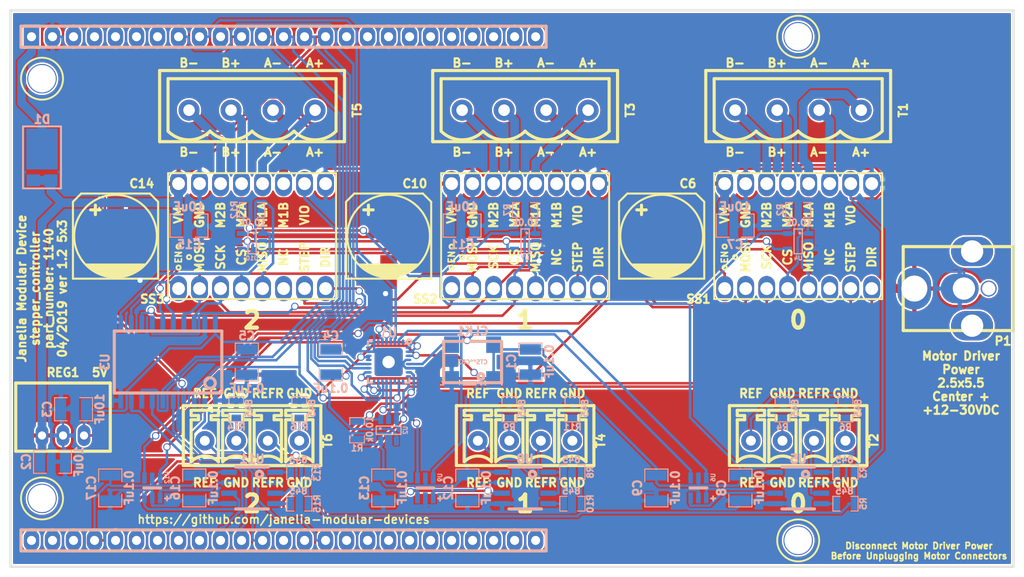
<source format=kicad_pcb>
(kicad_pcb (version 20171130) (host pcbnew 5.1.0-unknown-2447933~82~ubuntu18.04.1)
  (title_block (title stepper_controller_5x3) (rev 1.2))
  (layers (0 F.Cu signal) (31 B.Cu signal) (34 B.Paste user) (35 F.Paste user) (36 B.SilkS user) (37 F.SilkS user) (38 B.Mask user hide) (39 F.Mask user) (44 Edge.Cuts user))
  (net 0 "")
  (net 1 +3V3)
  (net 2 GND)
  (net 3 VDD)
  (net 4 /CLK)
  (net 5 VAA)
  (net 6 /CS_DRIVER_2)
  (net 7 /CS_DRIVER_1)
  (net 8 /CS_DRIVER_0)
  (net 9 /CS_429)
  (net 10 /SCK)
  (net 11 /MISO)
  (net 12 /MOSI)
  (net 13 /ENABLE_2)
  (net 14 /ENABLE_1)
  (net 15 /ENABLE_0)
  (net 16 /POSCOMP)
  (net 17 /INT)
  (net 18 /tmc429_driver_0/stepper_0/A_-)
  (net 19 /tmc429_driver_0/stepper_0/A_+)
  (net 20 /tmc429_driver_0/stepper_0/B_+)
  (net 21 /tmc429_driver_0/stepper_0/B_-)
  (net 22 /tmc429_driver_0/STEP_0)
  (net 23 /tmc429_driver_0/DIR_0)
  (net 24 /tmc429_driver_0/DIR_1)
  (net 25 /tmc429_driver_0/STEP_1)
  (net 26 /tmc429_driver_0/stepper_1/B_-)
  (net 27 /tmc429_driver_0/stepper_1/B_+)
  (net 28 /tmc429_driver_0/stepper_1/A_+)
  (net 29 /tmc429_driver_0/stepper_1/A_-)
  (net 30 /tmc429_driver_0/stepper_2/A_-)
  (net 31 /tmc429_driver_0/stepper_2/A_+)
  (net 32 /tmc429_driver_0/stepper_2/B_+)
  (net 33 /tmc429_driver_0/stepper_2/B_-)
  (net 34 /tmc429_driver_0/STEP_2)
  (net 35 /tmc429_driver_0/DIR_2)
  (net 36 /tmc429_driver_0/stepper_0/REF_B)
  (net 37 /tmc429_driver_0/stepper_0/REFR_B)
  (net 38 /tmc429_driver_0/stepper_1/REFR_B)
  (net 39 /tmc429_driver_0/stepper_1/REF_B)
  (net 40 /tmc429_driver_0/stepper_2/REFR_B)
  (net 41 /tmc429_driver_0/stepper_2/REF_B)
  (net 42 /tmc429_driver_0/REF_2)
  (net 43 /tmc429_driver_0/REF_1)
  (net 44 /tmc429_driver_0/REFR_1)
  (net 45 /tmc429_driver_0/REF_0)
  (net 46 /tmc429_driver_0/REFR_2)
  (net 47 /tmc429_driver_0/REFR_0)
  (net 48 +5V)
  (net 49 /tmc429_driver_0/~CS_DRIVER_0_B)
  (net 50 /tmc429_driver_0/SCK_B)
  (net 51 /tmc429_driver_0/MOSI_B)
  (net 52 /tmc429_driver_0/~ENABLE_0_B)
  (net 53 /tmc429_driver_0/~CS_DRIVER_1_B)
  (net 54 /tmc429_driver_0/~ENABLE_1_B)
  (net 55 /tmc429_driver_0/~CS_DRIVER_2_B)
  (net 56 /tmc429_driver_0/~ENABLE_2_B)
  (net 57 /tmc429_driver_0/stepper_0/REF_PWR)
  (net 58 /tmc429_driver_0/stepper_0/REF_GND)
  (net 59 /tmc429_driver_0/stepper_0/REFR_PWR)
  (net 60 /tmc429_driver_0/stepper_0/REFR_GND)
  (net 61 /tmc429_driver_0/stepper_1/REF_PWR)
  (net 62 /tmc429_driver_0/stepper_1/REF_GND)
  (net 63 /tmc429_driver_0/stepper_1/REFR_PWR)
  (net 64 /tmc429_driver_0/stepper_1/REFR_GND)
  (net 65 /tmc429_driver_0/stepper_2/REF_PWR)
  (net 66 /tmc429_driver_0/stepper_2/REF_GND)
  (net 67 /tmc429_driver_0/stepper_2/REFR_PWR)
  (net 68 /tmc429_driver_0/stepper_2/REFR_GND)
  (net 69 /tmc429_driver_0/stepper_0/MISO_UB)
  (net 70 /tmc429_driver_0/stepper_1/MISO_UB)
  (net 71 /tmc429_driver_0/stepper_2/MISO_UB)
  (net 72 /tmc429_driver_0/MISO_UB)
  (net 73 /tmc429_driver_0/stepper_0/REFR_BI)
  (net 74 /tmc429_driver_0/stepper_0/REF_BI)
  (net 75 /tmc429_driver_0/stepper_1/REF_BI)
  (net 76 /tmc429_driver_0/stepper_1/REFR_BI)
  (net 77 /tmc429_driver_0/stepper_2/REFR_BI)
  (net 78 /tmc429_driver_0/stepper_2/REF_BI)
  (module stepper_controller_5x3:QFN-5x5-32 (layer B.Cu) (at 115.57 114.3 180)
    (fp_text reference U1 (at 0 3.556 180) (layer B.SilkS) (effects (font (size 1.016 1.016) (thickness 0.254)) (justify mirror)))
    (fp_text value TMC429)
    (pad PAD thru_hole roundrect (at 0 0 180) (size 3.400001 3.400001) (drill 1.5) (layers *.Cu *.Mask B.Paste) (roundrect_rratio 0.1) (net 2 GND))
    (pad 25 smd roundrect (at 1.75 2.4 180) (size 0.3 0.7) (layers B.Cu B.Paste B.Mask) (roundrect_rratio 0.5) (net 2 GND))
    (pad 26 smd roundrect (at 1.25 2.4 180) (size 0.3 0.7) (layers B.Cu B.Paste B.Mask) (roundrect_rratio 0.5))
    (pad 27 smd roundrect (at 0.75 2.4 180) (size 0.3 0.7) (layers B.Cu B.Paste B.Mask) (roundrect_rratio 0.5) (net 24 /tmc429_driver_0/DIR_1))
    (pad 28 smd roundrect (at 0.25 2.4 180) (size 0.3 0.7) (layers B.Cu B.Paste B.Mask) (roundrect_rratio 0.5) (net 47 /tmc429_driver_0/REFR_0))
    (pad 29 smd roundrect (at -0.25 2.4 180) (size 0.3 0.7) (layers B.Cu B.Paste B.Mask) (roundrect_rratio 0.5) (net 46 /tmc429_driver_0/REFR_2))
    (pad 30 smd roundrect (at -0.75 2.4 180) (size 0.3 0.7) (layers B.Cu B.Paste B.Mask) (roundrect_rratio 0.5) (net 16 /POSCOMP))
    (pad 31 smd roundrect (at -1.25 2.4 180) (size 0.3 0.7) (layers B.Cu B.Paste B.Mask) (roundrect_rratio 0.5) (net 45 /tmc429_driver_0/REF_0))
    (pad 32 smd roundrect (at -1.75 2.4 180) (size 0.3 0.7) (layers B.Cu B.Paste B.Mask) (roundrect_rratio 0.5))
    (pad 9 smd roundrect (at -1.75 -2.4 180) (size 0.3 0.7) (layers B.Cu B.Paste B.Mask) (roundrect_rratio 0.5))
    (pad 10 smd roundrect (at -1.25 -2.4 180) (size 0.3 0.7) (layers B.Cu B.Paste B.Mask) (roundrect_rratio 0.5) (net 12 /MOSI))
    (pad 11 smd roundrect (at -0.75 -2.4 180) (size 0.3 0.7) (layers B.Cu B.Paste B.Mask) (roundrect_rratio 0.5))
    (pad 12 smd roundrect (at -0.25 -2.4 180) (size 0.3 0.7) (layers B.Cu B.Paste B.Mask) (roundrect_rratio 0.5) (net 72 /tmc429_driver_0/MISO_UB))
    (pad 13 smd roundrect (at 0.25 -2.4 180) (size 0.3 0.7) (layers B.Cu B.Paste B.Mask) (roundrect_rratio 0.5) (net 44 /tmc429_driver_0/REFR_1))
    (pad 14 smd roundrect (at 0.75 -2.4 180) (size 0.3 0.7) (layers B.Cu B.Paste B.Mask) (roundrect_rratio 0.5) (net 17 /INT))
    (pad 15 smd roundrect (at 1.25 -2.4 180) (size 0.3 0.7) (layers B.Cu B.Paste B.Mask) (roundrect_rratio 0.5) (net 22 /tmc429_driver_0/STEP_0))
    (pad 16 smd roundrect (at 1.75 -2.4 180) (size 0.3 0.7) (layers B.Cu B.Paste B.Mask) (roundrect_rratio 0.5))
    (pad 1 smd roundrect (at -2.4 1.75 180) (size 0.7 0.3) (layers B.Cu B.Paste B.Mask) (roundrect_rratio 0.5) (net 43 /tmc429_driver_0/REF_1))
    (pad 2 smd roundrect (at -2.4 1.25 180) (size 0.7 0.3) (layers B.Cu B.Paste B.Mask) (roundrect_rratio 0.5) (net 42 /tmc429_driver_0/REF_2))
    (pad 3 smd roundrect (at -2.4 0.75 180) (size 0.7 0.3) (layers B.Cu B.Paste B.Mask) (roundrect_rratio 0.5) (net 1 +3V3))
    (pad 4 smd roundrect (at -2.4 0.25 180) (size 0.7 0.3) (layers B.Cu B.Paste B.Mask) (roundrect_rratio 0.5) (net 2 GND))
    (pad 5 smd roundrect (at -2.4 -0.25 180) (size 0.7 0.3) (layers B.Cu B.Paste B.Mask) (roundrect_rratio 0.5) (net 4 /CLK))
    (pad 6 smd roundrect (at -2.4 -0.75 180) (size 0.7 0.3) (layers B.Cu B.Paste B.Mask) (roundrect_rratio 0.5) (net 2 GND))
    (pad 7 smd roundrect (at -2.4 -1.25 180) (size 0.7 0.3) (layers B.Cu B.Paste B.Mask) (roundrect_rratio 0.5) (net 9 /CS_429))
    (pad 8 smd roundrect (at -2.4 -1.75 180) (size 0.7 0.3) (layers B.Cu B.Paste B.Mask) (roundrect_rratio 0.5) (net 10 /SCK))
    (pad 17 smd roundrect (at 2.4 -1.75 180) (size 0.7 0.3) (layers B.Cu B.Paste B.Mask) (roundrect_rratio 0.5) (net 23 /tmc429_driver_0/DIR_0))
    (pad 18 smd roundrect (at 2.4 -1.25 180) (size 0.7 0.3) (layers B.Cu B.Paste B.Mask) (roundrect_rratio 0.5) (net 25 /tmc429_driver_0/STEP_1))
    (pad 19 smd roundrect (at 2.4 -0.75 180) (size 0.7 0.3) (layers B.Cu B.Paste B.Mask) (roundrect_rratio 0.5) (net 34 /tmc429_driver_0/STEP_2))
    (pad 20 smd roundrect (at 2.4 -0.25 180) (size 0.7 0.3) (layers B.Cu B.Paste B.Mask) (roundrect_rratio 0.5) (net 35 /tmc429_driver_0/DIR_2))
    (pad 21 smd roundrect (at 2.4 0.25 180) (size 0.7 0.3) (layers B.Cu B.Paste B.Mask) (roundrect_rratio 0.5) (net 1 +3V3))
    (pad 22 smd roundrect (at 2.4 0.75 180) (size 0.7 0.3) (layers B.Cu B.Paste B.Mask) (roundrect_rratio 0.5) (net 1 +3V3))
    (pad 23 smd roundrect (at 2.4 1.25 180) (size 0.7 0.3) (layers B.Cu B.Paste B.Mask) (roundrect_rratio 0.5) (net 2 GND))
    (pad 24 smd roundrect (at 2.4 1.75 180) (size 0.7 0.3) (layers B.Cu B.Paste B.Mask) (roundrect_rratio 0.5))
  )
  (module stepper_controller_5x3:STEPSTICK (layer F.Cu) (at 165.1 99.06 270)
    (fp_text reference SS1 (at 7.62 12.065) (layer F.SilkS) (effects (font (size 1.016 1.016) (thickness 0.254))))
    (fp_text value STEPSTICK)
    (fp_text user GND (at -2.54 6.35 270) (layer F.SilkS) (effects (font (size 1.016 1.016) (thickness 0.254))))
    (fp_text user VIO (at -2.54 -6.35 270) (layer F.SilkS) (effects (font (size 1.016 1.016) (thickness 0.254))))
    (fp_text user M1B (at -2.54 -3.81 270) (layer F.SilkS) (effects (font (size 1.016 1.016) (thickness 0.254))))
    (fp_text user M1A (at -2.54 -1.27 270) (layer F.SilkS) (effects (font (size 1.016 1.016) (thickness 0.254))))
    (fp_text user M2A (at -2.54 1.27 270) (layer F.SilkS) (effects (font (size 1.016 1.016) (thickness 0.254))))
    (fp_text user M2B (at -2.54 3.81 270) (layer F.SilkS) (effects (font (size 1.016 1.016) (thickness 0.254))))
    (fp_text user GND (at -2.54 6.35 270) (layer F.SilkS) (effects (font (size 1.016 1.016) (thickness 0.254))))
    (fp_text user VM (at -2.54 8.89 270) (layer F.SilkS) (effects (font (size 1.016 1.016) (thickness 0.254))))
    (fp_text user EN (at 2.54 8.89 270) (layer F.SilkS) (effects (font (size 0.762 0.762) (thickness 0.1905))))
    (fp_text user MOSI (at 2.54 6.35 270) (layer F.SilkS) (effects (font (size 1.016 1.016) (thickness 0.254))))
    (fp_text user SCK (at 2.54 3.81 270) (layer F.SilkS) (effects (font (size 1.016 1.016) (thickness 0.254))))
    (fp_text user CS (at 2.54 1.27 270) (layer F.SilkS) (effects (font (size 1.016 1.016) (thickness 0.254))))
    (fp_text user MISO (at 2.54 -1.27 270) (layer F.SilkS) (effects (font (size 1.016 1.016) (thickness 0.254))))
    (fp_text user NC (at 2.54 -3.81 270) (layer F.SilkS) (effects (font (size 1.016 1.016) (thickness 0.254))))
    (fp_text user STEP (at 2.54 -6.35 270) (layer F.SilkS) (effects (font (size 1.016 1.016) (thickness 0.254))))
    (fp_text user DIR (at 2.54 -8.89 270) (layer F.SilkS) (effects (font (size 1.016 1.016) (thickness 0.254))))
    (pad 1 thru_hole oval (at 6.35 -8.89 270) (size 3.048 2.032) (drill 1.5494) (layers *.Cu *.Mask) (net 23 /tmc429_driver_0/DIR_0))
    (pad 2 thru_hole oval (at 6.35 -6.35 270) (size 3.048 2.032) (drill 1.5494) (layers *.Cu *.Mask) (net 22 /tmc429_driver_0/STEP_0))
    (pad 3 thru_hole oval (at 6.35 -3.81 270) (size 3.048 2.032) (drill 1.5494) (layers *.Cu *.Mask))
    (pad 4 thru_hole oval (at 6.35 -1.27 270) (size 3.048 2.032) (drill 1.5494) (layers *.Cu *.Mask) (net 69 /tmc429_driver_0/stepper_0/MISO_UB))
    (pad 5 thru_hole oval (at 6.35 1.27 270) (size 3.048 2.032) (drill 1.5494) (layers *.Cu *.Mask) (net 49 /tmc429_driver_0/~CS_DRIVER_0_B))
    (pad 6 thru_hole oval (at 6.35 3.81 270) (size 3.048 2.032) (drill 1.5494) (layers *.Cu *.Mask) (net 50 /tmc429_driver_0/SCK_B))
    (pad 7 thru_hole oval (at 6.35 6.35 270) (size 3.048 2.032) (drill 1.5494) (layers *.Cu *.Mask) (net 51 /tmc429_driver_0/MOSI_B))
    (pad 8 thru_hole oval (at 6.35 8.89 270) (size 3.048 2.032) (drill 1.5494) (layers *.Cu *.Mask) (net 52 /tmc429_driver_0/~ENABLE_0_B))
    (pad 9 thru_hole oval (at -6.35 8.89 270) (size 3.048 2.032) (drill 1.5494) (layers *.Cu *.Mask) (net 5 VAA))
    (pad 10 thru_hole oval (at -6.35 6.35 270) (size 3.048 2.032) (drill 1.5494) (layers *.Cu *.Mask) (net 2 GND))
    (pad 11 thru_hole oval (at -6.35 3.81 270) (size 3.048 2.032) (drill 1.5494) (layers *.Cu *.Mask) (net 21 /tmc429_driver_0/stepper_0/B_-))
    (pad 12 thru_hole oval (at -6.35 1.27 270) (size 3.048 2.032) (drill 1.5494) (layers *.Cu *.Mask) (net 20 /tmc429_driver_0/stepper_0/B_+))
    (pad 13 thru_hole oval (at -6.35 -1.27 270) (size 3.048 2.032) (drill 1.5494) (layers *.Cu *.Mask) (net 19 /tmc429_driver_0/stepper_0/A_+))
    (pad 14 thru_hole oval (at -6.35 -3.81 270) (size 3.048 2.032) (drill 1.5494) (layers *.Cu *.Mask) (net 18 /tmc429_driver_0/stepper_0/A_-))
    (pad 15 thru_hole oval (at -6.35 -6.35 270) (size 3.048 2.032) (drill 1.5494) (layers *.Cu *.Mask) (net 48 +5V))
    (pad 16 thru_hole oval (at -6.35 -8.89 270) (size 3.048 2.032) (drill 1.5494) (layers *.Cu *.Mask) (net 2 GND))
  )
  (module stepper_controller_5x3:STEPSTICK (layer F.Cu) (at 132.08 99.06 270)
    (fp_text reference SS2 (at 7.62 12.065) (layer F.SilkS) (effects (font (size 1.016 1.016) (thickness 0.254))))
    (fp_text value STEPSTICK)
    (fp_text user GND (at -2.54 6.35 270) (layer F.SilkS) (effects (font (size 1.016 1.016) (thickness 0.254))))
    (fp_text user VIO (at -2.54 -6.35 270) (layer F.SilkS) (effects (font (size 1.016 1.016) (thickness 0.254))))
    (fp_text user M1B (at -2.54 -3.81 270) (layer F.SilkS) (effects (font (size 1.016 1.016) (thickness 0.254))))
    (fp_text user M1A (at -2.54 -1.27 270) (layer F.SilkS) (effects (font (size 1.016 1.016) (thickness 0.254))))
    (fp_text user M2A (at -2.54 1.27 270) (layer F.SilkS) (effects (font (size 1.016 1.016) (thickness 0.254))))
    (fp_text user M2B (at -2.54 3.81 270) (layer F.SilkS) (effects (font (size 1.016 1.016) (thickness 0.254))))
    (fp_text user GND (at -2.54 6.35 270) (layer F.SilkS) (effects (font (size 1.016 1.016) (thickness 0.254))))
    (fp_text user VM (at -2.54 8.89 270) (layer F.SilkS) (effects (font (size 1.016 1.016) (thickness 0.254))))
    (fp_text user EN (at 2.54 8.89 270) (layer F.SilkS) (effects (font (size 0.762 0.762) (thickness 0.1905))))
    (fp_text user MOSI (at 2.54 6.35 270) (layer F.SilkS) (effects (font (size 1.016 1.016) (thickness 0.254))))
    (fp_text user SCK (at 2.54 3.81 270) (layer F.SilkS) (effects (font (size 1.016 1.016) (thickness 0.254))))
    (fp_text user CS (at 2.54 1.27 270) (layer F.SilkS) (effects (font (size 1.016 1.016) (thickness 0.254))))
    (fp_text user MISO (at 2.54 -1.27 270) (layer F.SilkS) (effects (font (size 1.016 1.016) (thickness 0.254))))
    (fp_text user NC (at 2.54 -3.81 270) (layer F.SilkS) (effects (font (size 1.016 1.016) (thickness 0.254))))
    (fp_text user STEP (at 2.54 -6.35 270) (layer F.SilkS) (effects (font (size 1.016 1.016) (thickness 0.254))))
    (fp_text user DIR (at 2.54 -8.89 270) (layer F.SilkS) (effects (font (size 1.016 1.016) (thickness 0.254))))
    (pad 1 thru_hole oval (at 6.35 -8.89 270) (size 3.048 2.032) (drill 1.5494) (layers *.Cu *.Mask) (net 24 /tmc429_driver_0/DIR_1))
    (pad 2 thru_hole oval (at 6.35 -6.35 270) (size 3.048 2.032) (drill 1.5494) (layers *.Cu *.Mask) (net 25 /tmc429_driver_0/STEP_1))
    (pad 3 thru_hole oval (at 6.35 -3.81 270) (size 3.048 2.032) (drill 1.5494) (layers *.Cu *.Mask))
    (pad 4 thru_hole oval (at 6.35 -1.27 270) (size 3.048 2.032) (drill 1.5494) (layers *.Cu *.Mask) (net 70 /tmc429_driver_0/stepper_1/MISO_UB))
    (pad 5 thru_hole oval (at 6.35 1.27 270) (size 3.048 2.032) (drill 1.5494) (layers *.Cu *.Mask) (net 53 /tmc429_driver_0/~CS_DRIVER_1_B))
    (pad 6 thru_hole oval (at 6.35 3.81 270) (size 3.048 2.032) (drill 1.5494) (layers *.Cu *.Mask) (net 50 /tmc429_driver_0/SCK_B))
    (pad 7 thru_hole oval (at 6.35 6.35 270) (size 3.048 2.032) (drill 1.5494) (layers *.Cu *.Mask) (net 51 /tmc429_driver_0/MOSI_B))
    (pad 8 thru_hole oval (at 6.35 8.89 270) (size 3.048 2.032) (drill 1.5494) (layers *.Cu *.Mask) (net 54 /tmc429_driver_0/~ENABLE_1_B))
    (pad 9 thru_hole oval (at -6.35 8.89 270) (size 3.048 2.032) (drill 1.5494) (layers *.Cu *.Mask) (net 5 VAA))
    (pad 10 thru_hole oval (at -6.35 6.35 270) (size 3.048 2.032) (drill 1.5494) (layers *.Cu *.Mask) (net 2 GND))
    (pad 11 thru_hole oval (at -6.35 3.81 270) (size 3.048 2.032) (drill 1.5494) (layers *.Cu *.Mask) (net 26 /tmc429_driver_0/stepper_1/B_-))
    (pad 12 thru_hole oval (at -6.35 1.27 270) (size 3.048 2.032) (drill 1.5494) (layers *.Cu *.Mask) (net 27 /tmc429_driver_0/stepper_1/B_+))
    (pad 13 thru_hole oval (at -6.35 -1.27 270) (size 3.048 2.032) (drill 1.5494) (layers *.Cu *.Mask) (net 28 /tmc429_driver_0/stepper_1/A_+))
    (pad 14 thru_hole oval (at -6.35 -3.81 270) (size 3.048 2.032) (drill 1.5494) (layers *.Cu *.Mask) (net 29 /tmc429_driver_0/stepper_1/A_-))
    (pad 15 thru_hole oval (at -6.35 -6.35 270) (size 3.048 2.032) (drill 1.5494) (layers *.Cu *.Mask) (net 48 +5V))
    (pad 16 thru_hole oval (at -6.35 -8.89 270) (size 3.048 2.032) (drill 1.5494) (layers *.Cu *.Mask) (net 2 GND))
  )
  (module stepper_controller_5x3:STEPSTICK (layer F.Cu) (at 99.06 99.06 270)
    (fp_text reference SS3 (at 7.62 12.065) (layer F.SilkS) (effects (font (size 1.016 1.016) (thickness 0.254))))
    (fp_text value STEPSTICK)
    (fp_text user GND (at -2.54 6.35 270) (layer F.SilkS) (effects (font (size 1.016 1.016) (thickness 0.254))))
    (fp_text user VIO (at -2.54 -6.35 270) (layer F.SilkS) (effects (font (size 1.016 1.016) (thickness 0.254))))
    (fp_text user M1B (at -2.54 -3.81 270) (layer F.SilkS) (effects (font (size 1.016 1.016) (thickness 0.254))))
    (fp_text user M1A (at -2.54 -1.27 270) (layer F.SilkS) (effects (font (size 1.016 1.016) (thickness 0.254))))
    (fp_text user M2A (at -2.54 1.27 270) (layer F.SilkS) (effects (font (size 1.016 1.016) (thickness 0.254))))
    (fp_text user M2B (at -2.54 3.81 270) (layer F.SilkS) (effects (font (size 1.016 1.016) (thickness 0.254))))
    (fp_text user GND (at -2.54 6.35 270) (layer F.SilkS) (effects (font (size 1.016 1.016) (thickness 0.254))))
    (fp_text user VM (at -2.54 8.89 270) (layer F.SilkS) (effects (font (size 1.016 1.016) (thickness 0.254))))
    (fp_text user EN (at 2.54 8.89 270) (layer F.SilkS) (effects (font (size 0.762 0.762) (thickness 0.1905))))
    (fp_text user MOSI (at 2.54 6.35 270) (layer F.SilkS) (effects (font (size 1.016 1.016) (thickness 0.254))))
    (fp_text user SCK (at 2.54 3.81 270) (layer F.SilkS) (effects (font (size 1.016 1.016) (thickness 0.254))))
    (fp_text user CS (at 2.54 1.27 270) (layer F.SilkS) (effects (font (size 1.016 1.016) (thickness 0.254))))
    (fp_text user MISO (at 2.54 -1.27 270) (layer F.SilkS) (effects (font (size 1.016 1.016) (thickness 0.254))))
    (fp_text user NC (at 2.54 -3.81 270) (layer F.SilkS) (effects (font (size 1.016 1.016) (thickness 0.254))))
    (fp_text user STEP (at 2.54 -6.35 270) (layer F.SilkS) (effects (font (size 1.016 1.016) (thickness 0.254))))
    (fp_text user DIR (at 2.54 -8.89 270) (layer F.SilkS) (effects (font (size 1.016 1.016) (thickness 0.254))))
    (pad 1 thru_hole oval (at 6.35 -8.89 270) (size 3.048 2.032) (drill 1.5494) (layers *.Cu *.Mask) (net 35 /tmc429_driver_0/DIR_2))
    (pad 2 thru_hole oval (at 6.35 -6.35 270) (size 3.048 2.032) (drill 1.5494) (layers *.Cu *.Mask) (net 34 /tmc429_driver_0/STEP_2))
    (pad 3 thru_hole oval (at 6.35 -3.81 270) (size 3.048 2.032) (drill 1.5494) (layers *.Cu *.Mask))
    (pad 4 thru_hole oval (at 6.35 -1.27 270) (size 3.048 2.032) (drill 1.5494) (layers *.Cu *.Mask) (net 71 /tmc429_driver_0/stepper_2/MISO_UB))
    (pad 5 thru_hole oval (at 6.35 1.27 270) (size 3.048 2.032) (drill 1.5494) (layers *.Cu *.Mask) (net 55 /tmc429_driver_0/~CS_DRIVER_2_B))
    (pad 6 thru_hole oval (at 6.35 3.81 270) (size 3.048 2.032) (drill 1.5494) (layers *.Cu *.Mask) (net 50 /tmc429_driver_0/SCK_B))
    (pad 7 thru_hole oval (at 6.35 6.35 270) (size 3.048 2.032) (drill 1.5494) (layers *.Cu *.Mask) (net 51 /tmc429_driver_0/MOSI_B))
    (pad 8 thru_hole oval (at 6.35 8.89 270) (size 3.048 2.032) (drill 1.5494) (layers *.Cu *.Mask) (net 56 /tmc429_driver_0/~ENABLE_2_B))
    (pad 9 thru_hole oval (at -6.35 8.89 270) (size 3.048 2.032) (drill 1.5494) (layers *.Cu *.Mask) (net 5 VAA))
    (pad 10 thru_hole oval (at -6.35 6.35 270) (size 3.048 2.032) (drill 1.5494) (layers *.Cu *.Mask) (net 2 GND))
    (pad 11 thru_hole oval (at -6.35 3.81 270) (size 3.048 2.032) (drill 1.5494) (layers *.Cu *.Mask) (net 33 /tmc429_driver_0/stepper_2/B_-))
    (pad 12 thru_hole oval (at -6.35 1.27 270) (size 3.048 2.032) (drill 1.5494) (layers *.Cu *.Mask) (net 32 /tmc429_driver_0/stepper_2/B_+))
    (pad 13 thru_hole oval (at -6.35 -1.27 270) (size 3.048 2.032) (drill 1.5494) (layers *.Cu *.Mask) (net 31 /tmc429_driver_0/stepper_2/A_+))
    (pad 14 thru_hole oval (at -6.35 -3.81 270) (size 3.048 2.032) (drill 1.5494) (layers *.Cu *.Mask) (net 30 /tmc429_driver_0/stepper_2/A_-))
    (pad 15 thru_hole oval (at -6.35 -6.35 270) (size 3.048 2.032) (drill 1.5494) (layers *.Cu *.Mask) (net 48 +5V))
    (pad 16 thru_hole oval (at -6.35 -8.89 270) (size 3.048 2.032) (drill 1.5494) (layers *.Cu *.Mask) (net 2 GND))
  )
  (module stepper_controller_5x3:C_ELEC_10 (layer F.Cu) (at 148.59 99.06 90)
    (fp_text reference C6 (at 6.35 3.175 180) (layer F.SilkS) (effects (font (size 1.016 1.016) (thickness 0.254))))
    (fp_text value 220uF_POL)
    (fp_text user + (at 3.175 -2.54 90) (layer F.SilkS) (effects (font (size 1.5 1.5) (thickness 0.375))))
    (pad 2 smd rect (at -4.35 0 90) (size 4.1 2) (layers F.Cu F.Paste F.Mask) (net 2 GND))
    (pad 1 smd rect (at 4.35 0 90) (size 4.1 2) (layers F.Cu F.Paste F.Mask) (net 5 VAA))
  )
  (module stepper_controller_5x3:MODULAR_DEVICE_BASE_5X3_MALE (layer F.Cu) (at 91.44 105.41)
    (fp_text reference MDB1 hide)
    (fp_text value MODULAR_DEVICE_BASE_5x3_MALE hide)
    (pad 46 thru_hole oval (at 41.91 -30.48) (size 1.8542 2.54) (drill 1.0922) (layers *.Cu *.Mask))
    (pad 45 thru_hole oval (at 39.37 -30.48) (size 1.8542 2.54) (drill 1.0922) (layers *.Cu *.Mask))
    (pad 30 thru_hole oval (at 36.83 -30.48) (size 1.8542 2.54) (drill 1.0922) (layers *.Cu *.Mask))
    (pad 29 thru_hole oval (at 34.29 -30.48) (size 1.8542 2.54) (drill 1.0922) (layers *.Cu *.Mask))
    (pad 44 thru_hole oval (at 31.75 -30.48) (size 1.8542 2.54) (drill 1.0922) (layers *.Cu *.Mask))
    (pad 43 thru_hole oval (at 29.21 -30.48) (size 1.8542 2.54) (drill 1.0922) (layers *.Cu *.Mask))
    (pad 47 thru_hole oval (at 26.67 -30.48) (size 1.8542 2.54) (drill 1.0922) (layers *.Cu *.Mask))
    (pad 48 thru_hole oval (at 24.13 -30.48) (size 1.8542 2.54) (drill 1.0922) (layers *.Cu *.Mask))
    (pad 49 thru_hole oval (at 21.59 -30.48) (size 1.8542 2.54) (drill 1.0922) (layers *.Cu *.Mask))
    (pad 33 thru_hole oval (at 41.91 30.48) (size 1.8542 2.54) (drill 1.0922) (layers *.Cu *.Mask))
    (pad 34 thru_hole oval (at 39.37 30.48) (size 1.8542 2.54) (drill 1.0922) (layers *.Cu *.Mask))
    (pad 35 thru_hole oval (at 36.83 30.48) (size 1.8542 2.54) (drill 1.0922) (layers *.Cu *.Mask))
    (pad 36 thru_hole oval (at 34.29 30.48) (size 1.8542 2.54) (drill 1.0922) (layers *.Cu *.Mask))
    (pad 37 thru_hole oval (at 31.75 30.48) (size 1.8542 2.54) (drill 1.0922) (layers *.Cu *.Mask))
    (pad 38 thru_hole oval (at 29.21 30.48) (size 1.8542 2.54) (drill 1.0922) (layers *.Cu *.Mask))
    (pad 51 thru_hole oval (at 26.67 30.48) (size 1.8542 2.54) (drill 1.0922) (layers *.Cu *.Mask))
    (pad DAC0 thru_hole oval (at 24.13 30.48) (size 1.8542 2.54) (drill 1.0922) (layers *.Cu *.Mask))
    (pad DAC1 thru_hole oval (at 21.59 30.48) (size 1.8542 2.54) (drill 1.0922) (layers *.Cu *.Mask))
    (pad "" thru_hole circle (at 73.66 -30.48) (size 3.556 3.556) (drill 3.302) (layers *.Cu *.Mask))
    (pad "" thru_hole circle (at 73.66 30.48) (size 3.556 3.556) (drill 3.302) (layers *.Cu *.Mask))
    (pad "" thru_hole circle (at -17.78 25.4) (size 3.556 3.556) (drill 3.302) (layers *.Cu *.Mask))
    (pad "" thru_hole circle (at -17.78 -25.4) (size 3.556 3.556) (drill 3.302) (layers *.Cu *.Mask))
    (pad AREF thru_hole oval (at -19.05 30.48) (size 1.8542 2.54) (drill 1.0922) (layers *.Cu *.Mask))
    (pad VEE thru_hole oval (at -16.51 30.48) (size 1.8542 2.54) (drill 1.0922) (layers *.Cu *.Mask))
    (pad AGND thru_hole oval (at -13.97 30.48) (size 1.8542 2.54) (drill 1.0922) (layers *.Cu *.Mask))
    (pad 3V3 thru_hole oval (at -11.43 30.48) (size 1.8542 2.54) (drill 1.0922) (layers *.Cu *.Mask) (net 1 +3V3))
    (pad 23 thru_hole oval (at -8.89 30.48) (size 1.8542 2.54) (drill 1.0922) (layers *.Cu *.Mask))
    (pad 22 thru_hole oval (at -6.35 30.48) (size 1.8542 2.54) (drill 1.0922) (layers *.Cu *.Mask))
    (pad 21 thru_hole oval (at -3.81 30.48) (size 1.8542 2.54) (drill 1.0922) (layers *.Cu *.Mask))
    (pad 20 thru_hole oval (at -1.27 30.48) (size 1.8542 2.54) (drill 1.0922) (layers *.Cu *.Mask))
    (pad 19 thru_hole oval (at 1.27 30.48) (size 1.8542 2.54) (drill 1.0922) (layers *.Cu *.Mask))
    (pad 18 thru_hole oval (at 3.81 30.48) (size 1.8542 2.54) (drill 1.0922) (layers *.Cu *.Mask) (net 6 /CS_DRIVER_2))
    (pad 17 thru_hole oval (at 6.35 30.48) (size 1.8542 2.54) (drill 1.0922) (layers *.Cu *.Mask) (net 7 /CS_DRIVER_1))
    (pad 16 thru_hole oval (at 8.89 30.48) (size 1.8542 2.54) (drill 1.0922) (layers *.Cu *.Mask) (net 8 /CS_DRIVER_0))
    (pad 15 thru_hole oval (at 11.43 30.48) (size 1.8542 2.54) (drill 1.0922) (layers *.Cu *.Mask) (net 9 /CS_429))
    (pad 14 thru_hole oval (at 13.97 30.48) (size 1.8542 2.54) (drill 1.0922) (layers *.Cu *.Mask))
    (pad 13 thru_hole oval (at 16.51 30.48) (size 1.8542 2.54) (drill 1.0922) (layers *.Cu *.Mask) (net 10 /SCK))
    (pad 53 thru_hole oval (at 19.05 30.48) (size 1.8542 2.54) (drill 1.0922) (layers *.Cu *.Mask))
    (pad 50 thru_hole oval (at 19.05 -30.48) (size 1.8542 2.54) (drill 1.0922) (layers *.Cu *.Mask))
    (pad 12 thru_hole oval (at 16.51 -30.48) (size 1.8542 2.54) (drill 1.0922) (layers *.Cu *.Mask) (net 11 /MISO))
    (pad 11 thru_hole oval (at 13.97 -30.48) (size 1.8542 2.54) (drill 1.0922) (layers *.Cu *.Mask) (net 12 /MOSI))
    (pad 42 thru_hole oval (at 11.43 -30.48) (size 1.8542 2.54) (drill 1.0922) (layers *.Cu *.Mask) (net 13 /ENABLE_2))
    (pad 41 thru_hole oval (at 8.89 -30.48) (size 1.8542 2.54) (drill 1.0922) (layers *.Cu *.Mask) (net 14 /ENABLE_1))
    (pad 40 thru_hole oval (at 6.35 -30.48) (size 1.8542 2.54) (drill 1.0922) (layers *.Cu *.Mask) (net 15 /ENABLE_0))
    (pad 52 thru_hole oval (at 3.81 -30.48) (size 1.8542 2.54) (drill 1.0922) (layers *.Cu *.Mask))
    (pad 6 thru_hole oval (at 1.27 -30.48) (size 1.8542 2.54) (drill 1.0922) (layers *.Cu *.Mask) (net 16 /POSCOMP))
    (pad 5 thru_hole oval (at -1.27 -30.48) (size 1.8542 2.54) (drill 1.0922) (layers *.Cu *.Mask) (net 17 /INT))
    (pad 54 thru_hole oval (at -3.81 -30.48) (size 1.8542 2.54) (drill 1.0922) (layers *.Cu *.Mask))
    (pad 55 thru_hole oval (at -6.35 -30.48) (size 1.8542 2.54) (drill 1.0922) (layers *.Cu *.Mask))
    (pad 2 thru_hole oval (at -8.89 -30.48) (size 1.8542 2.54) (drill 1.0922) (layers *.Cu *.Mask))
    (pad A11 thru_hole oval (at -11.43 -30.48) (size 1.8542 2.54) (drill 1.0922) (layers *.Cu *.Mask))
    (pad VDD thru_hole rect (at -19.05 -30.48) (size 1.8542 2.54) (drill 1.0922) (layers *.Cu *.Mask) (net 3 VDD))
    (pad A10 thru_hole oval (at -13.97 -30.48) (size 1.8542 2.54) (drill 1.0922) (layers *.Cu *.Mask))
    (pad GND thru_hole oval (at -16.51 -30.48) (size 1.8542 2.54) (drill 1.0922) (layers *.Cu *.Mask) (net 2 GND))
  )
  (module stepper_controller_5x3:SM1210 (layer B.Cu) (at 132.715 114.3 270)
    (fp_text reference C1 (at 0 2.286 270) (layer B.SilkS) (effects (font (size 1.016 1.016) (thickness 0.254)) (justify mirror)))
    (fp_text value 0.1uF (at 0 -2.286 270) (layer B.SilkS) (effects (font (size 1.016 1.016) (thickness 0.254)) (justify mirror)))
    (pad 2 smd rect (at 1.524 0 270) (size 1.27 2.54) (layers B.Cu B.Paste B.Mask) (net 2 GND))
    (pad 1 smd rect (at -1.524 0 270) (size 1.27 2.54) (layers B.Cu B.Paste B.Mask) (net 1 +3V3))
  )
  (module stepper_controller_5x3:SM1210 (layer B.Cu) (at 74.93 126.365)
    (fp_text reference C2 (at -3.175 0 90) (layer B.SilkS) (effects (font (size 1.016 1.016) (thickness 0.254)) (justify mirror)))
    (fp_text value 10uF (at 3.175 0 90) (layer B.SilkS) (effects (font (size 1.016 1.016) (thickness 0.254)) (justify mirror)))
    (pad 2 smd rect (at 1.524 0) (size 1.27 2.54) (layers B.Cu B.Paste B.Mask) (net 2 GND))
    (pad 1 smd rect (at -1.524 0) (size 1.27 2.54) (layers B.Cu B.Paste B.Mask) (net 5 VAA))
  )
  (module stepper_controller_5x3:SM1210 (layer B.Cu) (at 108.585 114.3 90)
    (fp_text reference C4 (at 3.175 0 180) (layer B.SilkS) (effects (font (size 1.016 1.016) (thickness 0.254)) (justify mirror)))
    (fp_text value 0.1uF (at -3.175 0 180) (layer B.SilkS) (effects (font (size 1.016 1.016) (thickness 0.254)) (justify mirror)))
    (pad 2 smd rect (at 1.524 0 90) (size 1.27 2.54) (layers B.Cu B.Paste B.Mask) (net 2 GND))
    (pad 1 smd rect (at -1.524 0 90) (size 1.27 2.54) (layers B.Cu B.Paste B.Mask) (net 1 +3V3))
  )
  (module stepper_controller_5x3:SM1210 (layer B.Cu) (at 98.425 114.3 270)
    (fp_text reference C5 (at -3.175 0) (layer B.SilkS) (effects (font (size 1.016 1.016) (thickness 0.254)) (justify mirror)))
    (fp_text value 0.1uF (at 3.175 0) (layer B.SilkS) (effects (font (size 1.016 1.016) (thickness 0.254)) (justify mirror)))
    (pad 2 smd rect (at 1.524 0 270) (size 1.27 2.54) (layers B.Cu B.Paste B.Mask) (net 2 GND))
    (pad 1 smd rect (at -1.524 0 270) (size 1.27 2.54) (layers B.Cu B.Paste B.Mask) (net 48 +5V))
  )
  (module stepper_controller_5x3:SM1210 (layer B.Cu) (at 157.48 97.79)
    (fp_text reference C7 (at 0 2.286) (layer B.SilkS) (effects (font (size 1.016 1.016) (thickness 0.254)) (justify mirror)))
    (fp_text value 10uF (at 0 -2.286) (layer B.SilkS) (effects (font (size 1.016 1.016) (thickness 0.254)) (justify mirror)))
    (pad 2 smd rect (at 1.524 0) (size 1.27 2.54) (layers B.Cu B.Paste B.Mask) (net 2 GND))
    (pad 1 smd rect (at -1.524 0) (size 1.27 2.54) (layers B.Cu B.Paste B.Mask) (net 5 VAA))
  )
  (module stepper_controller_5x3:CTS_SMD_4_7X5MM (layer B.Cu) (at 125.73 114.3 180)
    (fp_text reference CLK1 (at 0 3.75 180) (layer B.SilkS) (effects (font (size 1.016 1.016) (thickness 0.254)) (justify mirror)))
    (fp_text value CLK_32MHZ)
    (fp_text user CTS**CB3 (at 0 0 180) (layer B.SilkS) (effects (font (size 0.5 0.5) (thickness 0.125)) (justify mirror)))
    (pad 1 smd rect (at -2.54 -2.1 180) (size 1.8 2) (layers B.Cu B.Paste B.Mask) (net 1 +3V3))
    (pad 2 smd rect (at 2.54 -2.1 180) (size 1.8 2) (layers B.Cu B.Paste B.Mask) (net 2 GND))
    (pad 3 smd rect (at 2.54 2.1 180) (size 1.8 2) (layers B.Cu B.Paste B.Mask) (net 4 /CLK))
    (pad 4 smd rect (at -2.54 2.1 180) (size 1.8 2) (layers B.Cu B.Paste B.Mask) (net 1 +3V3))
  )
  (module stepper_controller_5x3:CFP15 (layer B.Cu) (at 73.66 89.535)
    (fp_text reference D1 (at 0 -4.6) (layer B.SilkS) (effects (font (size 1.016 1.016) (thickness 0.254)) (justify mirror)))
    (fp_text value diode_schottky_45V_10A hide)
    (pad 2 smd rect (at 1.065 2.78) (size 1.6 1.44) (layers B.Cu B.Paste B.Mask) (net 5 VAA))
    (pad 2 smd rect (at -1.065 2.78) (size 1.6 1.44) (layers B.Cu B.Paste B.Mask) (net 5 VAA))
    (pad 1 smd rect (at 0 -1.02) (size 3.8 4.96) (layers B.Cu B.Paste B.Mask) (net 3 VDD))
  )
  (module stepper_controller_5x3:DCJACK_2PIN_HIGHCURRENT (layer F.Cu) (at 191.135 105.41 270)
    (fp_text reference P1 (at 6.35 1.27) (layer F.SilkS) (effects (font (size 1.016 1.016) (thickness 0.254))))
    (fp_text value PWR_JACK_2.5x5.5 hide)
    (pad "" thru_hole oval (at 4.4958 5.0038 270) (size 3.556 5.08) (drill 2.6924) (layers *.Cu *.Mask))
    (pad "" thru_hole oval (at -4.4958 5.0038 270) (size 3.556 5.08) (drill 2.6924) (layers *.Cu *.Mask))
    (pad 1 thru_hole oval (at 0 11.9888 270) (size 5.08 4.064) (drill 3.1496) (layers *.Cu *.Mask) (net 5 VAA))
    (pad 2 thru_hole oval (at 0 5.9944 270) (size 3.556 4.572) (drill 2.6924 (offset 0 0.508)) (layers *.Cu *.Mask) (net 2 GND))
    (pad "" thru_hole circle (at 0 2.9972 270) (size 1.9304 1.9304) (drill 1.6002) (layers *.Cu *.Mask))
  )
  (module stepper_controller_5x3:SM1210 (layer B.Cu) (at 77.47 120.015 180)
    (fp_text reference C3 (at 3.175 0 270) (layer B.SilkS) (effects (font (size 1.016 1.016) (thickness 0.254)) (justify mirror)))
    (fp_text value 10uF (at -3.175 0 270) (layer B.SilkS) (effects (font (size 1.016 1.016) (thickness 0.254)) (justify mirror)))
    (pad 2 smd rect (at 1.524 0 180) (size 1.27 2.54) (layers B.Cu B.Paste B.Mask) (net 2 GND))
    (pad 1 smd rect (at -1.524 0 180) (size 1.27 2.54) (layers B.Cu B.Paste B.Mask) (net 48 +5V))
  )
  (module stepper_controller_5x3:SM1210 (layer B.Cu) (at 125.095 129.54 270)
    (fp_text reference C12 (at 0 2.286 270) (layer B.SilkS) (effects (font (size 1.016 1.016) (thickness 0.254)) (justify mirror)))
    (fp_text value 0.1uF (at 0 -2.286 270) (layer B.SilkS) (effects (font (size 1.016 1.016) (thickness 0.254)) (justify mirror)))
    (pad 2 smd rect (at 1.524 0 270) (size 1.27 2.54) (layers B.Cu B.Paste B.Mask) (net 2 GND))
    (pad 1 smd rect (at -1.524 0 270) (size 1.27 2.54) (layers B.Cu B.Paste B.Mask) (net 1 +3V3))
  )
  (module stepper_controller_5x3:DC_DC_CONV_R78C (layer F.Cu) (at 76.2 123.19)
    (fp_text reference REG1 (at 0 -7.62) (layer F.SilkS) (effects (font (size 1.016 1.016) (thickness 0.254))))
    (fp_text value CONV_DC_DC_5V_1A hide)
    (pad 1 thru_hole oval (at -2.54 0) (size 1.524 2.54) (drill 0.9906) (layers *.Cu *.Mask) (net 5 VAA))
    (pad 3 thru_hole oval (at 2.54 0) (size 1.524 2.54) (drill 0.9906) (layers *.Cu *.Mask) (net 48 +5V))
    (pad 2 thru_hole oval (at 0 0) (size 1.524 2.54) (drill 0.9906) (layers *.Cu *.Mask) (net 2 GND))
  )
  (module stepper_controller_5x3:SM1210 (layer B.Cu) (at 158.115 129.54 270)
    (fp_text reference C8 (at 0 2.286 270) (layer B.SilkS) (effects (font (size 1.016 1.016) (thickness 0.254)) (justify mirror)))
    (fp_text value 0.1uF (at 0 -2.286 270) (layer B.SilkS) (effects (font (size 1.016 1.016) (thickness 0.254)) (justify mirror)))
    (pad 2 smd rect (at 1.524 0 270) (size 1.27 2.54) (layers B.Cu B.Paste B.Mask) (net 2 GND))
    (pad 1 smd rect (at -1.524 0 270) (size 1.27 2.54) (layers B.Cu B.Paste B.Mask) (net 1 +3V3))
  )
  (module stepper_controller_5x3:SM1210 (layer B.Cu) (at 147.955 129.54 270)
    (fp_text reference C9 (at 0 2.286 270) (layer B.SilkS) (effects (font (size 1.016 1.016) (thickness 0.254)) (justify mirror)))
    (fp_text value 0.1uF (at 0 -2.286 270) (layer B.SilkS) (effects (font (size 1.016 1.016) (thickness 0.254)) (justify mirror)))
    (pad 2 smd rect (at 1.524 0 270) (size 1.27 2.54) (layers B.Cu B.Paste B.Mask) (net 2 GND))
    (pad 1 smd rect (at -1.524 0 270) (size 1.27 2.54) (layers B.Cu B.Paste B.Mask) (net 1 +3V3))
  )
  (module stepper_controller_5x3:C_ELEC_10 (layer F.Cu) (at 115.57 99.06 90)
    (fp_text reference C10 (at 6.35 3.175 180) (layer F.SilkS) (effects (font (size 1.016 1.016) (thickness 0.254))))
    (fp_text value 220uF_POL)
    (fp_text user + (at 3.175 -2.54 90) (layer F.SilkS) (effects (font (size 1.5 1.5) (thickness 0.375))))
    (pad 2 smd rect (at -4.35 0 90) (size 4.1 2) (layers F.Cu F.Paste F.Mask) (net 2 GND))
    (pad 1 smd rect (at 4.35 0 90) (size 4.1 2) (layers F.Cu F.Paste F.Mask) (net 5 VAA))
  )
  (module stepper_controller_5x3:SM1210 (layer B.Cu) (at 124.46 97.79)
    (fp_text reference C11 (at 0 2.286) (layer B.SilkS) (effects (font (size 1.016 1.016) (thickness 0.254)) (justify mirror)))
    (fp_text value 10uF (at 0 -2.286) (layer B.SilkS) (effects (font (size 1.016 1.016) (thickness 0.254)) (justify mirror)))
    (pad 2 smd rect (at 1.524 0) (size 1.27 2.54) (layers B.Cu B.Paste B.Mask) (net 2 GND))
    (pad 1 smd rect (at -1.524 0) (size 1.27 2.54) (layers B.Cu B.Paste B.Mask) (net 5 VAA))
  )
  (module stepper_controller_5x3:SM1210 (layer B.Cu) (at 114.935 129.54 270)
    (fp_text reference C13 (at 0 2.286 270) (layer B.SilkS) (effects (font (size 1.016 1.016) (thickness 0.254)) (justify mirror)))
    (fp_text value 0.1uF (at 0 -2.286 270) (layer B.SilkS) (effects (font (size 1.016 1.016) (thickness 0.254)) (justify mirror)))
    (pad 2 smd rect (at 1.524 0 270) (size 1.27 2.54) (layers B.Cu B.Paste B.Mask) (net 2 GND))
    (pad 1 smd rect (at -1.524 0 270) (size 1.27 2.54) (layers B.Cu B.Paste B.Mask) (net 1 +3V3))
  )
  (module stepper_controller_5x3:C_ELEC_10 (layer F.Cu) (at 82.55 99.06 90)
    (fp_text reference C14 (at 6.35 3.175 180) (layer F.SilkS) (effects (font (size 1.016 1.016) (thickness 0.254))))
    (fp_text value 220uF_POL)
    (fp_text user + (at 3.175 -2.54 90) (layer F.SilkS) (effects (font (size 1.5 1.5) (thickness 0.375))))
    (pad 2 smd rect (at -4.35 0 90) (size 4.1 2) (layers F.Cu F.Paste F.Mask) (net 2 GND))
    (pad 1 smd rect (at 4.35 0 90) (size 4.1 2) (layers F.Cu F.Paste F.Mask) (net 5 VAA))
  )
  (module stepper_controller_5x3:SM1210 (layer B.Cu) (at 91.44 97.79)
    (fp_text reference C15 (at 0 2.286) (layer B.SilkS) (effects (font (size 1.016 1.016) (thickness 0.254)) (justify mirror)))
    (fp_text value 10uF (at 0 -2.286) (layer B.SilkS) (effects (font (size 1.016 1.016) (thickness 0.254)) (justify mirror)))
    (pad 2 smd rect (at 1.524 0) (size 1.27 2.54) (layers B.Cu B.Paste B.Mask) (net 2 GND))
    (pad 1 smd rect (at -1.524 0) (size 1.27 2.54) (layers B.Cu B.Paste B.Mask) (net 5 VAA))
  )
  (module stepper_controller_5x3:SM1210 (layer B.Cu) (at 92.075 129.54 270)
    (fp_text reference C16 (at 0 2.286 270) (layer B.SilkS) (effects (font (size 1.016 1.016) (thickness 0.254)) (justify mirror)))
    (fp_text value 0.1uF (at 0 -2.286 270) (layer B.SilkS) (effects (font (size 1.016 1.016) (thickness 0.254)) (justify mirror)))
    (pad 2 smd rect (at 1.524 0 270) (size 1.27 2.54) (layers B.Cu B.Paste B.Mask) (net 2 GND))
    (pad 1 smd rect (at -1.524 0 270) (size 1.27 2.54) (layers B.Cu B.Paste B.Mask) (net 1 +3V3))
  )
  (module stepper_controller_5x3:SM1210 (layer B.Cu) (at 81.915 129.54 270)
    (fp_text reference C17 (at 0 2.286 270) (layer B.SilkS) (effects (font (size 1.016 1.016) (thickness 0.254)) (justify mirror)))
    (fp_text value 0.1uF (at 0 -2.286 270) (layer B.SilkS) (effects (font (size 1.016 1.016) (thickness 0.254)) (justify mirror)))
    (pad 2 smd rect (at 1.524 0 270) (size 1.27 2.54) (layers B.Cu B.Paste B.Mask) (net 2 GND))
    (pad 1 smd rect (at -1.524 0 270) (size 1.27 2.54) (layers B.Cu B.Paste B.Mask) (net 1 +3V3))
  )
  (module footprints:SM0805 (layer B.Cu) (at 111.76 122.555 90)
    (fp_text reference R1 (at -2.159 0) (layer B.SilkS) (effects (font (size 0.762 0.762) (thickness 0.1905)) (justify mirror)))
    (fp_text value 10.0k (at 0.127 1.524 90) (layer B.SilkS) (effects (font (size 0.762 0.762) (thickness 0.1905)) (justify mirror)))
    (pad 2 smd rect (at 1.0414 0 90) (size 0.7874 1.6002) (layers B.Cu B.Paste B.Mask) (net 9 /CS_429))
    (pad 1 smd rect (at -1.0414 0 90) (size 0.7874 1.6002) (layers B.Cu B.Paste B.Mask) (net 1 +3V3))
  )
  (module footprints:SM0805 (layer B.Cu) (at 165.1 95.885)
    (fp_text reference R2 (at -2.159 0 -90) (layer B.SilkS) (effects (font (size 0.762 0.762) (thickness 0.1905)) (justify mirror)))
    (fp_text value 10.0k (at 0.127 1.524) (layer B.SilkS) (effects (font (size 0.762 0.762) (thickness 0.1905)) (justify mirror)))
    (pad 2 smd rect (at 1.0414 0) (size 0.7874 1.6002) (layers B.Cu B.Paste B.Mask) (net 49 /tmc429_driver_0/~CS_DRIVER_0_B))
    (pad 1 smd rect (at -1.0414 0) (size 0.7874 1.6002) (layers B.Cu B.Paste B.Mask) (net 1 +3V3))
  )
  (module stepper_controller_5x3:SM0805 (layer B.Cu) (at 170.815 127.635 180)
    (fp_text reference R3 (at -2.159 0 90) (layer B.SilkS) (effects (font (size 0.762 0.762) (thickness 0.1905)) (justify mirror)))
    (fp_text value 845 (at 0.127 1.524 180) (layer B.SilkS) (effects (font (size 0.762 0.762) (thickness 0.1905)) (justify mirror)))
    (pad 2 smd rect (at 1.0414 0 180) (size 0.7874 1.6002) (layers B.Cu B.Paste B.Mask) (net 57 /tmc429_driver_0/stepper_0/REF_PWR))
    (pad 1 smd rect (at -1.0414 0 180) (size 0.7874 1.6002) (layers B.Cu B.Paste B.Mask) (net 48 +5V))
  )
  (module stepper_controller_5x3:SM0805 (layer B.Cu) (at 163.195 120.015 90)
    (fp_text reference R4 (at -2.159 0) (layer B.SilkS) (effects (font (size 0.762 0.762) (thickness 0.1905)) (justify mirror)))
    (fp_text value 845 (at 0.127 1.524 90) (layer B.SilkS) (effects (font (size 0.762 0.762) (thickness 0.1905)) (justify mirror)))
    (pad 2 smd rect (at 1.0414 0 90) (size 0.7874 1.6002) (layers B.Cu B.Paste B.Mask) (net 2 GND))
    (pad 1 smd rect (at -1.0414 0 90) (size 0.7874 1.6002) (layers B.Cu B.Paste B.Mask) (net 58 /tmc429_driver_0/stepper_0/REF_GND))
  )
  (module stepper_controller_5x3:SM0805 (layer B.Cu) (at 170.815 131.445 180)
    (fp_text reference R5 (at -2.159 0 90) (layer B.SilkS) (effects (font (size 0.762 0.762) (thickness 0.1905)) (justify mirror)))
    (fp_text value 845 (at 0.127 1.524 180) (layer B.SilkS) (effects (font (size 0.762 0.762) (thickness 0.1905)) (justify mirror)))
    (pad 2 smd rect (at 1.0414 0 180) (size 0.7874 1.6002) (layers B.Cu B.Paste B.Mask) (net 59 /tmc429_driver_0/stepper_0/REFR_PWR))
    (pad 1 smd rect (at -1.0414 0 180) (size 0.7874 1.6002) (layers B.Cu B.Paste B.Mask) (net 48 +5V))
  )
  (module stepper_controller_5x3:SM0805 (layer B.Cu) (at 170.815 120.015 90)
    (fp_text reference R6 (at -2.159 0) (layer B.SilkS) (effects (font (size 0.762 0.762) (thickness 0.1905)) (justify mirror)))
    (fp_text value 845 (at 0.127 1.524 90) (layer B.SilkS) (effects (font (size 0.762 0.762) (thickness 0.1905)) (justify mirror)))
    (pad 2 smd rect (at 1.0414 0 90) (size 0.7874 1.6002) (layers B.Cu B.Paste B.Mask) (net 2 GND))
    (pad 1 smd rect (at -1.0414 0 90) (size 0.7874 1.6002) (layers B.Cu B.Paste B.Mask) (net 60 /tmc429_driver_0/stepper_0/REFR_GND))
  )
  (module footprints:SM0805 (layer B.Cu) (at 132.08 95.885)
    (fp_text reference R7 (at -2.159 0 -90) (layer B.SilkS) (effects (font (size 0.762 0.762) (thickness 0.1905)) (justify mirror)))
    (fp_text value 10.0k (at 0.127 1.524) (layer B.SilkS) (effects (font (size 0.762 0.762) (thickness 0.1905)) (justify mirror)))
    (pad 2 smd rect (at 1.0414 0) (size 0.7874 1.6002) (layers B.Cu B.Paste B.Mask) (net 53 /tmc429_driver_0/~CS_DRIVER_1_B))
    (pad 1 smd rect (at -1.0414 0) (size 0.7874 1.6002) (layers B.Cu B.Paste B.Mask) (net 1 +3V3))
  )
  (module stepper_controller_5x3:SM0805 (layer B.Cu) (at 137.795 127.635 180)
    (fp_text reference R8 (at -2.159 0 90) (layer B.SilkS) (effects (font (size 0.762 0.762) (thickness 0.1905)) (justify mirror)))
    (fp_text value 845 (at 0.127 1.524 180) (layer B.SilkS) (effects (font (size 0.762 0.762) (thickness 0.1905)) (justify mirror)))
    (pad 2 smd rect (at 1.0414 0 180) (size 0.7874 1.6002) (layers B.Cu B.Paste B.Mask) (net 61 /tmc429_driver_0/stepper_1/REF_PWR))
    (pad 1 smd rect (at -1.0414 0 180) (size 0.7874 1.6002) (layers B.Cu B.Paste B.Mask) (net 48 +5V))
  )
  (module stepper_controller_5x3:SM0805 (layer B.Cu) (at 130.175 120.015 90)
    (fp_text reference R9 (at -2.159 0) (layer B.SilkS) (effects (font (size 0.762 0.762) (thickness 0.1905)) (justify mirror)))
    (fp_text value 845 (at 0.127 1.524 90) (layer B.SilkS) (effects (font (size 0.762 0.762) (thickness 0.1905)) (justify mirror)))
    (pad 2 smd rect (at 1.0414 0 90) (size 0.7874 1.6002) (layers B.Cu B.Paste B.Mask) (net 2 GND))
    (pad 1 smd rect (at -1.0414 0 90) (size 0.7874 1.6002) (layers B.Cu B.Paste B.Mask) (net 62 /tmc429_driver_0/stepper_1/REF_GND))
  )
  (module stepper_controller_5x3:SM0805 (layer B.Cu) (at 137.795 131.445 180)
    (fp_text reference R10 (at -2.159 0 90) (layer B.SilkS) (effects (font (size 0.762 0.762) (thickness 0.1905)) (justify mirror)))
    (fp_text value 845 (at 0.127 1.524 180) (layer B.SilkS) (effects (font (size 0.762 0.762) (thickness 0.1905)) (justify mirror)))
    (pad 2 smd rect (at 1.0414 0 180) (size 0.7874 1.6002) (layers B.Cu B.Paste B.Mask) (net 63 /tmc429_driver_0/stepper_1/REFR_PWR))
    (pad 1 smd rect (at -1.0414 0 180) (size 0.7874 1.6002) (layers B.Cu B.Paste B.Mask) (net 48 +5V))
  )
  (module stepper_controller_5x3:SM0805 (layer B.Cu) (at 137.795 120.015 90)
    (fp_text reference R11 (at -2.159 0) (layer B.SilkS) (effects (font (size 0.762 0.762) (thickness 0.1905)) (justify mirror)))
    (fp_text value 845 (at 0.127 1.524 90) (layer B.SilkS) (effects (font (size 0.762 0.762) (thickness 0.1905)) (justify mirror)))
    (pad 2 smd rect (at 1.0414 0 90) (size 0.7874 1.6002) (layers B.Cu B.Paste B.Mask) (net 2 GND))
    (pad 1 smd rect (at -1.0414 0 90) (size 0.7874 1.6002) (layers B.Cu B.Paste B.Mask) (net 64 /tmc429_driver_0/stepper_1/REFR_GND))
  )
  (module footprints:SM0805 (layer B.Cu) (at 99.06 95.885)
    (fp_text reference R12 (at -2.159 0 -90) (layer B.SilkS) (effects (font (size 0.762 0.762) (thickness 0.1905)) (justify mirror)))
    (fp_text value 10.0k (at 0.127 1.524) (layer B.SilkS) (effects (font (size 0.762 0.762) (thickness 0.1905)) (justify mirror)))
    (pad 2 smd rect (at 1.0414 0) (size 0.7874 1.6002) (layers B.Cu B.Paste B.Mask) (net 55 /tmc429_driver_0/~CS_DRIVER_2_B))
    (pad 1 smd rect (at -1.0414 0) (size 0.7874 1.6002) (layers B.Cu B.Paste B.Mask) (net 1 +3V3))
  )
  (module stepper_controller_5x3:SM0805 (layer B.Cu) (at 104.775 127.635 180)
    (fp_text reference R13 (at -2.159 0 90) (layer B.SilkS) (effects (font (size 0.762 0.762) (thickness 0.1905)) (justify mirror)))
    (fp_text value 845 (at 0.127 1.524 180) (layer B.SilkS) (effects (font (size 0.762 0.762) (thickness 0.1905)) (justify mirror)))
    (pad 2 smd rect (at 1.0414 0 180) (size 0.7874 1.6002) (layers B.Cu B.Paste B.Mask) (net 65 /tmc429_driver_0/stepper_2/REF_PWR))
    (pad 1 smd rect (at -1.0414 0 180) (size 0.7874 1.6002) (layers B.Cu B.Paste B.Mask) (net 48 +5V))
  )
  (module stepper_controller_5x3:SM0805 (layer B.Cu) (at 97.155 120.015 90)
    (fp_text reference R14 (at -2.159 0) (layer B.SilkS) (effects (font (size 0.762 0.762) (thickness 0.1905)) (justify mirror)))
    (fp_text value 845 (at 0.127 1.524 90) (layer B.SilkS) (effects (font (size 0.762 0.762) (thickness 0.1905)) (justify mirror)))
    (pad 2 smd rect (at 1.0414 0 90) (size 0.7874 1.6002) (layers B.Cu B.Paste B.Mask) (net 2 GND))
    (pad 1 smd rect (at -1.0414 0 90) (size 0.7874 1.6002) (layers B.Cu B.Paste B.Mask) (net 66 /tmc429_driver_0/stepper_2/REF_GND))
  )
  (module stepper_controller_5x3:SM0805 (layer B.Cu) (at 104.775 131.445 180)
    (fp_text reference R15 (at -2.159 0 90) (layer B.SilkS) (effects (font (size 0.762 0.762) (thickness 0.1905)) (justify mirror)))
    (fp_text value 845 (at 0.127 1.524 180) (layer B.SilkS) (effects (font (size 0.762 0.762) (thickness 0.1905)) (justify mirror)))
    (pad 2 smd rect (at 1.0414 0 180) (size 0.7874 1.6002) (layers B.Cu B.Paste B.Mask) (net 67 /tmc429_driver_0/stepper_2/REFR_PWR))
    (pad 1 smd rect (at -1.0414 0 180) (size 0.7874 1.6002) (layers B.Cu B.Paste B.Mask) (net 48 +5V))
  )
  (module stepper_controller_5x3:SM0805 (layer B.Cu) (at 104.775 120.015 90)
    (fp_text reference R16 (at -2.159 0) (layer B.SilkS) (effects (font (size 0.762 0.762) (thickness 0.1905)) (justify mirror)))
    (fp_text value 845 (at 0.127 1.524 90) (layer B.SilkS) (effects (font (size 0.762 0.762) (thickness 0.1905)) (justify mirror)))
    (pad 2 smd rect (at 1.0414 0 90) (size 0.7874 1.6002) (layers B.Cu B.Paste B.Mask) (net 2 GND))
    (pad 1 smd rect (at -1.0414 0 90) (size 0.7874 1.6002) (layers B.Cu B.Paste B.Mask) (net 68 /tmc429_driver_0/stepper_2/REFR_GND))
  )
  (module stepper_controller_5x3:SOT-23-5 (layer B.Cu) (at 165.1 99.695 180)
    (fp_text reference U4 (at 0 -2.032 180) (layer B.SilkS) (effects (font (size 0.508 0.508) (thickness 0.127)) (justify mirror)))
    (fp_text value BUFFER_TRI_STATE hide)
    (pad 5 smd rect (at 1.3 0.95 180) (size 1.1 0.6) (layers B.Cu B.Paste B.Mask) (net 1 +3V3))
    (pad 4 smd rect (at 1.3 -0.95 180) (size 1.1 0.6) (layers B.Cu B.Paste B.Mask) (net 11 /MISO))
    (pad 3 smd rect (at -1.3 -0.95 180) (size 1.1 0.6) (layers B.Cu B.Paste B.Mask) (net 2 GND))
    (pad 2 smd rect (at -1.3 0 180) (size 1.1 0.6) (layers B.Cu B.Paste B.Mask) (net 69 /tmc429_driver_0/stepper_0/MISO_UB))
    (pad 1 smd rect (at -1.3 0.95 180) (size 1.1 0.6) (layers B.Cu B.Paste B.Mask) (net 49 /tmc429_driver_0/~CS_DRIVER_0_B))
  )
  (module stepper_controller_5x3:SO-8 (layer B.Cu) (at 165.1 129.54 270)
    (fp_text reference U5 (at -3.5 0 180) (layer B.SilkS) (effects (font (size 1.016 1.016) (thickness 0.254)) (justify mirror)))
    (fp_text value OPTOISO_2CHAN hide)
    (pad 8 smd rect (at -1.905 2.79 270) (size 0.64 1.91) (layers B.Cu B.Paste B.Mask) (net 1 +3V3))
    (pad 7 smd rect (at -0.635 2.79 270) (size 0.64 1.91) (layers B.Cu B.Paste B.Mask) (net 74 /tmc429_driver_0/stepper_0/REF_BI))
    (pad 6 smd rect (at 0.635 2.79 270) (size 0.64 1.91) (layers B.Cu B.Paste B.Mask) (net 73 /tmc429_driver_0/stepper_0/REFR_BI))
    (pad 5 smd rect (at 1.905 2.79 270) (size 0.64 1.91) (layers B.Cu B.Paste B.Mask) (net 2 GND))
    (pad 4 smd rect (at 1.905 -2.79 270) (size 0.64 1.91) (layers B.Cu B.Paste B.Mask) (net 59 /tmc429_driver_0/stepper_0/REFR_PWR))
    (pad 3 smd rect (at 0.635 -2.79 270) (size 0.64 1.91) (layers B.Cu B.Paste B.Mask) (net 37 /tmc429_driver_0/stepper_0/REFR_B))
    (pad 2 smd rect (at -0.635 -2.79 270) (size 0.64 1.91) (layers B.Cu B.Paste B.Mask) (net 36 /tmc429_driver_0/stepper_0/REF_B))
    (pad 1 smd rect (at -1.905 -2.79 270) (size 0.64 1.91) (layers B.Cu B.Paste B.Mask) (net 57 /tmc429_driver_0/stepper_0/REF_PWR))
  )
  (module stepper_controller_5x3:MAX6817 (layer B.Cu) (at 153.035 129.54 90)
    (fp_text reference U6 (at 1.27 1.778 90) (layer B.SilkS) (effects (font (size 0.508 0.508) (thickness 0.127)) (justify mirror)))
    (fp_text value VAL** hide)
    (pad 6 smd rect (at 1.19888 0.94996 90) (size 1.33096 0.5588) (layers B.Cu B.Paste B.Mask) (net 45 /tmc429_driver_0/REF_0))
    (pad 5 smd rect (at 1.19888 0 90) (size 1.33096 0.5588) (layers B.Cu B.Paste B.Mask) (net 1 +3V3))
    (pad 4 smd rect (at 1.19888 -0.94996 90) (size 1.33096 0.5588) (layers B.Cu B.Paste B.Mask) (net 47 /tmc429_driver_0/REFR_0))
    (pad 3 smd rect (at -1.19888 -0.94996 90) (size 1.33096 0.5588) (layers B.Cu B.Paste B.Mask) (net 73 /tmc429_driver_0/stepper_0/REFR_BI))
    (pad 2 smd rect (at -1.19888 0 90) (size 1.33096 0.5588) (layers B.Cu B.Paste B.Mask) (net 2 GND))
    (pad 1 smd rect (at -1.19888 0.94996 90) (size 1.33096 0.5588) (layers B.Cu B.Paste B.Mask) (net 74 /tmc429_driver_0/stepper_0/REF_BI))
  )
  (module stepper_controller_5x3:SOT-23-5 (layer B.Cu) (at 132.08 99.695 180)
    (fp_text reference U7 (at 0 -2.032 180) (layer B.SilkS) (effects (font (size 0.508 0.508) (thickness 0.127)) (justify mirror)))
    (fp_text value BUFFER_TRI_STATE hide)
    (pad 5 smd rect (at 1.3 0.95 180) (size 1.1 0.6) (layers B.Cu B.Paste B.Mask) (net 1 +3V3))
    (pad 4 smd rect (at 1.3 -0.95 180) (size 1.1 0.6) (layers B.Cu B.Paste B.Mask) (net 11 /MISO))
    (pad 3 smd rect (at -1.3 -0.95 180) (size 1.1 0.6) (layers B.Cu B.Paste B.Mask) (net 2 GND))
    (pad 2 smd rect (at -1.3 0 180) (size 1.1 0.6) (layers B.Cu B.Paste B.Mask) (net 70 /tmc429_driver_0/stepper_1/MISO_UB))
    (pad 1 smd rect (at -1.3 0.95 180) (size 1.1 0.6) (layers B.Cu B.Paste B.Mask) (net 53 /tmc429_driver_0/~CS_DRIVER_1_B))
  )
  (module stepper_controller_5x3:SO-8 (layer B.Cu) (at 132.08 129.54 270)
    (fp_text reference U8 (at -3.5 0 180) (layer B.SilkS) (effects (font (size 1.016 1.016) (thickness 0.254)) (justify mirror)))
    (fp_text value OPTOISO_2CHAN hide)
    (pad 8 smd rect (at -1.905 2.79 270) (size 0.64 1.91) (layers B.Cu B.Paste B.Mask) (net 1 +3V3))
    (pad 7 smd rect (at -0.635 2.79 270) (size 0.64 1.91) (layers B.Cu B.Paste B.Mask) (net 75 /tmc429_driver_0/stepper_1/REF_BI))
    (pad 6 smd rect (at 0.635 2.79 270) (size 0.64 1.91) (layers B.Cu B.Paste B.Mask) (net 76 /tmc429_driver_0/stepper_1/REFR_BI))
    (pad 5 smd rect (at 1.905 2.79 270) (size 0.64 1.91) (layers B.Cu B.Paste B.Mask) (net 2 GND))
    (pad 4 smd rect (at 1.905 -2.79 270) (size 0.64 1.91) (layers B.Cu B.Paste B.Mask) (net 63 /tmc429_driver_0/stepper_1/REFR_PWR))
    (pad 3 smd rect (at 0.635 -2.79 270) (size 0.64 1.91) (layers B.Cu B.Paste B.Mask) (net 38 /tmc429_driver_0/stepper_1/REFR_B))
    (pad 2 smd rect (at -0.635 -2.79 270) (size 0.64 1.91) (layers B.Cu B.Paste B.Mask) (net 39 /tmc429_driver_0/stepper_1/REF_B))
    (pad 1 smd rect (at -1.905 -2.79 270) (size 0.64 1.91) (layers B.Cu B.Paste B.Mask) (net 61 /tmc429_driver_0/stepper_1/REF_PWR))
  )
  (module stepper_controller_5x3:MAX6817 (layer B.Cu) (at 120.015 129.54 90)
    (fp_text reference U9 (at 1.27 1.778 90) (layer B.SilkS) (effects (font (size 0.508 0.508) (thickness 0.127)) (justify mirror)))
    (fp_text value VAL** hide)
    (pad 6 smd rect (at 1.19888 0.94996 90) (size 1.33096 0.5588) (layers B.Cu B.Paste B.Mask) (net 43 /tmc429_driver_0/REF_1))
    (pad 5 smd rect (at 1.19888 0 90) (size 1.33096 0.5588) (layers B.Cu B.Paste B.Mask) (net 1 +3V3))
    (pad 4 smd rect (at 1.19888 -0.94996 90) (size 1.33096 0.5588) (layers B.Cu B.Paste B.Mask) (net 44 /tmc429_driver_0/REFR_1))
    (pad 3 smd rect (at -1.19888 -0.94996 90) (size 1.33096 0.5588) (layers B.Cu B.Paste B.Mask) (net 76 /tmc429_driver_0/stepper_1/REFR_BI))
    (pad 2 smd rect (at -1.19888 0 90) (size 1.33096 0.5588) (layers B.Cu B.Paste B.Mask) (net 2 GND))
    (pad 1 smd rect (at -1.19888 0.94996 90) (size 1.33096 0.5588) (layers B.Cu B.Paste B.Mask) (net 75 /tmc429_driver_0/stepper_1/REF_BI))
  )
  (module stepper_controller_5x3:SOT-23-5 (layer B.Cu) (at 99.06 99.695 180)
    (fp_text reference U10 (at 0 -2.032 180) (layer B.SilkS) (effects (font (size 0.508 0.508) (thickness 0.127)) (justify mirror)))
    (fp_text value BUFFER_TRI_STATE hide)
    (pad 5 smd rect (at 1.3 0.95 180) (size 1.1 0.6) (layers B.Cu B.Paste B.Mask) (net 1 +3V3))
    (pad 4 smd rect (at 1.3 -0.95 180) (size 1.1 0.6) (layers B.Cu B.Paste B.Mask) (net 11 /MISO))
    (pad 3 smd rect (at -1.3 -0.95 180) (size 1.1 0.6) (layers B.Cu B.Paste B.Mask) (net 2 GND))
    (pad 2 smd rect (at -1.3 0 180) (size 1.1 0.6) (layers B.Cu B.Paste B.Mask) (net 71 /tmc429_driver_0/stepper_2/MISO_UB))
    (pad 1 smd rect (at -1.3 0.95 180) (size 1.1 0.6) (layers B.Cu B.Paste B.Mask) (net 55 /tmc429_driver_0/~CS_DRIVER_2_B))
  )
  (module stepper_controller_5x3:SO-8 (layer B.Cu) (at 99.06 129.54 270)
    (fp_text reference U11 (at -3.5 0 180) (layer B.SilkS) (effects (font (size 1.016 1.016) (thickness 0.254)) (justify mirror)))
    (fp_text value OPTOISO_2CHAN hide)
    (pad 8 smd rect (at -1.905 2.79 270) (size 0.64 1.91) (layers B.Cu B.Paste B.Mask) (net 1 +3V3))
    (pad 7 smd rect (at -0.635 2.79 270) (size 0.64 1.91) (layers B.Cu B.Paste B.Mask) (net 78 /tmc429_driver_0/stepper_2/REF_BI))
    (pad 6 smd rect (at 0.635 2.79 270) (size 0.64 1.91) (layers B.Cu B.Paste B.Mask) (net 77 /tmc429_driver_0/stepper_2/REFR_BI))
    (pad 5 smd rect (at 1.905 2.79 270) (size 0.64 1.91) (layers B.Cu B.Paste B.Mask) (net 2 GND))
    (pad 4 smd rect (at 1.905 -2.79 270) (size 0.64 1.91) (layers B.Cu B.Paste B.Mask) (net 67 /tmc429_driver_0/stepper_2/REFR_PWR))
    (pad 3 smd rect (at 0.635 -2.79 270) (size 0.64 1.91) (layers B.Cu B.Paste B.Mask) (net 40 /tmc429_driver_0/stepper_2/REFR_B))
    (pad 2 smd rect (at -0.635 -2.79 270) (size 0.64 1.91) (layers B.Cu B.Paste B.Mask) (net 41 /tmc429_driver_0/stepper_2/REF_B))
    (pad 1 smd rect (at -1.905 -2.79 270) (size 0.64 1.91) (layers B.Cu B.Paste B.Mask) (net 65 /tmc429_driver_0/stepper_2/REF_PWR))
  )
  (module stepper_controller_5x3:MAX6817 (layer B.Cu) (at 86.995 129.54 90)
    (fp_text reference U12 (at 1.27 1.778 90) (layer B.SilkS) (effects (font (size 0.508 0.508) (thickness 0.127)) (justify mirror)))
    (fp_text value VAL** hide)
    (pad 6 smd rect (at 1.19888 0.94996 90) (size 1.33096 0.5588) (layers B.Cu B.Paste B.Mask) (net 42 /tmc429_driver_0/REF_2))
    (pad 5 smd rect (at 1.19888 0 90) (size 1.33096 0.5588) (layers B.Cu B.Paste B.Mask) (net 1 +3V3))
    (pad 4 smd rect (at 1.19888 -0.94996 90) (size 1.33096 0.5588) (layers B.Cu B.Paste B.Mask) (net 46 /tmc429_driver_0/REFR_2))
    (pad 3 smd rect (at -1.19888 -0.94996 90) (size 1.33096 0.5588) (layers B.Cu B.Paste B.Mask) (net 77 /tmc429_driver_0/stepper_2/REFR_BI))
    (pad 2 smd rect (at -1.19888 0 90) (size 1.33096 0.5588) (layers B.Cu B.Paste B.Mask) (net 2 GND))
    (pad 1 smd rect (at -1.19888 0.94996 90) (size 1.33096 0.5588) (layers B.Cu B.Paste B.Mask) (net 78 /tmc429_driver_0/stepper_2/REF_BI))
  )
  (module stepper_controller_5x3:TERM_BLK_HDR_4POS_VERT_0.2IN (layer F.Cu) (at 165.1 83.82 180)
    (fp_text reference T1 (at -12.7 0 270) (layer F.SilkS) (effects (font (size 1.016 1.016) (thickness 0.254))))
    (fp_text value TERM_BLK_HDR_4POS_VERT_0.2IN)
    (pad 4 thru_hole circle (at -7.62 0 180) (size 2.54 2.54) (drill 1.4) (layers *.Cu *.Mask) (net 19 /tmc429_driver_0/stepper_0/A_+))
    (pad 1 thru_hole circle (at 7.62 0 180) (size 2.54 2.54) (drill 1.4) (layers *.Cu *.Mask) (net 21 /tmc429_driver_0/stepper_0/B_-))
    (pad 2 thru_hole circle (at 2.54 0 180) (size 2.54 2.54) (drill 1.4) (layers *.Cu *.Mask) (net 20 /tmc429_driver_0/stepper_0/B_+))
    (pad 3 thru_hole circle (at -2.54 0 180) (size 2.54 2.54) (drill 1.4) (layers *.Cu *.Mask) (net 18 /tmc429_driver_0/stepper_0/A_-))
  )
  (module stepper_controller_5x3:TERM_BLK_HDR_4POS_VERT_0.150IN (layer F.Cu) (at 165.1 123.825 180)
    (fp_text reference T2 (at -9.144 0 270) (layer F.SilkS) (effects (font (size 1.016 1.016) (thickness 0.254))))
    (fp_text value TERM_BLK_HDR_4POS_VERT_0.150IN)
    (pad 4 thru_hole circle (at -5.715 0 180) (size 2.34 2.34) (drill 1.2) (layers *.Cu *.Mask) (net 60 /tmc429_driver_0/stepper_0/REFR_GND))
    (pad 1 thru_hole circle (at 5.715 0 180) (size 2.34 2.34) (drill 1.2) (layers *.Cu *.Mask) (net 36 /tmc429_driver_0/stepper_0/REF_B))
    (pad 2 thru_hole circle (at 1.905 0 180) (size 2.34 2.34) (drill 1.2) (layers *.Cu *.Mask) (net 58 /tmc429_driver_0/stepper_0/REF_GND))
    (pad 3 thru_hole circle (at -1.905 0 180) (size 2.34 2.34) (drill 1.2) (layers *.Cu *.Mask) (net 37 /tmc429_driver_0/stepper_0/REFR_B))
  )
  (module stepper_controller_5x3:TERM_BLK_HDR_4POS_VERT_0.2IN (layer F.Cu) (at 132.08 83.82 180)
    (fp_text reference T3 (at -12.7 0 270) (layer F.SilkS) (effects (font (size 1.016 1.016) (thickness 0.254))))
    (fp_text value TERM_BLK_HDR_4POS_VERT_0.2IN)
    (pad 4 thru_hole circle (at -7.62 0 180) (size 2.54 2.54) (drill 1.4) (layers *.Cu *.Mask) (net 28 /tmc429_driver_0/stepper_1/A_+))
    (pad 1 thru_hole circle (at 7.62 0 180) (size 2.54 2.54) (drill 1.4) (layers *.Cu *.Mask) (net 26 /tmc429_driver_0/stepper_1/B_-))
    (pad 2 thru_hole circle (at 2.54 0 180) (size 2.54 2.54) (drill 1.4) (layers *.Cu *.Mask) (net 27 /tmc429_driver_0/stepper_1/B_+))
    (pad 3 thru_hole circle (at -2.54 0 180) (size 2.54 2.54) (drill 1.4) (layers *.Cu *.Mask) (net 29 /tmc429_driver_0/stepper_1/A_-))
  )
  (module stepper_controller_5x3:TERM_BLK_HDR_4POS_VERT_0.150IN (layer F.Cu) (at 132.08 123.825 180)
    (fp_text reference T4 (at -9.144 0 270) (layer F.SilkS) (effects (font (size 1.016 1.016) (thickness 0.254))))
    (fp_text value TERM_BLK_HDR_4POS_VERT_0.150IN)
    (pad 4 thru_hole circle (at -5.715 0 180) (size 2.34 2.34) (drill 1.2) (layers *.Cu *.Mask) (net 64 /tmc429_driver_0/stepper_1/REFR_GND))
    (pad 1 thru_hole circle (at 5.715 0 180) (size 2.34 2.34) (drill 1.2) (layers *.Cu *.Mask) (net 39 /tmc429_driver_0/stepper_1/REF_B))
    (pad 2 thru_hole circle (at 1.905 0 180) (size 2.34 2.34) (drill 1.2) (layers *.Cu *.Mask) (net 62 /tmc429_driver_0/stepper_1/REF_GND))
    (pad 3 thru_hole circle (at -1.905 0 180) (size 2.34 2.34) (drill 1.2) (layers *.Cu *.Mask) (net 38 /tmc429_driver_0/stepper_1/REFR_B))
  )
  (module stepper_controller_5x3:TERM_BLK_HDR_4POS_VERT_0.2IN (layer F.Cu) (at 99.06 83.82 180)
    (fp_text reference T5 (at -12.7 0 270) (layer F.SilkS) (effects (font (size 1.016 1.016) (thickness 0.254))))
    (fp_text value TERM_BLK_HDR_4POS_VERT_0.2IN)
    (pad 4 thru_hole circle (at -7.62 0 180) (size 2.54 2.54) (drill 1.4) (layers *.Cu *.Mask) (net 31 /tmc429_driver_0/stepper_2/A_+))
    (pad 1 thru_hole circle (at 7.62 0 180) (size 2.54 2.54) (drill 1.4) (layers *.Cu *.Mask) (net 33 /tmc429_driver_0/stepper_2/B_-))
    (pad 2 thru_hole circle (at 2.54 0 180) (size 2.54 2.54) (drill 1.4) (layers *.Cu *.Mask) (net 32 /tmc429_driver_0/stepper_2/B_+))
    (pad 3 thru_hole circle (at -2.54 0 180) (size 2.54 2.54) (drill 1.4) (layers *.Cu *.Mask) (net 30 /tmc429_driver_0/stepper_2/A_-))
  )
  (module stepper_controller_5x3:TERM_BLK_HDR_4POS_VERT_0.150IN (layer F.Cu) (at 99.06 123.825 180)
    (fp_text reference T6 (at -9.144 0 270) (layer F.SilkS) (effects (font (size 1.016 1.016) (thickness 0.254))))
    (fp_text value TERM_BLK_HDR_4POS_VERT_0.150IN)
    (pad 4 thru_hole circle (at -5.715 0 180) (size 2.34 2.34) (drill 1.2) (layers *.Cu *.Mask) (net 68 /tmc429_driver_0/stepper_2/REFR_GND))
    (pad 1 thru_hole circle (at 5.715 0 180) (size 2.34 2.34) (drill 1.2) (layers *.Cu *.Mask) (net 41 /tmc429_driver_0/stepper_2/REF_B))
    (pad 2 thru_hole circle (at 1.905 0 180) (size 2.34 2.34) (drill 1.2) (layers *.Cu *.Mask) (net 66 /tmc429_driver_0/stepper_2/REF_GND))
    (pad 3 thru_hole circle (at -1.905 0 180) (size 2.34 2.34) (drill 1.2) (layers *.Cu *.Mask) (net 40 /tmc429_driver_0/stepper_2/REFR_B))
  )
  (module stepper_controller_5x3:SOT-23-5 (layer B.Cu) (at 115.57 122.555 270)
    (fp_text reference U2 (at 0 -2.032 270) (layer B.SilkS) (effects (font (size 0.508 0.508) (thickness 0.127)) (justify mirror)))
    (fp_text value BUFFER_TRI_STATE hide)
    (pad 5 smd rect (at 1.3 0.95 270) (size 1.1 0.6) (layers B.Cu B.Paste B.Mask) (net 1 +3V3))
    (pad 4 smd rect (at 1.3 -0.95 270) (size 1.1 0.6) (layers B.Cu B.Paste B.Mask) (net 11 /MISO))
    (pad 3 smd rect (at -1.3 -0.95 270) (size 1.1 0.6) (layers B.Cu B.Paste B.Mask) (net 2 GND))
    (pad 2 smd rect (at -1.3 0 270) (size 1.1 0.6) (layers B.Cu B.Paste B.Mask) (net 72 /tmc429_driver_0/MISO_UB))
    (pad 1 smd rect (at -1.3 0.95 270) (size 1.1 0.6) (layers B.Cu B.Paste B.Mask) (net 9 /CS_429))
  )
  (module stepper_controller_5x3:SOIC_20 (layer B.Cu) (at 88.9 114.3 90)
    (fp_text reference U3 (at 0 -7.62 90) (layer B.SilkS) (effects (font (size 1.016 1.016) (thickness 0.254)) (justify mirror)))
    (fp_text value SN74ABT541BDWR hide)
    (pad 1 smd rect (at -4.65 5.715 90) (size 2 0.6) (layers B.Cu B.Paste B.Mask) (net 2 GND))
    (pad 2 smd rect (at -4.65 4.445 90) (size 2 0.6) (layers B.Cu B.Paste B.Mask) (net 10 /SCK))
    (pad 3 smd rect (at -4.65 3.175 90) (size 2 0.6) (layers B.Cu B.Paste B.Mask) (net 12 /MOSI))
    (pad 4 smd rect (at -4.65 1.905 90) (size 2 0.6) (layers B.Cu B.Paste B.Mask) (net 15 /ENABLE_0))
    (pad 5 smd rect (at -4.65 0.635 90) (size 2 0.6) (layers B.Cu B.Paste B.Mask) (net 8 /CS_DRIVER_0))
    (pad 6 smd rect (at -4.65 -0.635 90) (size 2 0.6) (layers B.Cu B.Paste B.Mask) (net 14 /ENABLE_1))
    (pad 7 smd rect (at -4.65 -1.905 90) (size 2 0.6) (layers B.Cu B.Paste B.Mask) (net 7 /CS_DRIVER_1))
    (pad 8 smd rect (at -4.65 -3.175 90) (size 2 0.6) (layers B.Cu B.Paste B.Mask) (net 13 /ENABLE_2))
    (pad 9 smd rect (at -4.65 -4.445 90) (size 2 0.6) (layers B.Cu B.Paste B.Mask) (net 6 /CS_DRIVER_2))
    (pad 10 smd rect (at -4.65 -5.715 90) (size 2 0.6) (layers B.Cu B.Paste B.Mask) (net 2 GND))
    (pad 11 smd rect (at 4.65 -5.715 90) (size 2 0.6) (layers B.Cu B.Paste B.Mask) (net 55 /tmc429_driver_0/~CS_DRIVER_2_B))
    (pad 12 smd rect (at 4.65 -4.445 90) (size 2 0.6) (layers B.Cu B.Paste B.Mask) (net 56 /tmc429_driver_0/~ENABLE_2_B))
    (pad 13 smd rect (at 4.65 -3.175 90) (size 2 0.6) (layers B.Cu B.Paste B.Mask) (net 53 /tmc429_driver_0/~CS_DRIVER_1_B))
    (pad 14 smd rect (at 4.65 -1.905 90) (size 2 0.6) (layers B.Cu B.Paste B.Mask) (net 54 /tmc429_driver_0/~ENABLE_1_B))
    (pad 15 smd rect (at 4.65 -0.635 90) (size 2 0.6) (layers B.Cu B.Paste B.Mask) (net 49 /tmc429_driver_0/~CS_DRIVER_0_B))
    (pad 16 smd rect (at 4.65 0.635 90) (size 2 0.6) (layers B.Cu B.Paste B.Mask) (net 52 /tmc429_driver_0/~ENABLE_0_B))
    (pad 17 smd rect (at 4.65 1.905 90) (size 2 0.6) (layers B.Cu B.Paste B.Mask) (net 51 /tmc429_driver_0/MOSI_B))
    (pad 18 smd rect (at 4.65 3.175 90) (size 2 0.6) (layers B.Cu B.Paste B.Mask) (net 50 /tmc429_driver_0/SCK_B))
    (pad 19 smd rect (at 4.65 4.445 90) (size 2 0.6) (layers B.Cu B.Paste B.Mask) (net 2 GND))
    (pad 20 smd rect (at 4.65 5.715 90) (size 2 0.6) (layers B.Cu B.Paste B.Mask) (net 48 +5V))
  )
  (gr_text 5V (at 80.645 115.57) (layer F.SilkS) (effects (font (size 1.016 1.016) (thickness 0.254))))
  (gr_text "Disconnect Motor Driver Power\nBefore Unplugging Motor Connectors\n" (at 179.705 137.16) (layer F.SilkS) (effects (font (size 0.762 0.762) (thickness 0.1905))))
  (gr_text "Motor Driver\nPower\n2.5x5.5\nCenter +\n+12-30VDC" (at 184.785 116.84) (layer F.SilkS) (effects (font (size 1.016 1.016) (thickness 0.254))))
  (gr_text 2 (at 99.06 109.22) (layer F.SilkS) (effects (font (size 2.032 2.032) (thickness 0.508))))
  (gr_text 1 (at 132.08 109.22) (layer F.SilkS) (effects (font (size 2.032 2.032) (thickness 0.508))))
  (gr_text 0 (at 165.1 109.22) (layer F.SilkS) (effects (font (size 2.032 2.032) (thickness 0.508))))
  (gr_text REF (at 93.345 128.905) (layer F.SilkS) (effects (font (size 1.016 1.016) (thickness 0.254))))
  (gr_text REF (at 93.345 118.11) (layer F.SilkS) (effects (font (size 1.016 1.016) (thickness 0.254))))
  (gr_text GND (at 97.155 128.905) (layer F.SilkS) (effects (font (size 1.016 1.016) (thickness 0.254))))
  (gr_text GND (at 104.775 128.905) (layer F.SilkS) (effects (font (size 1.016 1.016) (thickness 0.254))))
  (gr_text REFR (at 100.965 128.905) (layer F.SilkS) (effects (font (size 1.016 1.016) (thickness 0.254))))
  (gr_text REFR (at 100.965 118.11) (layer F.SilkS) (effects (font (size 1.016 1.016) (thickness 0.254))))
  (gr_text REF (at 126.365 128.905) (layer F.SilkS) (effects (font (size 1.016 1.016) (thickness 0.254))))
  (gr_text REF (at 126.365 118.11) (layer F.SilkS) (effects (font (size 1.016 1.016) (thickness 0.254))))
  (gr_text GND (at 130.175 128.905) (layer F.SilkS) (effects (font (size 1.016 1.016) (thickness 0.254))))
  (gr_text GND (at 137.795 128.905) (layer F.SilkS) (effects (font (size 1.016 1.016) (thickness 0.254))))
  (gr_text REFR (at 133.985 128.905) (layer F.SilkS) (effects (font (size 1.016 1.016) (thickness 0.254))))
  (gr_text REFR (at 133.985 118.11) (layer F.SilkS) (effects (font (size 1.016 1.016) (thickness 0.254))))
  (gr_text REF (at 159.385 128.905) (layer F.SilkS) (effects (font (size 1.016 1.016) (thickness 0.254))))
  (gr_text GND (at 163.195 128.905) (layer F.SilkS) (effects (font (size 1.016 1.016) (thickness 0.254))))
  (gr_text REFR (at 167.005 128.905) (layer F.SilkS) (effects (font (size 1.016 1.016) (thickness 0.254))))
  (gr_text GND (at 170.815 128.905) (layer F.SilkS) (effects (font (size 1.016 1.016) (thickness 0.254))))
  (gr_text REF (at 159.385 118.11) (layer F.SilkS) (effects (font (size 1.016 1.016) (thickness 0.254))))
  (gr_text GND (at 97.155 118.11) (layer F.SilkS) (effects (font (size 1.016 1.016) (thickness 0.254))))
  (gr_text GND (at 104.775 118.11) (layer F.SilkS) (effects (font (size 1.016 1.016) (thickness 0.254))))
  (gr_text GND (at 130.175 118.11) (layer F.SilkS) (effects (font (size 1.016 1.016) (thickness 0.254))))
  (gr_text GND (at 137.795 118.11) (layer F.SilkS) (effects (font (size 1.016 1.016) (thickness 0.254))))
  (gr_text GND (at 163.195 118.11) (layer F.SilkS) (effects (font (size 1.016 1.016) (thickness 0.254))))
  (gr_text REFR (at 167.005 118.11) (layer F.SilkS) (effects (font (size 1.016 1.016) (thickness 0.254))))
  (gr_text GND (at 170.815 118.11) (layer F.SilkS) (effects (font (size 1.016 1.016) (thickness 0.254))))
  (gr_text B- (at 91.44 88.9) (layer F.SilkS) (effects (font (size 1.016 1.016) (thickness 0.254))))
  (gr_text B+ (at 96.52 88.9) (layer F.SilkS) (effects (font (size 1.016 1.016) (thickness 0.254))))
  (gr_text A- (at 101.6 88.9) (layer F.SilkS) (effects (font (size 1.016 1.016) (thickness 0.254))))
  (gr_text A+ (at 106.68 88.9) (layer F.SilkS) (effects (font (size 1.016 1.016) (thickness 0.254))))
  (gr_text B- (at 91.44 78.105) (layer F.SilkS) (effects (font (size 1.016 1.016) (thickness 0.254))))
  (gr_text B+ (at 96.52 78.105) (layer F.SilkS) (effects (font (size 1.016 1.016) (thickness 0.254))))
  (gr_text A- (at 101.6 78.105) (layer F.SilkS) (effects (font (size 1.016 1.016) (thickness 0.254))))
  (gr_text A+ (at 106.68 78.105) (layer F.SilkS) (effects (font (size 1.016 1.016) (thickness 0.254))))
  (gr_text B- (at 124.46 88.9) (layer F.SilkS) (effects (font (size 1.016 1.016) (thickness 0.254))))
  (gr_text B+ (at 129.54 88.9) (layer F.SilkS) (effects (font (size 1.016 1.016) (thickness 0.254))))
  (gr_text A- (at 134.62 88.9) (layer F.SilkS) (effects (font (size 1.016 1.016) (thickness 0.254))))
  (gr_text A+ (at 139.7 88.9) (layer F.SilkS) (effects (font (size 1.016 1.016) (thickness 0.254))))
  (gr_text B- (at 124.46 78.105) (layer F.SilkS) (effects (font (size 1.016 1.016) (thickness 0.254))))
  (gr_text B+ (at 129.54 78.105) (layer F.SilkS) (effects (font (size 1.016 1.016) (thickness 0.254))))
  (gr_text A- (at 134.62 78.105) (layer F.SilkS) (effects (font (size 1.016 1.016) (thickness 0.254))))
  (gr_text A+ (at 139.7 78.105) (layer F.SilkS) (effects (font (size 1.016 1.016) (thickness 0.254))))
  (gr_text 2 (at 99.06 131.445) (layer F.SilkS) (effects (font (size 2.032 2.032) (thickness 0.508))))
  (gr_text 1 (at 132.08 131.445) (layer F.SilkS) (effects (font (size 2.032 2.032) (thickness 0.508))))
  (gr_text 0 (at 165.1 131.445) (layer F.SilkS) (effects (font (size 2.032 2.032) (thickness 0.508))))
  (gr_text B- (at 157.48 88.9) (layer F.SilkS) (effects (font (size 1.016 1.016) (thickness 0.254))))
  (gr_text B+ (at 162.56 88.9) (layer F.SilkS) (effects (font (size 1.016 1.016) (thickness 0.254))))
  (gr_text A- (at 167.64 88.9) (layer F.SilkS) (effects (font (size 1.016 1.016) (thickness 0.254))))
  (gr_text A+ (at 172.72 88.9) (layer F.SilkS) (effects (font (size 1.016 1.016) (thickness 0.254))))
  (gr_text B- (at 157.48 78.105) (layer F.SilkS) (effects (font (size 1.016 1.016) (thickness 0.254))))
  (gr_text B+ (at 162.56 78.105) (layer F.SilkS) (effects (font (size 1.016 1.016) (thickness 0.254))))
  (gr_text A- (at 167.64 78.105) (layer F.SilkS) (effects (font (size 1.016 1.016) (thickness 0.254))))
  (gr_text A+ (at 172.72 78.105) (layer F.SilkS) (effects (font (size 1.016 1.016) (thickness 0.254))))
  (gr_line (start 191.135 71.755) (end 69.85 71.755) (angle 90) (layer Edge.Cuts) (width 0.2286))
  (gr_line (start 191.135 139.065) (end 191.135 71.755) (angle 90) (layer Edge.Cuts) (width 0.2286))
  (gr_line (start 69.85 139.065) (end 191.135 139.065) (angle 90) (layer Edge.Cuts) (width 0.2286))
  (gr_line (start 69.85 71.755) (end 69.85 139.065) (angle 90) (layer Edge.Cuts) (width 0.2286))
  (gr_text https://github.com/janelia-modular-devices (at 102.87 133.35) (layer F.SilkS) (effects (font (size 1.016 1.016) (thickness 0.1905))))
  (gr_text "Janelia Modular Device\nstepper_controller\npart_number: 1140\n04/2019 ver 1.2 5x3" (at 73.66 105.41 90) (layer F.SilkS) (effects (font (size 1.016 1.016) (thickness 0.254))))
  (segment (start 125.9101 115.5649) (end 123.8366 113.4914) (width 0.3048) (layer F.Cu) (net 1))
  (segment (start 123.8366 113.4914) (end 118.9042 113.4914) (width 0.3048) (layer F.Cu) (net 1))
  (segment (start 118.9042 113.4914) (end 117.7386 112.3258) (width 0.3048) (layer F.Cu) (net 1))
  (segment (start 117.7386 112.3258) (end 113.6043 112.3258) (width 0.3048) (layer F.Cu) (net 1))
  (segment (start 113.6043 112.3258) (end 112.2241 113.706) (width 0.3048) (layer F.Cu) (net 1))
  (segment (start 117.97 113.55) (end 118.8456 113.55) (width 0.3048) (layer B.Cu) (net 1))
  (segment (start 118.8456 113.55) (end 118.9042 113.4914) (width 0.3048) (layer B.Cu) (net 1))
  (segment (start 110.413 115.9878) (end 110.413 115.5171) (width 0.3048) (layer F.Cu) (net 1))
  (segment (start 110.413 115.5171) (end 112.2241 113.706) (width 0.3048) (layer F.Cu) (net 1))
  (segment (start 108.585 115.824) (end 110.1344 115.824) (width 0.3048) (layer B.Cu) (net 1))
  (segment (start 81.2165 135.89) (end 81.2165 135.1359) (width 0.3048) (layer F.Cu) (net 1))
  (segment (start 81.2165 135.1359) (end 90.0155 126.3369) (width 0.3048) (layer F.Cu) (net 1))
  (segment (start 90.0155 126.3369) (end 104.6726 126.3369) (width 0.3048) (layer F.Cu) (net 1))
  (segment (start 104.6726 126.3369) (end 106.666 124.3435) (width 0.3048) (layer F.Cu) (net 1))
  (segment (start 106.666 124.3435) (end 106.666 118.6045) (width 0.3048) (layer F.Cu) (net 1))
  (segment (start 106.666 118.6045) (end 109.2827 115.9878) (width 0.3048) (layer F.Cu) (net 1))
  (segment (start 109.2827 115.9878) (end 110.413 115.9878) (width 0.3048) (layer F.Cu) (net 1))
  (segment (start 110.413 115.9878) (end 110.2982 115.9878) (width 0.3048) (layer B.Cu) (net 1))
  (segment (start 110.2982 115.9878) (end 110.1344 115.824) (width 0.3048) (layer B.Cu) (net 1))
  (segment (start 147.955 128.016) (end 147.955 128.9304) (width 0.3048) (layer B.Cu) (net 1))
  (segment (start 147.955 128.9304) (end 148.2856 129.261) (width 0.3048) (layer B.Cu) (net 1))
  (segment (start 148.2856 129.261) (end 153.035 129.261) (width 0.3048) (layer B.Cu) (net 1))
  (segment (start 147.955 128.016) (end 147.955 127.5588) (width 0.3048) (layer B.Cu) (net 1))
  (segment (start 153.035 129.261) (end 157.7844 129.261) (width 0.3048) (layer B.Cu) (net 1))
  (segment (start 157.7844 129.261) (end 158.115 128.9304) (width 0.3048) (layer B.Cu) (net 1))
  (segment (start 153.035 129.1717) (end 153.035 129.261) (width 0.3048) (layer B.Cu) (net 1))
  (segment (start 152.0205 107.2514) (end 160.5269 98.745) (width 0.3048) (layer B.Cu) (net 1))
  (segment (start 160.5269 98.745) (end 163.8 98.745) (width 0.3048) (layer B.Cu) (net 1))
  (segment (start 121.8908 103.8804) (end 121.8908 106.453) (width 0.3048) (layer B.Cu) (net 1))
  (segment (start 121.8908 106.453) (end 122.6892 107.2514) (width 0.3048) (layer B.Cu) (net 1))
  (segment (start 122.6892 107.2514) (end 152.0205 107.2514) (width 0.3048) (layer B.Cu) (net 1))
  (segment (start 152.0205 107.2514) (end 152.0205 121.0071) (width 0.3048) (layer B.Cu) (net 1))
  (segment (start 152.0205 121.0071) (end 158.115 127.1016) (width 0.3048) (layer B.Cu) (net 1))
  (segment (start 158.115 128.016) (end 158.115 127.1016) (width 0.3048) (layer B.Cu) (net 1))
  (segment (start 158.115 128.016) (end 158.115 128.9304) (width 0.3048) (layer B.Cu) (net 1))
  (segment (start 153.035 128.3411) (end 153.035 129.1717) (width 0.3048) (layer B.Cu) (net 1))
  (segment (start 128.27 116.4) (end 128.27 112.776) (width 0.3048) (layer B.Cu) (net 1))
  (segment (start 125.9101 115.5649) (end 126.9179 116.5727) (width 0.3048) (layer B.Cu) (net 1))
  (segment (start 126.9179 116.5727) (end 124.9247 118.5659) (width 0.3048) (layer B.Cu) (net 1))
  (segment (start 124.9247 118.5659) (end 124.9247 126.9313) (width 0.3048) (layer B.Cu) (net 1))
  (segment (start 124.9247 126.9313) (end 125.095 127.1016) (width 0.3048) (layer B.Cu) (net 1))
  (segment (start 127.0906 116.4) (end 126.9179 116.5727) (width 0.3048) (layer B.Cu) (net 1))
  (segment (start 121.8908 103.8804) (end 118.0264 103.8804) (width 0.3048) (layer B.Cu) (net 1))
  (segment (start 118.0264 103.8804) (end 112.5252 98.3792) (width 0.3048) (layer B.Cu) (net 1))
  (segment (start 129.9506 98.745) (end 127.9669 98.745) (width 0.3048) (layer B.Cu) (net 1))
  (segment (start 127.9669 98.745) (end 126.3237 100.3882) (width 0.3048) (layer B.Cu) (net 1))
  (segment (start 126.3237 100.3882) (end 125.383 100.3882) (width 0.3048) (layer B.Cu) (net 1))
  (segment (start 125.383 100.3882) (end 121.8908 103.8804) (width 0.3048) (layer B.Cu) (net 1))
  (segment (start 81.915 129.1718) (end 81.5425 129.1718) (width 0.3048) (layer B.Cu) (net 1))
  (segment (start 81.5425 129.1718) (end 80.01 130.7043) (width 0.3048) (layer B.Cu) (net 1))
  (segment (start 80.01 130.7043) (end 80.01 135.89) (width 0.3048) (layer B.Cu) (net 1))
  (segment (start 86.995 129.286) (end 82.0292 129.286) (width 0.3048) (layer B.Cu) (net 1))
  (segment (start 82.0292 129.286) (end 81.915 129.1718) (width 0.3048) (layer B.Cu) (net 1))
  (segment (start 81.915 129.1718) (end 81.915 128.9304) (width 0.3048) (layer B.Cu) (net 1))
  (segment (start 98.5894 98.0855) (end 98.5894 98.745) (width 0.3048) (layer B.Cu) (net 1))
  (segment (start 98.0186 96.9645) (end 98.5894 97.5353) (width 0.3048) (layer B.Cu) (net 1))
  (segment (start 98.5894 97.5353) (end 98.5894 98.0855) (width 0.3048) (layer B.Cu) (net 1))
  (segment (start 98.5894 98.0855) (end 98.7411 98.0855) (width 0.3048) (layer B.Cu) (net 1))
  (segment (start 112.5252 98.3792) (end 99.0348 98.3792) (width 0.3048) (layer F.Cu) (net 1))
  (segment (start 99.0348 98.3792) (end 98.7411 98.0855) (width 0.3048) (layer F.Cu) (net 1))
  (segment (start 120.015 129.261) (end 120.015 129.286) (width 0.3048) (layer B.Cu) (net 1))
  (segment (start 120.015 128.3411) (end 120.015 129.261) (width 0.3048) (layer B.Cu) (net 1))
  (segment (start 125.095 127.7874) (end 123.6214 129.261) (width 0.3048) (layer B.Cu) (net 1))
  (segment (start 123.6214 129.261) (end 120.015 129.261) (width 0.3048) (layer B.Cu) (net 1))
  (segment (start 125.095 127.7874) (end 125.095 127.5588) (width 0.3048) (layer B.Cu) (net 1))
  (segment (start 125.095 128.016) (end 125.095 127.7874) (width 0.3048) (layer B.Cu) (net 1))
  (segment (start 114.935 128.016) (end 114.935 128.9304) (width 0.3048) (layer B.Cu) (net 1))
  (segment (start 114.935 128.9304) (end 115.2906 129.286) (width 0.3048) (layer B.Cu) (net 1))
  (segment (start 115.2906 129.286) (end 120.015 129.286) (width 0.3048) (layer B.Cu) (net 1))
  (segment (start 114.62 124.6844) (end 114.935 124.9994) (width 0.3048) (layer B.Cu) (net 1))
  (segment (start 114.935 124.9994) (end 114.935 128.016) (width 0.3048) (layer B.Cu) (net 1))
  (segment (start 111.76 123.5964) (end 111.76 124.2695) (width 0.3048) (layer B.Cu) (net 1))
  (segment (start 114.62 124.2697) (end 111.7602 124.2697) (width 0.3048) (layer B.Cu) (net 1))
  (segment (start 111.7602 124.2697) (end 111.76 124.2695) (width 0.3048) (layer B.Cu) (net 1))
  (segment (start 114.62 124.2697) (end 114.62 124.6844) (width 0.3048) (layer B.Cu) (net 1))
  (segment (start 114.62 123.855) (end 114.62 124.2697) (width 0.3048) (layer B.Cu) (net 1))
  (segment (start 80.01 135.89) (end 81.2165 135.89) (width 0.3048) (layer F.Cu) (net 1))
  (segment (start 92.075 128.016) (end 92.075 128.9304) (width 0.3048) (layer B.Cu) (net 1))
  (segment (start 86.995 129.261) (end 86.995 129.286) (width 0.3048) (layer B.Cu) (net 1))
  (segment (start 86.995 128.3411) (end 86.995 129.261) (width 0.3048) (layer B.Cu) (net 1))
  (segment (start 92.075 128.9304) (end 91.7444 129.261) (width 0.3048) (layer B.Cu) (net 1))
  (segment (start 91.7444 129.261) (end 86.995 129.261) (width 0.3048) (layer B.Cu) (net 1))
  (segment (start 95.0356 127.635) (end 94.6546 128.016) (width 0.3048) (layer B.Cu) (net 1))
  (segment (start 94.6546 128.016) (end 92.075 128.016) (width 0.3048) (layer B.Cu) (net 1))
  (segment (start 81.915 128.016) (end 81.915 128.9304) (width 0.3048) (layer B.Cu) (net 1))
  (segment (start 129.29 127.635) (end 128.0556 127.635) (width 0.3048) (layer B.Cu) (net 1))
  (segment (start 125.095 127.5588) (end 127.9794 127.5588) (width 0.3048) (layer B.Cu) (net 1))
  (segment (start 127.9794 127.5588) (end 128.0556 127.635) (width 0.3048) (layer B.Cu) (net 1))
  (segment (start 125.095 127.5588) (end 125.095 127.1016) (width 0.3048) (layer B.Cu) (net 1))
  (segment (start 128.27 116.4) (end 127.0906 116.4) (width 0.3048) (layer B.Cu) (net 1))
  (segment (start 128.27 112.2) (end 128.27 112.776) (width 0.3048) (layer B.Cu) (net 1))
  (segment (start 112.2241 113.706) (end 113.166 113.706) (width 0.3048) (layer B.Cu) (net 1))
  (segment (start 113.166 113.706) (end 113.166 113.554) (width 0.3048) (layer B.Cu) (net 1))
  (segment (start 113.166 113.554) (end 113.17 113.55) (width 0.3048) (layer B.Cu) (net 1))
  (segment (start 113.17 114.05) (end 113.166 114.046) (width 0.3048) (layer B.Cu) (net 1))
  (segment (start 113.166 114.046) (end 113.166 113.706) (width 0.3048) (layer B.Cu) (net 1))
  (segment (start 164.0586 95.885) (end 164.0586 96.9645) (width 0.3048) (layer B.Cu) (net 1))
  (segment (start 163.8 98.745) (end 164.6294 98.745) (width 0.3048) (layer B.Cu) (net 1))
  (segment (start 164.6294 98.745) (end 164.6294 97.5353) (width 0.3048) (layer B.Cu) (net 1))
  (segment (start 164.6294 97.5353) (end 164.0586 96.9645) (width 0.3048) (layer B.Cu) (net 1))
  (segment (start 98.0186 95.885) (end 98.0186 96.9645) (width 0.3048) (layer B.Cu) (net 1))
  (segment (start 97.76 98.745) (end 98.5894 98.745) (width 0.3048) (layer B.Cu) (net 1))
  (segment (start 147.955 127.5588) (end 147.955 127.1016) (width 0.3048) (layer B.Cu) (net 1))
  (segment (start 130.78 98.745) (end 129.9506 98.745) (width 0.3048) (layer B.Cu) (net 1))
  (segment (start 131.1656 112.776) (end 128.27 112.776) (width 0.3048) (layer B.Cu) (net 1))
  (segment (start 158.1396 128.016) (end 158.115 128.016) (width 0.3048) (layer B.Cu) (net 1))
  (segment (start 158.1396 128.016) (end 159.6644 128.016) (width 0.3048) (layer B.Cu) (net 1))
  (segment (start 131.0805 98.745) (end 130.78 98.745) (width 0.3048) (layer B.Cu) (net 1))
  (segment (start 131.0805 98.745) (end 131.6094 98.745) (width 0.3048) (layer B.Cu) (net 1))
  (segment (start 132.715 112.776) (end 134.2644 112.776) (width 0.3048) (layer B.Cu) (net 1))
  (segment (start 147.955 127.1016) (end 134.2644 113.411) (width 0.3048) (layer B.Cu) (net 1))
  (segment (start 134.2644 113.411) (end 134.2644 112.776) (width 0.3048) (layer B.Cu) (net 1))
  (segment (start 132.715 112.776) (end 131.1656 112.776) (width 0.3048) (layer B.Cu) (net 1))
  (segment (start 131.0386 95.885) (end 131.0386 96.9645) (width 0.3048) (layer B.Cu) (net 1))
  (segment (start 131.6094 98.745) (end 131.6094 97.5353) (width 0.3048) (layer B.Cu) (net 1))
  (segment (start 131.6094 97.5353) (end 131.0386 96.9645) (width 0.3048) (layer B.Cu) (net 1))
  (segment (start 162.31 127.635) (end 160.0454 127.635) (width 0.3048) (layer B.Cu) (net 1))
  (segment (start 160.0454 127.635) (end 159.6644 128.016) (width 0.3048) (layer B.Cu) (net 1))
  (segment (start 96.27 127.635) (end 95.0356 127.635) (width 0.3048) (layer B.Cu) (net 1))
  (via (at 110.413 115.9878) (size 0.889) (layers F.Cu B.Cu) (net 1))
  (via (at 125.9101 115.5649) (size 0.889) (layers F.Cu B.Cu) (net 1))
  (via (at 98.7411 98.0855) (size 0.889) (layers F.Cu B.Cu) (net 1))
  (via (at 112.5252 98.3792) (size 0.889) (layers F.Cu B.Cu) (net 1))
  (via (at 118.9042 113.4914) (size 0.889) (layers F.Cu B.Cu) (net 1))
  (via (at 112.2241 113.706) (size 0.889) (layers F.Cu B.Cu) (net 1))
  (segment (start 147.3106 103.41) (end 146.2871 102.3865) (width 0.3048) (layer F.Cu) (net 2))
  (segment (start 146.2871 102.3865) (end 133.7675 102.3865) (width 0.3048) (layer F.Cu) (net 2))
  (segment (start 110.1577 112.776) (end 110.3889 113.0072) (width 0.3048) (layer B.Cu) (net 2))
  (segment (start 110.3889 113.0072) (end 113.1312 113.0072) (width 0.3048) (layer B.Cu) (net 2))
  (segment (start 113.1312 113.0072) (end 113.17 113.046) (width 0.3048) (layer B.Cu) (net 2))
  (segment (start 110.1344 112.776) (end 110.1577 112.776) (width 0.3048) (layer B.Cu) (net 2))
  (segment (start 110.1577 112.776) (end 110.1577 111.0597) (width 0.3048) (layer B.Cu) (net 2))
  (segment (start 110.1577 111.0597) (end 115.1984 106.019) (width 0.3048) (layer B.Cu) (net 2))
  (segment (start 115.57 103.41) (end 115.57 105.7394) (width 0.3048) (layer F.Cu) (net 2))
  (segment (start 115.1984 106.019) (end 115.478 105.7394) (width 0.3048) (layer F.Cu) (net 2))
  (segment (start 115.478 105.7394) (end 115.57 105.7394) (width 0.3048) (layer F.Cu) (net 2))
  (segment (start 82.6306 111.3578) (end 82.6306 117.1162) (width 0.3048) (layer B.Cu) (net 2))
  (segment (start 85.5199 104.4048) (end 82.6306 107.2941) (width 0.3048) (layer B.Cu) (net 2))
  (segment (start 82.6306 107.2941) (end 82.6306 111.3578) (width 0.3048) (layer B.Cu) (net 2))
  (segment (start 82.6306 111.3578) (end 92.9166 111.3578) (width 0.3048) (layer B.Cu) (net 2))
  (segment (start 92.9166 111.3578) (end 93.345 110.9294) (width 0.3048) (layer B.Cu) (net 2))
  (segment (start 93.345 109.65) (end 93.345 110.9294) (width 0.3048) (layer B.Cu) (net 2))
  (segment (start 85.5199 104.4048) (end 85.5823 104.4048) (width 0.3048) (layer B.Cu) (net 2))
  (segment (start 85.5823 104.4048) (end 92.0496 97.9375) (width 0.3048) (layer B.Cu) (net 2))
  (segment (start 92.0496 97.9375) (end 92.0496 97.79) (width 0.3048) (layer B.Cu) (net 2))
  (segment (start 82.6306 117.1162) (end 83.185 117.6706) (width 0.3048) (layer B.Cu) (net 2))
  (segment (start 76.8604 120.015) (end 76.8604 119.7864) (width 0.3048) (layer B.Cu) (net 2))
  (segment (start 76.8604 119.7864) (end 79.5306 117.1162) (width 0.3048) (layer B.Cu) (net 2))
  (segment (start 79.5306 117.1162) (end 82.6306 117.1162) (width 0.3048) (layer B.Cu) (net 2))
  (segment (start 75.946 120.015) (end 76.8604 120.015) (width 0.3048) (layer B.Cu) (net 2))
  (segment (start 83.8294 103.41) (end 84.8242 104.4048) (width 0.3048) (layer F.Cu) (net 2))
  (segment (start 84.8242 104.4048) (end 85.5199 104.4048) (width 0.3048) (layer F.Cu) (net 2))
  (segment (start 83.185 118.95) (end 83.185 117.6706) (width 0.3048) (layer B.Cu) (net 2))
  (segment (start 113.82 113.0014) (end 114.2714 113.0014) (width 0.3048) (layer B.Cu) (net 2))
  (segment (start 114.2714 113.0014) (end 115.57 114.3) (width 0.3048) (layer B.Cu) (net 2))
  (segment (start 113.17 113.046) (end 113.7754 113.046) (width 0.3048) (layer B.Cu) (net 2))
  (segment (start 113.7754 113.046) (end 113.82 113.0014) (width 0.3048) (layer B.Cu) (net 2))
  (segment (start 113.82 113.0014) (end 113.82 111.9) (width 0.3048) (layer B.Cu) (net 2))
  (segment (start 113.17 113.05) (end 113.17 113.046) (width 0.3048) (layer B.Cu) (net 2))
  (segment (start 115.57 114.3) (end 115.6167 114.3467) (width 0.3048) (layer B.Cu) (net 2))
  (segment (start 115.6167 114.3467) (end 117.365 114.3467) (width 0.3048) (layer B.Cu) (net 2))
  (segment (start 162.31 131.445) (end 161.0756 131.445) (width 0.3048) (layer B.Cu) (net 2))
  (segment (start 158.115 131.2926) (end 160.9232 131.2926) (width 0.3048) (layer B.Cu) (net 2))
  (segment (start 160.9232 131.2926) (end 161.0756 131.445) (width 0.3048) (layer B.Cu) (net 2))
  (segment (start 158.115 131.2926) (end 158.115 131.5212) (width 0.3048) (layer B.Cu) (net 2))
  (segment (start 158.115 131.064) (end 158.115 131.2926) (width 0.3048) (layer B.Cu) (net 2))
  (segment (start 76.2 123.19) (end 76.2 124.7394) (width 0.3048) (layer B.Cu) (net 2))
  (segment (start 76.454 126.365) (end 76.454 124.8156) (width 0.3048) (layer B.Cu) (net 2))
  (segment (start 76.2 124.7394) (end 76.3778 124.7394) (width 0.3048) (layer B.Cu) (net 2))
  (segment (start 76.3778 124.7394) (end 76.454 124.8156) (width 0.3048) (layer B.Cu) (net 2))
  (segment (start 76.2 122.7488) (end 76.2 123.19) (width 0.3048) (layer B.Cu) (net 2))
  (segment (start 162.31 131.445) (end 163.5444 131.445) (width 0.3048) (layer B.Cu) (net 2))
  (segment (start 163.5444 131.445) (end 164.6297 130.3597) (width 0.3048) (layer B.Cu) (net 2))
  (segment (start 164.6297 130.3597) (end 164.6297 120.9131) (width 0.3048) (layer B.Cu) (net 2))
  (segment (start 86.995 130.7389) (end 86.995 129.794) (width 0.3048) (layer B.Cu) (net 2))
  (segment (start 81.915 131.2518) (end 83.3728 129.794) (width 0.3048) (layer B.Cu) (net 2))
  (segment (start 83.3728 129.794) (end 86.995 129.794) (width 0.3048) (layer B.Cu) (net 2))
  (segment (start 81.915 131.064) (end 81.915 131.2518) (width 0.3048) (layer B.Cu) (net 2))
  (segment (start 81.915 131.2596) (end 81.915 131.2518) (width 0.3048) (layer B.Cu) (net 2))
  (segment (start 81.915 131.2596) (end 81.915 131.9784) (width 0.3048) (layer B.Cu) (net 2))
  (segment (start 92.075 131.064) (end 90.5256 131.064) (width 0.3048) (layer B.Cu) (net 2))
  (segment (start 86.995 130.7389) (end 86.995 131.6838) (width 0.3048) (layer B.Cu) (net 2))
  (segment (start 86.995 131.6838) (end 89.9058 131.6838) (width 0.3048) (layer B.Cu) (net 2))
  (segment (start 89.9058 131.6838) (end 90.5256 131.064) (width 0.3048) (layer B.Cu) (net 2))
  (segment (start 76.454 126.365) (end 77.3684 126.365) (width 0.3048) (layer B.Cu) (net 2))
  (segment (start 77.3684 126.365) (end 78.8254 127.822) (width 0.3048) (layer B.Cu) (net 2))
  (segment (start 78.8254 127.822) (end 78.8254 136.7689) (width 0.3048) (layer B.Cu) (net 2))
  (segment (start 78.8254 136.7689) (end 79.4879 137.4314) (width 0.3048) (layer B.Cu) (net 2))
  (segment (start 79.4879 137.4314) (end 80.5561 137.4314) (width 0.3048) (layer B.Cu) (net 2))
  (segment (start 80.5561 137.4314) (end 81.28 136.7075) (width 0.3048) (layer B.Cu) (net 2))
  (segment (start 81.28 136.7075) (end 81.28 132.6134) (width 0.3048) (layer B.Cu) (net 2))
  (segment (start 81.28 132.6134) (end 81.915 131.9784) (width 0.3048) (layer B.Cu) (net 2))
  (segment (start 164.6297 120.9131) (end 163.3633 119.6467) (width 0.3048) (layer B.Cu) (net 2))
  (segment (start 163.3633 119.6467) (end 163.195 119.6467) (width 0.3048) (layer B.Cu) (net 2))
  (segment (start 170.815 118.9736) (end 166.5692 118.9736) (width 0.3048) (layer B.Cu) (net 2))
  (segment (start 166.5692 118.9736) (end 164.6297 120.9131) (width 0.3048) (layer B.Cu) (net 2))
  (segment (start 163.195 118.9736) (end 163.195 119.6467) (width 0.3048) (layer B.Cu) (net 2))
  (segment (start 150.6583 130.8373) (end 150.6582 130.8373) (width 0.3048) (layer B.Cu) (net 2))
  (segment (start 150.6582 130.8373) (end 148.1543 130.8373) (width 0.3048) (layer B.Cu) (net 2))
  (segment (start 148.1543 130.8373) (end 147.955 131.0366) (width 0.3048) (layer B.Cu) (net 2))
  (segment (start 158.115 131.5212) (end 157.5185 132.1177) (width 0.3048) (layer B.Cu) (net 2))
  (segment (start 157.5185 132.1177) (end 151.9386 132.1177) (width 0.3048) (layer B.Cu) (net 2))
  (segment (start 151.9386 132.1177) (end 150.6583 130.8373) (width 0.3048) (layer B.Cu) (net 2))
  (segment (start 150.6583 130.8373) (end 151.7016 129.794) (width 0.3048) (layer B.Cu) (net 2))
  (segment (start 151.7016 129.794) (end 153.035 129.794) (width 0.3048) (layer B.Cu) (net 2))
  (segment (start 153.035 130.7389) (end 153.035 129.794) (width 0.3048) (layer B.Cu) (net 2))
  (segment (start 147.955 131.0366) (end 147.955 130.1496) (width 0.3048) (layer B.Cu) (net 2))
  (segment (start 147.955 131.064) (end 147.955 131.0366) (width 0.3048) (layer B.Cu) (net 2))
  (segment (start 139.2691 125.5864) (end 143.8322 130.1496) (width 0.3048) (layer B.Cu) (net 2))
  (segment (start 143.8322 130.1496) (end 147.955 130.1496) (width 0.3048) (layer B.Cu) (net 2))
  (segment (start 137.795 119.6467) (end 137.9633 119.6467) (width 0.3048) (layer B.Cu) (net 2))
  (segment (start 137.9633 119.6467) (end 139.2297 120.9131) (width 0.3048) (layer B.Cu) (net 2))
  (segment (start 139.2297 120.9131) (end 139.2297 125.5471) (width 0.3048) (layer B.Cu) (net 2))
  (segment (start 139.2297 125.5471) (end 139.2691 125.5864) (width 0.3048) (layer B.Cu) (net 2))
  (segment (start 130.5244 131.445) (end 131.5789 132.4995) (width 0.3048) (layer B.Cu) (net 2))
  (segment (start 131.5789 132.4995) (end 137.3124 132.4995) (width 0.3048) (layer B.Cu) (net 2))
  (segment (start 137.3124 132.4995) (end 137.4017 132.4102) (width 0.3048) (layer B.Cu) (net 2))
  (segment (start 137.4017 132.4102) (end 137.4017 127.4538) (width 0.3048) (layer B.Cu) (net 2))
  (segment (start 137.4017 127.4538) (end 139.2691 125.5864) (width 0.3048) (layer B.Cu) (net 2))
  (segment (start 99.5306 100.645) (end 98.9691 101.2065) (width 0.3048) (layer B.Cu) (net 2))
  (segment (start 98.9691 101.2065) (end 97.0402 101.2065) (width 0.3048) (layer B.Cu) (net 2))
  (segment (start 97.0402 101.2065) (end 92.964 97.1303) (width 0.3048) (layer B.Cu) (net 2))
  (segment (start 92.964 97.1303) (end 92.964 97.0153) (width 0.3048) (layer B.Cu) (net 2))
  (segment (start 92.71 92.71) (end 92.71 94.5134) (width 0.3048) (layer B.Cu) (net 2))
  (segment (start 92.71 94.5134) (end 92.964 94.7674) (width 0.3048) (layer B.Cu) (net 2))
  (segment (start 92.964 94.7674) (end 92.964 97.0153) (width 0.3048) (layer B.Cu) (net 2))
  (segment (start 92.71 92.4484) (end 92.71 92.71) (width 0.3048) (layer B.Cu) (net 2))
  (segment (start 133.7675 102.3865) (end 133.7675 102.0579) (width 0.3048) (layer F.Cu) (net 2))
  (segment (start 133.7675 100.645) (end 133.7675 102.0579) (width 0.3048) (layer B.Cu) (net 2))
  (segment (start 121.1858 116.6234) (end 119.6124 115.05) (width 0.3048) (layer B.Cu) (net 2))
  (segment (start 119.6124 115.05) (end 117.97 115.05) (width 0.3048) (layer B.Cu) (net 2))
  (segment (start 122.0106 116.4) (end 121.7872 116.6234) (width 0.3048) (layer B.Cu) (net 2))
  (segment (start 121.7872 116.6234) (end 121.1858 116.6234) (width 0.3048) (layer B.Cu) (net 2))
  (segment (start 121.1858 116.6234) (end 121.1858 118.4341) (width 0.3048) (layer B.Cu) (net 2))
  (segment (start 121.1858 118.4341) (end 117.1035 122.5164) (width 0.3048) (layer B.Cu) (net 2))
  (segment (start 117.1035 122.5164) (end 117.1035 124.4948) (width 0.3048) (layer B.Cu) (net 2))
  (segment (start 117.1035 124.4948) (end 116.9157 124.6826) (width 0.3048) (layer B.Cu) (net 2))
  (segment (start 116.9157 124.6826) (end 116.1323 124.6826) (width 0.3048) (layer B.Cu) (net 2))
  (segment (start 116.1323 124.6826) (end 115.3418 123.8921) (width 0.3048) (layer B.Cu) (net 2))
  (segment (start 115.3418 123.8921) (end 115.3418 123.3192) (width 0.3048) (layer B.Cu) (net 2))
  (segment (start 115.3418 123.3192) (end 114.9584 122.9358) (width 0.3048) (layer B.Cu) (net 2))
  (segment (start 114.9584 122.9358) (end 110.6698 122.9358) (width 0.3048) (layer B.Cu) (net 2))
  (segment (start 117.1035 122.5164) (end 116.952 122.5164) (width 0.3048) (layer B.Cu) (net 2))
  (segment (start 116.952 122.5164) (end 116.52 122.0844) (width 0.3048) (layer B.Cu) (net 2))
  (segment (start 110.6698 122.9358) (end 110.6698 126.113) (width 0.3048) (layer B.Cu) (net 2))
  (segment (start 110.6698 126.113) (end 114.7064 130.1496) (width 0.3048) (layer B.Cu) (net 2))
  (segment (start 114.7064 130.1496) (end 114.935 130.1496) (width 0.3048) (layer B.Cu) (net 2))
  (segment (start 104.775 119.6467) (end 107.3807 119.6467) (width 0.3048) (layer B.Cu) (net 2))
  (segment (start 107.3807 119.6467) (end 110.6698 122.9358) (width 0.3048) (layer B.Cu) (net 2))
  (segment (start 116.52 121.255) (end 116.52 122.0844) (width 0.3048) (layer B.Cu) (net 2))
  (segment (start 116.8494 103.41) (end 117.8729 102.3865) (width 0.3048) (layer F.Cu) (net 2))
  (segment (start 117.8729 102.3865) (end 133.7675 102.3865) (width 0.3048) (layer F.Cu) (net 2))
  (segment (start 82.55 103.41) (end 83.8294 103.41) (width 0.3048) (layer F.Cu) (net 2))
  (segment (start 100.36 100.645) (end 99.5306 100.645) (width 0.3048) (layer B.Cu) (net 2))
  (segment (start 92.964 97.79) (end 92.964 97.0153) (width 0.3048) (layer B.Cu) (net 2))
  (segment (start 92.964 97.79) (end 92.0496 97.79) (width 0.3048) (layer B.Cu) (net 2))
  (segment (start 117.365 114.3467) (end 117.365 114.7416) (width 0.3048) (layer B.Cu) (net 2))
  (segment (start 117.365 114.7416) (end 117.6734 115.05) (width 0.3048) (layer B.Cu) (net 2))
  (segment (start 117.6734 115.05) (end 117.97 115.05) (width 0.3048) (layer B.Cu) (net 2))
  (segment (start 123.19 116.4) (end 122.0106 116.4) (width 0.3048) (layer B.Cu) (net 2))
  (segment (start 133.7675 100.645) (end 133.9989 100.645) (width 0.3048) (layer B.Cu) (net 2))
  (segment (start 133.38 100.645) (end 133.7675 100.645) (width 0.3048) (layer B.Cu) (net 2))
  (segment (start 125.984 94.6435) (end 125.8601 94.6435) (width 0.3048) (layer B.Cu) (net 2))
  (segment (start 125.8601 94.6435) (end 125.73 94.5134) (width 0.3048) (layer B.Cu) (net 2))
  (segment (start 134.187 94.6435) (end 125.984 94.6435) (width 0.3048) (layer B.Cu) (net 2))
  (segment (start 125.984 94.6435) (end 125.984 96.2406) (width 0.3048) (layer B.Cu) (net 2))
  (segment (start 125.984 97.79) (end 125.984 96.2406) (width 0.3048) (layer B.Cu) (net 2))
  (segment (start 140.97 94.5134) (end 134.3171 94.5134) (width 0.3048) (layer B.Cu) (net 2))
  (segment (start 134.3171 94.5134) (end 134.187 94.6435) (width 0.3048) (layer B.Cu) (net 2))
  (segment (start 134.187 94.6435) (end 134.187 100.4569) (width 0.3048) (layer B.Cu) (net 2))
  (segment (start 134.187 100.4569) (end 133.9989 100.645) (width 0.3048) (layer B.Cu) (net 2))
  (segment (start 125.73 92.71) (end 125.73 94.5134) (width 0.3048) (layer B.Cu) (net 2))
  (segment (start 104.775 118.9736) (end 104.775 119.6467) (width 0.3048) (layer B.Cu) (net 2))
  (segment (start 98.5552 118.3005) (end 98.5552 118.6529) (width 0.3048) (layer B.Cu) (net 2))
  (segment (start 98.5552 118.6529) (end 98.2345 118.9736) (width 0.3048) (layer B.Cu) (net 2))
  (segment (start 98.425 115.824) (end 98.425 118.1703) (width 0.3048) (layer B.Cu) (net 2))
  (segment (start 98.425 118.1703) (end 98.5552 118.3005) (width 0.3048) (layer B.Cu) (net 2))
  (segment (start 98.5552 118.3005) (end 104.775 118.3005) (width 0.3048) (layer B.Cu) (net 2))
  (segment (start 104.775 118.9736) (end 104.775 118.3005) (width 0.3048) (layer B.Cu) (net 2))
  (segment (start 75.946 120.5356) (end 75.946 120.015) (width 0.3048) (layer B.Cu) (net 2))
  (segment (start 92.71 92.4484) (end 92.71 90.9066) (width 0.3048) (layer B.Cu) (net 2))
  (segment (start 92.71 92.71) (end 92.71 90.5476) (width 0.3048) (layer F.Cu) (net 2))
  (segment (start 92.71 90.5476) (end 100.9805 82.2771) (width 0.3048) (layer F.Cu) (net 2))
  (segment (start 100.9805 82.2771) (end 102.2138 82.2771) (width 0.3048) (layer F.Cu) (net 2))
  (segment (start 102.2138 82.2771) (end 107.95 88.0133) (width 0.3048) (layer F.Cu) (net 2))
  (segment (start 107.95 88.0133) (end 107.95 90.9066) (width 0.3048) (layer F.Cu) (net 2))
  (segment (start 159.7406 95.504) (end 159.004 96.2406) (width 0.3048) (layer B.Cu) (net 2))
  (segment (start 159.004 96.2406) (end 159.004 97.79) (width 0.3048) (layer B.Cu) (net 2))
  (segment (start 167.2294 100.645) (end 167.2294 95.4159) (width 0.3048) (layer B.Cu) (net 2))
  (segment (start 167.2294 95.4159) (end 166.5872 94.7737) (width 0.3048) (layer B.Cu) (net 2))
  (segment (start 166.5872 94.7737) (end 160.4709 94.7737) (width 0.3048) (layer B.Cu) (net 2))
  (segment (start 160.4709 94.7737) (end 159.7406 95.504) (width 0.3048) (layer B.Cu) (net 2))
  (segment (start 159.7406 95.504) (end 158.75 94.5134) (width 0.3048) (layer B.Cu) (net 2))
  (segment (start 158.75 92.71) (end 158.75 94.5134) (width 0.3048) (layer B.Cu) (net 2))
  (segment (start 140.97 92.71) (end 140.97 94.5134) (width 0.3048) (layer B.Cu) (net 2))
  (segment (start 129.29 131.445) (end 130.5244 131.445) (width 0.3048) (layer B.Cu) (net 2))
  (segment (start 126.6444 131.064) (end 127.0254 131.445) (width 0.3048) (layer B.Cu) (net 2))
  (segment (start 127.0254 131.445) (end 129.29 131.445) (width 0.3048) (layer B.Cu) (net 2))
  (segment (start 125.095 131.064) (end 126.6444 131.064) (width 0.3048) (layer B.Cu) (net 2))
  (segment (start 125.095 131.064) (end 123.5456 131.064) (width 0.3048) (layer B.Cu) (net 2))
  (segment (start 120.015 131.6588) (end 122.9508 131.6588) (width 0.3048) (layer B.Cu) (net 2))
  (segment (start 122.9508 131.6588) (end 123.5456 131.064) (width 0.3048) (layer B.Cu) (net 2))
  (segment (start 120.015 131.6588) (end 120.015 131.6838) (width 0.3048) (layer B.Cu) (net 2))
  (segment (start 120.015 131.5695) (end 120.015 131.6588) (width 0.3048) (layer B.Cu) (net 2))
  (segment (start 120.015 130.7389) (end 120.015 131.5695) (width 0.3048) (layer B.Cu) (net 2))
  (segment (start 117.365 114.3467) (end 117.6617 114.05) (width 0.3048) (layer B.Cu) (net 2))
  (segment (start 117.6617 114.05) (end 117.97 114.05) (width 0.3048) (layer B.Cu) (net 2))
  (segment (start 108.585 112.776) (end 110.1344 112.776) (width 0.3048) (layer B.Cu) (net 2))
  (segment (start 92.075 131.064) (end 93.6244 131.064) (width 0.3048) (layer B.Cu) (net 2))
  (segment (start 96.27 131.445) (end 94.0054 131.445) (width 0.3048) (layer B.Cu) (net 2))
  (segment (start 94.0054 131.445) (end 93.6244 131.064) (width 0.3048) (layer B.Cu) (net 2))
  (segment (start 76.2 122.7488) (end 76.2 121.6406) (width 0.3048) (layer B.Cu) (net 2))
  (segment (start 114.935 131.064) (end 114.935 130.1496) (width 0.3048) (layer B.Cu) (net 2))
  (segment (start 94.615 118.95) (end 94.615 120.2294) (width 0.3048) (layer B.Cu) (net 2))
  (segment (start 130.7148 118.9736) (end 130.175 118.9736) (width 0.3048) (layer B.Cu) (net 2))
  (segment (start 130.7148 118.9736) (end 131.2545 118.9736) (width 0.3048) (layer B.Cu) (net 2))
  (segment (start 97.155 118.9736) (end 96.0755 118.9736) (width 0.3048) (layer B.Cu) (net 2))
  (segment (start 94.615 120.2294) (end 95.0125 120.2294) (width 0.3048) (layer B.Cu) (net 2))
  (segment (start 95.0125 120.2294) (end 96.0754 119.1665) (width 0.3048) (layer B.Cu) (net 2))
  (segment (start 96.0754 119.1665) (end 96.0754 118.9736) (width 0.3048) (layer B.Cu) (net 2))
  (segment (start 96.0754 118.9736) (end 96.0755 118.9736) (width 0.3048) (layer B.Cu) (net 2))
  (segment (start 115.57 103.41) (end 116.8494 103.41) (width 0.3048) (layer F.Cu) (net 2))
  (segment (start 148.59 103.41) (end 147.3106 103.41) (width 0.3048) (layer F.Cu) (net 2))
  (segment (start 74.93 74.93) (end 76.1365 74.93) (width 0.3048) (layer B.Cu) (net 2))
  (segment (start 76.1365 74.93) (end 76.1365 75.6841) (width 0.3048) (layer B.Cu) (net 2))
  (segment (start 76.1365 75.6841) (end 91.359 90.9066) (width 0.3048) (layer B.Cu) (net 2))
  (segment (start 91.359 90.9066) (end 92.71 90.9066) (width 0.3048) (layer B.Cu) (net 2))
  (segment (start 140.97 92.71) (end 140.97 90.9066) (width 0.3048) (layer F.Cu) (net 2))
  (segment (start 140.97 90.9066) (end 158.75 90.9066) (width 0.3048) (layer F.Cu) (net 2))
  (segment (start 75.946 120.5356) (end 75.946 121.5644) (width 0.3048) (layer B.Cu) (net 2))
  (segment (start 97.155 118.9736) (end 98.2345 118.9736) (width 0.3048) (layer B.Cu) (net 2))
  (segment (start 173.99 92.71) (end 173.99 94.5134) (width 0.3048) (layer B.Cu) (net 2))
  (segment (start 173.99 92.71) (end 173.99 90.9066) (width 0.3048) (layer F.Cu) (net 2))
  (segment (start 158.75 92.71) (end 158.75 90.9066) (width 0.3048) (layer F.Cu) (net 2))
  (segment (start 158.75 90.9066) (end 173.99 90.9066) (width 0.3048) (layer F.Cu) (net 2))
  (segment (start 107.95 92.71) (end 107.95 90.9066) (width 0.3048) (layer F.Cu) (net 2))
  (segment (start 125.73 92.71) (end 125.73 90.9066) (width 0.3048) (layer F.Cu) (net 2))
  (segment (start 125.73 90.9066) (end 107.95 90.9066) (width 0.3048) (layer F.Cu) (net 2))
  (segment (start 137.795 118.9736) (end 137.795 119.6467) (width 0.3048) (layer B.Cu) (net 2))
  (segment (start 114.935 131.064) (end 116.4844 131.064) (width 0.3048) (layer B.Cu) (net 2))
  (segment (start 185.1406 105.41) (end 185.1406 103.3526) (width 0.3048) (layer B.Cu) (net 2))
  (segment (start 185.1406 103.3526) (end 182.8292 103.3526) (width 0.3048) (layer B.Cu) (net 2))
  (segment (start 182.8292 103.3526) (end 173.99 94.5134) (width 0.3048) (layer B.Cu) (net 2))
  (segment (start 76.2 121.6406) (end 76.1238 121.5644) (width 0.3048) (layer B.Cu) (net 2))
  (segment (start 76.1238 121.5644) (end 75.946 121.5644) (width 0.3048) (layer B.Cu) (net 2))
  (segment (start 131.2545 118.9736) (end 131.2545 118.1989) (width 0.3048) (layer B.Cu) (net 2))
  (segment (start 131.2545 118.1989) (end 132.715 116.7384) (width 0.3048) (layer B.Cu) (net 2))
  (segment (start 132.715 115.824) (end 132.715 116.7384) (width 0.3048) (layer B.Cu) (net 2))
  (segment (start 137.795 118.9736) (end 137.795 118.3005) (width 0.3048) (layer B.Cu) (net 2))
  (segment (start 137.795 118.3005) (end 134.2771 118.3005) (width 0.3048) (layer B.Cu) (net 2))
  (segment (start 134.2771 118.3005) (end 132.715 116.7384) (width 0.3048) (layer B.Cu) (net 2))
  (segment (start 166.4 100.645) (end 167.2294 100.645) (width 0.3048) (layer B.Cu) (net 2))
  (segment (start 120.015 131.6838) (end 117.1042 131.6838) (width 0.3048) (layer B.Cu) (net 2))
  (segment (start 117.1042 131.6838) (end 116.4844 131.064) (width 0.3048) (layer B.Cu) (net 2))
  (via (at 115.1984 106.019) (size 0.889) (layers F.Cu B.Cu) (net 2))
  (via (at 85.5199 104.4048) (size 0.889) (layers F.Cu B.Cu) (net 2))
  (via (at 133.7675 102.0579) (size 0.889) (layers F.Cu B.Cu) (net 2))
  (segment (start 72.39 74.93) (end 72.39 76.8604) (width 1.0668) (layer B.Cu) (net 3))
  (segment (start 73.66 88.515) (end 73.66 85.3746) (width 1.0668) (layer B.Cu) (net 3))
  (segment (start 73.66 85.3746) (end 71.2059 82.9205) (width 1.0668) (layer B.Cu) (net 3))
  (segment (start 71.2059 82.9205) (end 71.2059 78.0445) (width 1.0668) (layer B.Cu) (net 3))
  (segment (start 71.2059 78.0445) (end 72.39 76.8604) (width 1.0668) (layer B.Cu) (net 3))
  (segment (start 122.0106 112.2) (end 119.6606 114.55) (width 0.3048) (layer B.Cu) (net 4))
  (segment (start 119.6606 114.55) (end 117.97 114.55) (width 0.3048) (layer B.Cu) (net 4))
  (segment (start 123.19 112.2) (end 122.0106 112.2) (width 0.3048) (layer B.Cu) (net 4))
  (segment (start 90.17 94.8714) (end 84.3718 94.8714) (width 1.0668) (layer F.Cu) (net 5))
  (segment (start 84.3718 94.8714) (end 84.2104 94.71) (width 1.0668) (layer F.Cu) (net 5))
  (segment (start 90.17 92.71) (end 90.17 94.8714) (width 1.0668) (layer F.Cu) (net 5))
  (segment (start 113.9096 94.71) (end 113.7482 94.8714) (width 1.0668) (layer F.Cu) (net 5))
  (segment (start 113.7482 94.8714) (end 90.17 94.8714) (width 1.0668) (layer F.Cu) (net 5))
  (segment (start 115.57 94.71) (end 113.9096 94.71) (width 1.0668) (layer F.Cu) (net 5))
  (segment (start 116.4002 94.71) (end 115.57 94.71) (width 1.0668) (layer F.Cu) (net 5))
  (segment (start 82.55 94.71) (end 84.2104 94.71) (width 1.0668) (layer F.Cu) (net 5))
  (segment (start 123.19 92.71) (end 123.19 94.8944) (width 1.0668) (layer B.Cu) (net 5))
  (segment (start 123.19 94.8944) (end 122.936 95.1484) (width 1.0668) (layer B.Cu) (net 5))
  (segment (start 122.936 95.1484) (end 122.936 97.79) (width 1.0668) (layer B.Cu) (net 5))
  (segment (start 148.59 94.71) (end 146.9296 94.71) (width 1.0668) (layer F.Cu) (net 5))
  (segment (start 123.19 94.8694) (end 146.7702 94.8694) (width 1.0668) (layer F.Cu) (net 5))
  (segment (start 146.7702 94.8694) (end 146.9296 94.71) (width 1.0668) (layer F.Cu) (net 5))
  (segment (start 123.19 94.5896) (end 123.19 94.8694) (width 1.0668) (layer F.Cu) (net 5))
  (segment (start 73.66 123.19) (end 73.66 125.1204) (width 1.0668) (layer B.Cu) (net 5))
  (segment (start 73.66 125.1204) (end 73.406 125.3744) (width 1.0668) (layer B.Cu) (net 5))
  (segment (start 73.406 125.3744) (end 73.406 126.365) (width 1.0668) (layer B.Cu) (net 5))
  (segment (start 73.66 123.19) (end 73.66 97.4124) (width 1.0668) (layer B.Cu) (net 5))
  (segment (start 73.66 97.4124) (end 76.051 95.0214) (width 1.0668) (layer B.Cu) (net 5))
  (segment (start 179.1462 105.41) (end 176.4538 105.41) (width 1.0668) (layer F.Cu) (net 5))
  (segment (start 176.4538 105.41) (end 176.4538 104.9893) (width 1.0668) (layer F.Cu) (net 5))
  (segment (start 176.4538 104.9893) (end 166.3589 94.8944) (width 1.0668) (layer F.Cu) (net 5))
  (segment (start 166.3589 94.8944) (end 156.21 94.8944) (width 1.0668) (layer F.Cu) (net 5))
  (segment (start 148.59 94.71) (end 150.2504 94.71) (width 1.0668) (layer F.Cu) (net 5))
  (segment (start 156.21 92.71) (end 156.21 94.8944) (width 1.0668) (layer F.Cu) (net 5))
  (segment (start 150.2504 94.71) (end 150.4348 94.8944) (width 1.0668) (layer F.Cu) (net 5))
  (segment (start 150.4348 94.8944) (end 156.21 94.8944) (width 1.0668) (layer F.Cu) (net 5))
  (segment (start 156.21 92.71) (end 156.21 94.8944) (width 1.0668) (layer B.Cu) (net 5))
  (segment (start 156.21 94.8944) (end 155.956 95.1484) (width 1.0668) (layer B.Cu) (net 5))
  (segment (start 155.956 95.1484) (end 155.956 97.79) (width 1.0668) (layer B.Cu) (net 5))
  (segment (start 72.595 92.315) (end 74.0554 92.315) (width 1.0668) (layer B.Cu) (net 5))
  (segment (start 74.725 93.0052) (end 74.0554 92.3356) (width 1.0668) (layer B.Cu) (net 5))
  (segment (start 74.0554 92.3356) (end 74.0554 92.315) (width 1.0668) (layer B.Cu) (net 5))
  (segment (start 74.725 93.0052) (end 74.725 93.6954) (width 1.0668) (layer B.Cu) (net 5))
  (segment (start 74.725 92.315) (end 74.725 93.0052) (width 1.0668) (layer B.Cu) (net 5))
  (segment (start 76.051 95.0214) (end 74.725 93.6954) (width 1.0668) (layer B.Cu) (net 5))
  (segment (start 89.916 95.0214) (end 76.051 95.0214) (width 1.0668) (layer B.Cu) (net 5))
  (segment (start 90.17 94.8944) (end 90.043 95.0214) (width 1.0668) (layer B.Cu) (net 5))
  (segment (start 90.043 95.0214) (end 89.916 95.0214) (width 1.0668) (layer B.Cu) (net 5))
  (segment (start 89.916 95.0214) (end 89.916 95.8596) (width 1.0668) (layer B.Cu) (net 5))
  (segment (start 116.4002 94.71) (end 117.2304 94.71) (width 1.0668) (layer F.Cu) (net 5))
  (segment (start 123.19 94.8694) (end 123.19 94.8944) (width 1.0668) (layer F.Cu) (net 5))
  (segment (start 123.19 92.71) (end 123.19 94.5896) (width 1.0668) (layer F.Cu) (net 5))
  (segment (start 90.17 92.71) (end 90.17 94.8944) (width 1.0668) (layer B.Cu) (net 5))
  (segment (start 89.916 97.79) (end 89.916 95.8596) (width 1.0668) (layer B.Cu) (net 5))
  (segment (start 117.2304 94.71) (end 117.4148 94.8944) (width 1.0668) (layer F.Cu) (net 5))
  (segment (start 117.4148 94.8944) (end 123.19 94.8944) (width 1.0668) (layer F.Cu) (net 5))
  (segment (start 84.455 120.2294) (end 85.4273 120.2294) (width 0.3048) (layer B.Cu) (net 6))
  (segment (start 85.4273 120.2294) (end 92.1873 126.9894) (width 0.3048) (layer B.Cu) (net 6))
  (segment (start 92.1873 126.9894) (end 97.2774 126.9894) (width 0.3048) (layer B.Cu) (net 6))
  (segment (start 97.2774 126.9894) (end 97.886 127.598) (width 0.3048) (layer B.Cu) (net 6))
  (segment (start 97.886 127.598) (end 97.886 132.064) (width 0.3048) (layer B.Cu) (net 6))
  (segment (start 97.886 132.064) (end 95.6094 134.3406) (width 0.3048) (layer B.Cu) (net 6))
  (segment (start 95.6094 134.3406) (end 95.25 134.3406) (width 0.3048) (layer B.Cu) (net 6))
  (segment (start 84.455 118.95) (end 84.455 120.2294) (width 0.3048) (layer B.Cu) (net 6))
  (segment (start 95.25 135.89) (end 95.25 134.3406) (width 0.3048) (layer B.Cu) (net 6))
  (segment (start 86.995 120.2294) (end 86.995 120.6469) (width 0.3048) (layer B.Cu) (net 7))
  (segment (start 86.995 120.6469) (end 92.9308 126.5827) (width 0.3048) (layer B.Cu) (net 7))
  (segment (start 92.9308 126.5827) (end 97.4458 126.5827) (width 0.3048) (layer B.Cu) (net 7))
  (segment (start 97.4458 126.5827) (end 98.3204 127.4573) (width 0.3048) (layer B.Cu) (net 7))
  (segment (start 98.3204 127.4573) (end 98.3204 133.8102) (width 0.3048) (layer B.Cu) (net 7))
  (segment (start 98.3204 133.8102) (end 97.79 134.3406) (width 0.3048) (layer B.Cu) (net 7))
  (segment (start 86.995 118.95) (end 86.995 120.2294) (width 0.3048) (layer B.Cu) (net 7))
  (segment (start 97.79 135.89) (end 97.79 134.3406) (width 0.3048) (layer B.Cu) (net 7))
  (segment (start 89.535 120.2294) (end 89.535 122.6118) (width 0.3048) (layer B.Cu) (net 8))
  (segment (start 89.535 122.6118) (end 93.0992 126.176) (width 0.3048) (layer B.Cu) (net 8))
  (segment (start 93.0992 126.176) (end 97.626 126.176) (width 0.3048) (layer B.Cu) (net 8))
  (segment (start 97.626 126.176) (end 99.1235 127.6735) (width 0.3048) (layer B.Cu) (net 8))
  (segment (start 99.1235 127.6735) (end 99.1235 135.89) (width 0.3048) (layer B.Cu) (net 8))
  (segment (start 89.535 118.95) (end 89.535 120.2294) (width 0.3048) (layer B.Cu) (net 8))
  (segment (start 100.33 135.89) (end 99.1235 135.89) (width 0.3048) (layer B.Cu) (net 8))
  (segment (start 118.298 117.9743) (end 118.6077 117.6646) (width 0.3048) (layer B.Cu) (net 9))
  (segment (start 118.6077 117.6646) (end 118.6077 115.8994) (width 0.3048) (layer B.Cu) (net 9))
  (segment (start 118.6077 115.8994) (end 118.2583 115.55) (width 0.3048) (layer B.Cu) (net 9))
  (segment (start 118.2583 115.55) (end 117.97 115.55) (width 0.3048) (layer B.Cu) (net 9))
  (segment (start 113.2658 120.7096) (end 114.6308 119.3446) (width 0.3048) (layer F.Cu) (net 9))
  (segment (start 114.6308 119.3446) (end 116.9277 119.3446) (width 0.3048) (layer F.Cu) (net 9))
  (segment (start 116.9277 119.3446) (end 118.298 117.9743) (width 0.3048) (layer F.Cu) (net 9))
  (segment (start 102.87 135.89) (end 102.87 131.1054) (width 0.3048) (layer F.Cu) (net 9))
  (segment (start 102.87 131.1054) (end 113.2658 120.7096) (width 0.3048) (layer F.Cu) (net 9))
  (segment (start 113.2658 121.255) (end 113.0981 121.255) (width 0.3048) (layer B.Cu) (net 9))
  (segment (start 113.0981 121.255) (end 112.8395 121.5136) (width 0.3048) (layer B.Cu) (net 9))
  (segment (start 114.62 121.255) (end 113.2658 121.255) (width 0.3048) (layer B.Cu) (net 9))
  (segment (start 113.2658 121.255) (end 113.2658 120.7096) (width 0.3048) (layer B.Cu) (net 9))
  (segment (start 111.76 121.5136) (end 112.8395 121.5136) (width 0.3048) (layer B.Cu) (net 9))
  (via (at 118.298 117.9743) (size 0.889) (layers F.Cu B.Cu) (net 9))
  (via (at 113.2658 120.7096) (size 0.889) (layers F.Cu B.Cu) (net 9))
  (segment (start 107.95 135.89) (end 106.7435 135.89) (width 0.3048) (layer B.Cu) (net 10))
  (segment (start 93.345 118.95) (end 93.345 121.4392) (width 0.3048) (layer B.Cu) (net 10))
  (segment (start 93.345 121.4392) (end 91.9118 122.8724) (width 0.3048) (layer B.Cu) (net 10))
  (segment (start 91.9118 122.8724) (end 91.9118 124.4133) (width 0.3048) (layer B.Cu) (net 10))
  (segment (start 91.9118 124.4133) (end 93.1547 125.6562) (width 0.3048) (layer B.Cu) (net 10))
  (segment (start 93.1547 125.6562) (end 97.6815 125.6562) (width 0.3048) (layer B.Cu) (net 10))
  (segment (start 97.6815 125.6562) (end 99.7257 127.7004) (width 0.3048) (layer B.Cu) (net 10))
  (segment (start 99.7257 127.7004) (end 99.7257 130.9587) (width 0.3048) (layer B.Cu) (net 10))
  (segment (start 99.7257 130.9587) (end 102.132 133.365) (width 0.3048) (layer B.Cu) (net 10))
  (segment (start 102.132 133.365) (end 104.9559 133.365) (width 0.3048) (layer B.Cu) (net 10))
  (segment (start 104.9559 133.365) (end 106.7435 135.1526) (width 0.3048) (layer B.Cu) (net 10))
  (segment (start 106.7435 135.1526) (end 106.7435 135.89) (width 0.3048) (layer B.Cu) (net 10))
  (segment (start 117.97 116.05) (end 117.97 117.3141) (width 0.3048) (layer B.Cu) (net 10))
  (segment (start 117.97 117.3141) (end 117.373 117.9111) (width 0.3048) (layer B.Cu) (net 10))
  (segment (start 117.373 117.9111) (end 117.373 121.1792) (width 0.3048) (layer B.Cu) (net 10))
  (segment (start 107.95 135.89) (end 107.95 130.6022) (width 0.3048) (layer F.Cu) (net 10))
  (segment (start 107.95 130.6022) (end 117.373 121.1792) (width 0.3048) (layer F.Cu) (net 10))
  (via (at 117.373 121.1792) (size 0.889) (layers F.Cu B.Cu) (net 10))
  (segment (start 129.8177 99.6827) (end 161.2643 99.6827) (width 0.3048) (layer F.Cu) (net 11))
  (segment (start 162.9706 100.645) (end 162.2266 100.645) (width 0.3048) (layer B.Cu) (net 11))
  (segment (start 162.2266 100.645) (end 161.2643 99.6827) (width 0.3048) (layer B.Cu) (net 11))
  (segment (start 163.8 100.645) (end 162.9706 100.645) (width 0.3048) (layer B.Cu) (net 11))
  (segment (start 98.4872 99.6827) (end 129.8177 99.6827) (width 0.3048) (layer F.Cu) (net 11))
  (segment (start 129.9506 100.645) (end 129.9506 99.8156) (width 0.3048) (layer B.Cu) (net 11))
  (segment (start 129.9506 99.8156) (end 129.8177 99.6827) (width 0.3048) (layer B.Cu) (net 11))
  (segment (start 130.78 100.645) (end 129.9506 100.645) (width 0.3048) (layer B.Cu) (net 11))
  (segment (start 106.7435 74.93) (end 106.7435 75.7728) (width 0.3048) (layer F.Cu) (net 11))
  (segment (start 106.7435 75.7728) (end 95.9002 86.6161) (width 0.3048) (layer F.Cu) (net 11))
  (segment (start 95.9002 86.6161) (end 87.1708 86.6161) (width 0.3048) (layer F.Cu) (net 11))
  (segment (start 87.1708 86.6161) (end 81.251 92.5359) (width 0.3048) (layer F.Cu) (net 11))
  (segment (start 81.251 92.5359) (end 81.251 96.8575) (width 0.3048) (layer F.Cu) (net 11))
  (segment (start 81.251 96.8575) (end 84.0762 99.6827) (width 0.3048) (layer F.Cu) (net 11))
  (segment (start 84.0762 99.6827) (end 98.4872 99.6827) (width 0.3048) (layer F.Cu) (net 11))
  (segment (start 116.52 123.855) (end 116.52 123.0256) (width 0.3048) (layer B.Cu) (net 11))
  (segment (start 116.52 123.0256) (end 115.9014 122.407) (width 0.3048) (layer B.Cu) (net 11))
  (segment (start 115.9014 122.407) (end 111.0755 122.407) (width 0.3048) (layer B.Cu) (net 11))
  (segment (start 111.0755 122.407) (end 108.4157 119.7472) (width 0.3048) (layer B.Cu) (net 11))
  (segment (start 108.4157 119.7472) (end 108.4157 117.9617) (width 0.3048) (layer B.Cu) (net 11))
  (segment (start 108.4157 117.9617) (end 105.7949 115.3409) (width 0.3048) (layer B.Cu) (net 11))
  (segment (start 105.7949 115.3409) (end 105.7949 111.4151) (width 0.3048) (layer B.Cu) (net 11))
  (segment (start 105.7949 111.4151) (end 108.3109 108.8991) (width 0.3048) (layer B.Cu) (net 11))
  (segment (start 108.3109 108.8991) (end 109.1023 108.8991) (width 0.3048) (layer B.Cu) (net 11))
  (segment (start 109.1023 108.8991) (end 110.9013 107.1001) (width 0.3048) (layer B.Cu) (net 11))
  (segment (start 110.9013 107.1001) (end 110.9013 79.6095) (width 0.3048) (layer B.Cu) (net 11))
  (segment (start 110.9013 79.6095) (end 107.95 76.6582) (width 0.3048) (layer B.Cu) (net 11))
  (segment (start 107.95 76.6582) (end 107.95 74.93) (width 0.3048) (layer B.Cu) (net 11))
  (segment (start 97.76 100.645) (end 98.5894 100.645) (width 0.3048) (layer B.Cu) (net 11))
  (segment (start 98.5894 100.645) (end 98.5894 99.7849) (width 0.3048) (layer B.Cu) (net 11))
  (segment (start 98.5894 99.7849) (end 98.4872 99.6827) (width 0.3048) (layer B.Cu) (net 11))
  (segment (start 107.95 74.93) (end 106.7435 74.93) (width 0.3048) (layer F.Cu) (net 11))
  (via (at 161.2643 99.6827) (size 0.889) (layers F.Cu B.Cu) (net 11))
  (via (at 129.8177 99.6827) (size 0.889) (layers F.Cu B.Cu) (net 11))
  (via (at 98.4872 99.6827) (size 0.889) (layers F.Cu B.Cu) (net 11))
  (segment (start 104.8067 114.9113) (end 104.8067 115.7921) (width 0.3048) (layer B.Cu) (net 12))
  (segment (start 104.8067 115.7921) (end 107.6585 118.6439) (width 0.3048) (layer B.Cu) (net 12))
  (segment (start 106.6165 74.93) (end 106.6165 76.1365) (width 0.3048) (layer B.Cu) (net 12))
  (segment (start 106.6165 76.1365) (end 110.4945 80.0145) (width 0.3048) (layer B.Cu) (net 12))
  (segment (start 110.4945 80.0145) (end 110.4945 106.9313) (width 0.3048) (layer B.Cu) (net 12))
  (segment (start 110.4945 106.9313) (end 108.9338 108.492) (width 0.3048) (layer B.Cu) (net 12))
  (segment (start 108.9338 108.492) (end 108.1429 108.492) (width 0.3048) (layer B.Cu) (net 12))
  (segment (start 108.1429 108.492) (end 104.8067 111.8282) (width 0.3048) (layer B.Cu) (net 12))
  (segment (start 104.8067 111.8282) (end 104.8067 114.9113) (width 0.3048) (layer B.Cu) (net 12))
  (segment (start 92.075 117.6706) (end 94.8343 114.9113) (width 0.3048) (layer B.Cu) (net 12))
  (segment (start 94.8343 114.9113) (end 104.8067 114.9113) (width 0.3048) (layer B.Cu) (net 12))
  (segment (start 92.075 118.95) (end 92.075 117.6706) (width 0.3048) (layer B.Cu) (net 12))
  (segment (start 107.6585 118.6439) (end 116.5925 118.6439) (width 0.3048) (layer F.Cu) (net 12))
  (segment (start 116.82 116.7) (end 116.82 118.4164) (width 0.3048) (layer B.Cu) (net 12))
  (segment (start 116.82 118.4164) (end 116.5925 118.6439) (width 0.3048) (layer B.Cu) (net 12))
  (segment (start 105.41 74.93) (end 106.6165 74.93) (width 0.3048) (layer B.Cu) (net 12))
  (via (at 116.5925 118.6439) (size 0.889) (layers F.Cu B.Cu) (net 12))
  (via (at 107.6585 118.6439) (size 0.889) (layers F.Cu B.Cu) (net 12))
  (segment (start 85.725 117.6706) (end 87.4105 117.6706) (width 0.3048) (layer B.Cu) (net 13))
  (segment (start 87.4105 117.6706) (end 87.6823 117.9424) (width 0.3048) (layer B.Cu) (net 13))
  (segment (start 87.6823 117.9424) (end 87.6823 120.0876) (width 0.3048) (layer B.Cu) (net 13))
  (segment (start 87.6823 120.0876) (end 87.7991 120.2044) (width 0.3048) (layer B.Cu) (net 13))
  (segment (start 87.7991 120.2044) (end 88.6919 120.2044) (width 0.3048) (layer B.Cu) (net 13))
  (segment (start 88.6919 120.2044) (end 88.8194 120.0769) (width 0.3048) (layer B.Cu) (net 13))
  (segment (start 88.8194 120.0769) (end 88.8194 117.6824) (width 0.3048) (layer B.Cu) (net 13))
  (segment (start 88.8194 117.6824) (end 92.4226 114.0792) (width 0.3048) (layer B.Cu) (net 13))
  (segment (start 92.4226 114.0792) (end 101.9806 114.0792) (width 0.3048) (layer B.Cu) (net 13))
  (segment (start 101.9806 114.0792) (end 107.9745 108.0853) (width 0.3048) (layer B.Cu) (net 13))
  (segment (start 107.9745 108.0853) (end 108.7653 108.0853) (width 0.3048) (layer B.Cu) (net 13))
  (segment (start 108.7653 108.0853) (end 110.0648 106.7858) (width 0.3048) (layer B.Cu) (net 13))
  (segment (start 110.0648 106.7858) (end 110.0648 82.6998) (width 0.3048) (layer B.Cu) (net 13))
  (segment (start 110.0648 82.6998) (end 104.0765 76.7115) (width 0.3048) (layer B.Cu) (net 13))
  (segment (start 104.0765 76.7115) (end 104.0765 74.93) (width 0.3048) (layer B.Cu) (net 13))
  (segment (start 102.87 74.93) (end 104.0765 74.93) (width 0.3048) (layer B.Cu) (net 13))
  (segment (start 85.725 118.95) (end 85.725 117.6706) (width 0.3048) (layer B.Cu) (net 13))
  (segment (start 100.33 74.93) (end 101.5365 74.93) (width 0.3048) (layer B.Cu) (net 14))
  (segment (start 88.265 118.95) (end 88.265 117.6574) (width 0.3048) (layer B.Cu) (net 14))
  (segment (start 88.265 117.6574) (end 92.25 113.6724) (width 0.3048) (layer B.Cu) (net 14))
  (segment (start 92.25 113.6724) (end 101.5367 113.6724) (width 0.3048) (layer B.Cu) (net 14))
  (segment (start 101.5367 113.6724) (end 107.5306 107.6785) (width 0.3048) (layer B.Cu) (net 14))
  (segment (start 107.5306 107.6785) (end 108.5968 107.6785) (width 0.3048) (layer B.Cu) (net 14))
  (segment (start 108.5968 107.6785) (end 109.6369 106.6384) (width 0.3048) (layer B.Cu) (net 14))
  (segment (start 109.6369 106.6384) (end 109.6369 84.2369) (width 0.3048) (layer B.Cu) (net 14))
  (segment (start 109.6369 84.2369) (end 101.5365 76.1365) (width 0.3048) (layer B.Cu) (net 14))
  (segment (start 101.5365 76.1365) (end 101.5365 74.93) (width 0.3048) (layer B.Cu) (net 14))
  (segment (start 90.805 117.6706) (end 90.5944 117.46) (width 0.3048) (layer B.Cu) (net 15))
  (segment (start 90.5944 117.46) (end 90.5944 116.896) (width 0.3048) (layer B.Cu) (net 15))
  (segment (start 96.5835 74.93) (end 96.5835 76.1365) (width 0.3048) (layer F.Cu) (net 15))
  (segment (start 96.5835 76.1365) (end 80.8234 91.8966) (width 0.3048) (layer F.Cu) (net 15))
  (segment (start 80.8234 91.8966) (end 80.8234 107.125) (width 0.3048) (layer F.Cu) (net 15))
  (segment (start 80.8234 107.125) (end 90.5944 116.896) (width 0.3048) (layer F.Cu) (net 15))
  (segment (start 90.805 118.95) (end 90.805 117.6706) (width 0.3048) (layer B.Cu) (net 15))
  (segment (start 97.79 74.93) (end 96.5835 74.93) (width 0.3048) (layer F.Cu) (net 15))
  (via (at 90.5944 116.896) (size 0.889) (layers F.Cu B.Cu) (net 15))
  (segment (start 116.32 111.9) (end 116.32 111.5337) (width 0.3048) (layer B.Cu) (net 16))
  (segment (start 116.32 111.5337) (end 116.4255 111.4282) (width 0.3048) (layer B.Cu) (net 16))
  (segment (start 116.4255 111.4282) (end 116.4255 105.4168) (width 0.3048) (layer B.Cu) (net 16))
  (segment (start 116.4255 105.4168) (end 111.7148 100.7061) (width 0.3048) (layer B.Cu) (net 16))
  (segment (start 111.7148 100.7061) (end 111.7148 74.1375) (width 0.3048) (layer B.Cu) (net 16))
  (segment (start 111.7148 74.1375) (end 110.5239 72.9466) (width 0.3048) (layer B.Cu) (net 16))
  (segment (start 110.5239 72.9466) (end 95.1458 72.9466) (width 0.3048) (layer B.Cu) (net 16))
  (segment (start 95.1458 72.9466) (end 93.9165 74.1759) (width 0.3048) (layer B.Cu) (net 16))
  (segment (start 93.9165 74.1759) (end 93.9165 74.93) (width 0.3048) (layer B.Cu) (net 16))
  (segment (start 92.71 74.93) (end 93.9165 74.93) (width 0.3048) (layer B.Cu) (net 16))
  (segment (start 114.82 116.7) (end 114.9117 116.7917) (width 0.3048) (layer B.Cu) (net 17))
  (segment (start 114.9117 116.7917) (end 114.9117 118.3027) (width 0.3048) (layer B.Cu) (net 17))
  (segment (start 114.9117 118.3027) (end 114.3209 118.8935) (width 0.3048) (layer B.Cu) (net 17))
  (segment (start 114.3209 118.8935) (end 112.9455 118.8935) (width 0.3048) (layer B.Cu) (net 17))
  (segment (start 112.9455 118.8935) (end 111.1118 117.0598) (width 0.3048) (layer B.Cu) (net 17))
  (segment (start 111.1118 117.0598) (end 111.1118 115.6983) (width 0.3048) (layer B.Cu) (net 17))
  (segment (start 111.1118 115.6983) (end 110.1618 114.7483) (width 0.3048) (layer B.Cu) (net 17))
  (segment (start 110.1618 114.7483) (end 107.0825 114.7483) (width 0.3048) (layer B.Cu) (net 17))
  (segment (start 107.0825 114.7483) (end 106.2265 113.8923) (width 0.3048) (layer B.Cu) (net 17))
  (segment (start 106.2265 113.8923) (end 106.2265 111.6349) (width 0.3048) (layer B.Cu) (net 17))
  (segment (start 106.2265 111.6349) (end 107.8323 110.0291) (width 0.3048) (layer B.Cu) (net 17))
  (segment (start 107.8323 110.0291) (end 108.5474 110.0291) (width 0.3048) (layer B.Cu) (net 17))
  (segment (start 108.5474 110.0291) (end 111.308 107.2685) (width 0.3048) (layer B.Cu) (net 17))
  (segment (start 111.308 107.2685) (end 111.308 78.2224) (width 0.3048) (layer B.Cu) (net 17))
  (segment (start 111.308 78.2224) (end 109.22 76.1344) (width 0.3048) (layer B.Cu) (net 17))
  (segment (start 109.22 76.1344) (end 109.22 74.1488) (width 0.3048) (layer B.Cu) (net 17))
  (segment (start 109.22 74.1488) (end 108.4682 73.397) (width 0.3048) (layer B.Cu) (net 17))
  (segment (start 108.4682 73.397) (end 97.3028 73.397) (width 0.3048) (layer B.Cu) (net 17))
  (segment (start 97.3028 73.397) (end 96.52 74.1798) (width 0.3048) (layer B.Cu) (net 17))
  (segment (start 96.52 74.1798) (end 96.52 75.755) (width 0.3048) (layer B.Cu) (net 17))
  (segment (start 96.52 75.755) (end 95.8089 76.4661) (width 0.3048) (layer B.Cu) (net 17))
  (segment (start 95.8089 76.4661) (end 92.1751 76.4661) (width 0.3048) (layer B.Cu) (net 17))
  (segment (start 92.1751 76.4661) (end 91.3765 75.6675) (width 0.3048) (layer B.Cu) (net 17))
  (segment (start 91.3765 75.6675) (end 91.3765 74.93) (width 0.3048) (layer B.Cu) (net 17))
  (segment (start 90.17 74.93) (end 91.3765 74.93) (width 0.3048) (layer B.Cu) (net 17))
  (segment (start 167.64 83.82) (end 168.91 85.09) (width 1.0668) (layer B.Cu) (net 18))
  (segment (start 168.91 85.09) (end 168.91 92.71) (width 1.0668) (layer B.Cu) (net 18))
  (segment (start 166.37 92.71) (end 166.37 90.5256) (width 1.0668) (layer B.Cu) (net 19))
  (segment (start 172.72 83.82) (end 170.808 81.908) (width 1.0668) (layer B.Cu) (net 19))
  (segment (start 170.808 81.908) (end 166.8108 81.908) (width 1.0668) (layer B.Cu) (net 19))
  (segment (start 166.8108 81.908) (end 165.7035 83.0153) (width 1.0668) (layer B.Cu) (net 19))
  (segment (start 165.7035 83.0153) (end 165.7035 89.8591) (width 1.0668) (layer B.Cu) (net 19))
  (segment (start 165.7035 89.8591) (end 166.37 90.5256) (width 1.0668) (layer B.Cu) (net 19))
  (segment (start 162.56 83.82) (end 163.83 85.09) (width 1.0668) (layer B.Cu) (net 20))
  (segment (start 163.83 85.09) (end 163.83 92.71) (width 1.0668) (layer B.Cu) (net 20))
  (segment (start 157.48 83.82) (end 161.29 87.63) (width 1.0668) (layer B.Cu) (net 21))
  (segment (start 161.29 87.63) (end 161.29 92.71) (width 1.0668) (layer B.Cu) (net 21))
  (segment (start 171.45 107.2134) (end 161.7946 116.8688) (width 0.3048) (layer F.Cu) (net 22))
  (segment (start 161.7946 116.8688) (end 113.328 116.8688) (width 0.3048) (layer F.Cu) (net 22))
  (segment (start 113.328 116.8688) (end 112.6185 117.5783) (width 0.3048) (layer F.Cu) (net 22))
  (segment (start 112.6185 117.5783) (end 113.4682 118.428) (width 0.3048) (layer B.Cu) (net 22))
  (segment (start 113.4682 118.428) (end 114.1425 118.428) (width 0.3048) (layer B.Cu) (net 22))
  (segment (start 114.1425 118.428) (end 114.505 118.0655) (width 0.3048) (layer B.Cu) (net 22))
  (segment (start 114.505 118.0655) (end 114.505 117.4387) (width 0.3048) (layer B.Cu) (net 22))
  (segment (start 114.505 117.4387) (end 114.32 117.2537) (width 0.3048) (layer B.Cu) (net 22))
  (segment (start 114.32 117.2537) (end 114.32 116.7) (width 0.3048) (layer B.Cu) (net 22))
  (segment (start 171.45 105.41) (end 171.45 107.2134) (width 0.3048) (layer F.Cu) (net 22))
  (via (at 112.6185 117.5783) (size 0.889) (layers F.Cu B.Cu) (net 22))
  (segment (start 173.99 107.2134) (end 163.9279 117.2755) (width 0.3048) (layer F.Cu) (net 23))
  (segment (start 163.9279 117.2755) (end 118.0086 117.2755) (width 0.3048) (layer F.Cu) (net 23))
  (segment (start 118.0086 117.2755) (end 117.556 117.7281) (width 0.3048) (layer F.Cu) (net 23))
  (segment (start 117.556 117.7281) (end 117.556 117.7282) (width 0.3048) (layer F.Cu) (net 23))
  (segment (start 117.556 117.7282) (end 113.8062 117.7282) (width 0.3048) (layer F.Cu) (net 23))
  (segment (start 113.17 116.05) (end 113.17 117.092) (width 0.3048) (layer B.Cu) (net 23))
  (segment (start 113.17 117.092) (end 113.8062 117.7282) (width 0.3048) (layer B.Cu) (net 23))
  (segment (start 173.99 105.41) (end 173.99 107.2134) (width 0.3048) (layer F.Cu) (net 23))
  (via (at 113.8062 117.7282) (size 0.889) (layers F.Cu B.Cu) (net 23))
  (segment (start 140.97 105.41) (end 140.97 107.2134) (width 0.3048) (layer F.Cu) (net 24))
  (segment (start 140.97 107.2134) (end 138.5608 109.6226) (width 0.3048) (layer F.Cu) (net 24))
  (segment (start 138.5608 109.6226) (end 115.1263 109.6226) (width 0.3048) (layer F.Cu) (net 24))
  (segment (start 115.1263 109.6226) (end 114.4362 110.3127) (width 0.3048) (layer F.Cu) (net 24))
  (segment (start 114.82 111.9) (end 114.82 111.5434) (width 0.3048) (layer B.Cu) (net 24))
  (segment (start 114.82 111.5434) (end 114.4362 111.1596) (width 0.3048) (layer B.Cu) (net 24))
  (segment (start 114.4362 111.1596) (end 114.4362 110.3127) (width 0.3048) (layer B.Cu) (net 24))
  (via (at 114.4362 110.3127) (size 0.889) (layers F.Cu B.Cu) (net 24))
  (segment (start 138.43 103.6066) (end 141.4992 103.6066) (width 0.3048) (layer F.Cu) (net 25))
  (segment (start 141.4992 103.6066) (end 142.2736 104.381) (width 0.3048) (layer F.Cu) (net 25))
  (segment (start 142.2736 104.381) (end 142.2736 106.4851) (width 0.3048) (layer F.Cu) (net 25))
  (segment (start 142.2736 106.4851) (end 132.4799 116.2788) (width 0.3048) (layer F.Cu) (net 25))
  (segment (start 132.4799 116.2788) (end 112.3582 116.2788) (width 0.3048) (layer F.Cu) (net 25))
  (segment (start 112.3582 116.2788) (end 112.268 116.1886) (width 0.3048) (layer F.Cu) (net 25))
  (segment (start 113.17 115.55) (end 112.7712 115.55) (width 0.3048) (layer B.Cu) (net 25))
  (segment (start 112.7712 115.55) (end 112.268 116.0532) (width 0.3048) (layer B.Cu) (net 25))
  (segment (start 112.268 116.0532) (end 112.268 116.1886) (width 0.3048) (layer B.Cu) (net 25))
  (segment (start 138.43 105.41) (end 138.43 103.6066) (width 0.3048) (layer F.Cu) (net 25))
  (via (at 112.268 116.1886) (size 0.889) (layers F.Cu B.Cu) (net 25))
  (segment (start 124.46 83.82) (end 128.27 87.63) (width 1.0668) (layer B.Cu) (net 26))
  (segment (start 128.27 87.63) (end 128.27 92.71) (width 1.0668) (layer B.Cu) (net 26))
  (segment (start 129.54 83.82) (end 130.81 85.09) (width 1.0668) (layer B.Cu) (net 27))
  (segment (start 130.81 85.09) (end 130.81 92.71) (width 1.0668) (layer B.Cu) (net 27))
  (segment (start 139.7 83.82) (end 133.35 90.17) (width 1.0668) (layer B.Cu) (net 28))
  (segment (start 133.35 90.17) (end 133.35 92.71) (width 1.0668) (layer B.Cu) (net 28))
  (segment (start 134.62 83.82) (end 135.89 85.09) (width 1.0668) (layer F.Cu) (net 29))
  (segment (start 135.89 85.09) (end 135.89 92.71) (width 1.0668) (layer F.Cu) (net 29))
  (segment (start 101.6 83.82) (end 102.87 85.09) (width 1.0668) (layer F.Cu) (net 30))
  (segment (start 102.87 85.09) (end 102.87 92.71) (width 1.0668) (layer F.Cu) (net 30))
  (segment (start 106.68 83.82) (end 100.33 90.17) (width 1.0668) (layer B.Cu) (net 31))
  (segment (start 100.33 90.17) (end 100.33 92.71) (width 1.0668) (layer B.Cu) (net 31))
  (segment (start 96.52 83.82) (end 97.79 85.09) (width 1.0668) (layer B.Cu) (net 32))
  (segment (start 97.79 85.09) (end 97.79 92.71) (width 1.0668) (layer B.Cu) (net 32))
  (segment (start 91.44 83.82) (end 95.25 87.63) (width 1.0668) (layer B.Cu) (net 33))
  (segment (start 95.25 87.63) (end 95.25 92.71) (width 1.0668) (layer B.Cu) (net 33))
  (segment (start 112.0069 106.9993) (end 111.7928 107.2134) (width 0.3048) (layer F.Cu) (net 34))
  (segment (start 111.7928 107.2134) (end 105.41 107.2134) (width 0.3048) (layer F.Cu) (net 34))
  (segment (start 105.41 105.41) (end 105.41 107.2134) (width 0.3048) (layer F.Cu) (net 34))
  (segment (start 112.0069 106.9993) (end 112.0069 107.1447) (width 0.3048) (layer B.Cu) (net 34))
  (segment (start 112.0069 107.1447) (end 108.011 111.1406) (width 0.3048) (layer B.Cu) (net 34))
  (segment (start 108.011 111.1406) (end 107.296 111.1406) (width 0.3048) (layer B.Cu) (net 34))
  (segment (start 107.296 111.1406) (end 106.6333 111.8033) (width 0.3048) (layer B.Cu) (net 34))
  (segment (start 106.6333 111.8033) (end 106.6333 113.7238) (width 0.3048) (layer B.Cu) (net 34))
  (segment (start 106.6333 113.7238) (end 107.0899 114.1804) (width 0.3048) (layer B.Cu) (net 34))
  (segment (start 107.0899 114.1804) (end 110.3257 114.1804) (width 0.3048) (layer B.Cu) (net 34))
  (segment (start 110.3257 114.1804) (end 111.1953 115.05) (width 0.3048) (layer B.Cu) (net 34))
  (segment (start 111.1953 115.05) (end 113.17 115.05) (width 0.3048) (layer B.Cu) (net 34))
  (via (at 112.0069 106.9993) (size 0.889) (layers F.Cu B.Cu) (net 34))
  (segment (start 107.95 105.41) (end 111.727 105.41) (width 0.3048) (layer F.Cu) (net 35))
  (segment (start 111.727 105.41) (end 112.0131 105.6961) (width 0.3048) (layer F.Cu) (net 35))
  (segment (start 113.17 114.55) (end 111.43 114.55) (width 0.3048) (layer B.Cu) (net 35))
  (segment (start 111.43 114.55) (end 110.5454 113.6654) (width 0.3048) (layer B.Cu) (net 35))
  (segment (start 110.5454 113.6654) (end 107.1502 113.6654) (width 0.3048) (layer B.Cu) (net 35))
  (segment (start 107.1502 113.6654) (end 107.0606 113.5758) (width 0.3048) (layer B.Cu) (net 35))
  (segment (start 107.0606 113.5758) (end 107.0606 111.9514) (width 0.3048) (layer B.Cu) (net 35))
  (segment (start 107.0606 111.9514) (end 107.2369 111.7751) (width 0.3048) (layer B.Cu) (net 35))
  (segment (start 107.2369 111.7751) (end 108.2785 111.7751) (width 0.3048) (layer B.Cu) (net 35))
  (segment (start 108.2785 111.7751) (end 112.7059 107.3477) (width 0.3048) (layer B.Cu) (net 35))
  (segment (start 112.7059 107.3477) (end 112.7059 106.3889) (width 0.3048) (layer B.Cu) (net 35))
  (segment (start 112.7059 106.3889) (end 112.0131 105.6961) (width 0.3048) (layer B.Cu) (net 35))
  (via (at 112.0131 105.6961) (size 0.889) (layers F.Cu B.Cu) (net 35))
  (segment (start 159.385 123.825) (end 159.385 121.1826) (width 0.3048) (layer B.Cu) (net 36))
  (segment (start 159.385 121.1826) (end 162.2421 118.3255) (width 0.3048) (layer B.Cu) (net 36))
  (segment (start 162.2421 118.3255) (end 171.7329 118.3255) (width 0.3048) (layer B.Cu) (net 36))
  (segment (start 171.7329 118.3255) (end 172.275 118.8676) (width 0.3048) (layer B.Cu) (net 36))
  (segment (start 172.275 118.8676) (end 172.275 125.6629) (width 0.3048) (layer B.Cu) (net 36))
  (segment (start 172.275 125.6629) (end 170.9205 127.0174) (width 0.3048) (layer B.Cu) (net 36))
  (segment (start 170.9205 127.0174) (end 170.9205 128.0799) (width 0.3048) (layer B.Cu) (net 36))
  (segment (start 170.9205 128.0799) (end 170.0954 128.905) (width 0.3048) (layer B.Cu) (net 36))
  (segment (start 170.0954 128.905) (end 167.89 128.905) (width 0.3048) (layer B.Cu) (net 36))
  (segment (start 167.89 130.175) (end 166.6556 130.175) (width 0.3048) (layer B.Cu) (net 37))
  (segment (start 167.005 123.825) (end 166.6556 124.1744) (width 0.3048) (layer B.Cu) (net 37))
  (segment (start 166.6556 124.1744) (end 166.6556 130.175) (width 0.3048) (layer B.Cu) (net 37))
  (segment (start 134.87 130.175) (end 136.1044 130.175) (width 0.3048) (layer B.Cu) (net 38))
  (segment (start 133.985 123.825) (end 133.6606 124.1494) (width 0.3048) (layer B.Cu) (net 38))
  (segment (start 133.6606 124.1494) (end 133.6606 128.0762) (width 0.3048) (layer B.Cu) (net 38))
  (segment (start 133.6606 128.0762) (end 133.9151 128.3307) (width 0.3048) (layer B.Cu) (net 38))
  (segment (start 133.9151 128.3307) (end 135.9304 128.3307) (width 0.3048) (layer B.Cu) (net 38))
  (segment (start 135.9304 128.3307) (end 136.1044 128.5047) (width 0.3048) (layer B.Cu) (net 38))
  (segment (start 136.1044 128.5047) (end 136.1044 130.175) (width 0.3048) (layer B.Cu) (net 38))
  (segment (start 134.87 128.905) (end 133.6356 128.905) (width 0.3048) (layer B.Cu) (net 39))
  (segment (start 126.365 123.825) (end 129.1431 126.6031) (width 0.3048) (layer B.Cu) (net 39))
  (segment (start 129.1431 126.6031) (end 131.3337 126.6031) (width 0.3048) (layer B.Cu) (net 39))
  (segment (start 131.3337 126.6031) (end 133.6356 128.905) (width 0.3048) (layer B.Cu) (net 39))
  (segment (start 101.85 130.175) (end 103.0844 130.175) (width 0.3048) (layer B.Cu) (net 40))
  (segment (start 100.965 123.825) (end 101.5006 123.825) (width 0.3048) (layer B.Cu) (net 40))
  (segment (start 101.5006 123.825) (end 104.4182 126.7426) (width 0.3048) (layer B.Cu) (net 40))
  (segment (start 104.4182 126.7426) (end 104.4182 128.8412) (width 0.3048) (layer B.Cu) (net 40))
  (segment (start 104.4182 128.8412) (end 103.0844 130.175) (width 0.3048) (layer B.Cu) (net 40))
  (segment (start 101.85 128.905) (end 100.6156 128.905) (width 0.3048) (layer B.Cu) (net 41))
  (segment (start 93.345 123.825) (end 94.7694 125.2494) (width 0.3048) (layer B.Cu) (net 41))
  (segment (start 94.7694 125.2494) (end 97.85 125.2494) (width 0.3048) (layer B.Cu) (net 41))
  (segment (start 97.85 125.2494) (end 100.6156 128.015) (width 0.3048) (layer B.Cu) (net 41))
  (segment (start 100.6156 128.015) (end 100.6156 128.905) (width 0.3048) (layer B.Cu) (net 41))
  (segment (start 88.7673 124.5802) (end 101.4401 111.9074) (width 0.3048) (layer F.Cu) (net 42))
  (segment (start 101.4401 111.9074) (end 118.5854 111.9074) (width 0.3048) (layer F.Cu) (net 42))
  (segment (start 118.5854 111.9074) (end 119.0401 112.3621) (width 0.3048) (layer F.Cu) (net 42))
  (segment (start 87.945 127.3962) (end 88.7673 126.5739) (width 0.3048) (layer B.Cu) (net 42))
  (segment (start 88.7673 126.5739) (end 88.7673 124.5802) (width 0.3048) (layer B.Cu) (net 42))
  (segment (start 87.945 128.3411) (end 87.945 127.3962) (width 0.3048) (layer B.Cu) (net 42))
  (segment (start 119.0401 112.3621) (end 118.3522 113.05) (width 0.3048) (layer B.Cu) (net 42))
  (segment (start 118.3522 113.05) (end 117.97 113.05) (width 0.3048) (layer B.Cu) (net 42))
  (via (at 119.0401 112.3621) (size 0.889) (layers F.Cu B.Cu) (net 42))
  (via (at 88.7673 124.5802) (size 0.889) (layers F.Cu B.Cu) (net 42))
  (segment (start 120.965 127.3962) (end 124.3584 124.0028) (width 0.3048) (layer B.Cu) (net 43))
  (segment (start 124.3584 124.0028) (end 124.3584 111.1012) (width 0.3048) (layer B.Cu) (net 43))
  (segment (start 124.3584 111.1012) (end 124.2004 110.9432) (width 0.3048) (layer B.Cu) (net 43))
  (segment (start 124.2004 110.9432) (end 119.4708 110.9432) (width 0.3048) (layer B.Cu) (net 43))
  (segment (start 119.4708 110.9432) (end 117.97 112.444) (width 0.3048) (layer B.Cu) (net 43))
  (segment (start 117.97 112.444) (end 117.97 112.55) (width 0.3048) (layer B.Cu) (net 43))
  (segment (start 120.965 128.3411) (end 120.965 127.3962) (width 0.3048) (layer B.Cu) (net 43))
  (segment (start 118.9517 121.6908) (end 117.338 120.0771) (width 0.3048) (layer F.Cu) (net 44))
  (segment (start 117.338 120.0771) (end 114.903 120.0771) (width 0.3048) (layer F.Cu) (net 44))
  (segment (start 119.065 127.3962) (end 119.065 121.8041) (width 0.3048) (layer B.Cu) (net 44))
  (segment (start 119.065 121.8041) (end 118.9517 121.6908) (width 0.3048) (layer B.Cu) (net 44))
  (segment (start 119.065 128.3411) (end 119.065 127.3962) (width 0.3048) (layer B.Cu) (net 44))
  (segment (start 115.32 116.7) (end 115.32 119.6601) (width 0.3048) (layer B.Cu) (net 44))
  (segment (start 115.32 119.6601) (end 114.903 120.0771) (width 0.3048) (layer B.Cu) (net 44))
  (via (at 114.903 120.0771) (size 0.889) (layers F.Cu B.Cu) (net 44))
  (via (at 118.9517 121.6908) (size 0.889) (layers F.Cu B.Cu) (net 44))
  (segment (start 153.985 128.3411) (end 153.985 127.3962) (width 0.3048) (layer B.Cu) (net 45))
  (segment (start 153.985 127.3962) (end 137.125 110.5362) (width 0.3048) (layer B.Cu) (net 45))
  (segment (start 137.125 110.5362) (end 117.8928 110.5362) (width 0.3048) (layer B.Cu) (net 45))
  (segment (start 117.8928 110.5362) (end 116.82 111.609) (width 0.3048) (layer B.Cu) (net 45))
  (segment (start 116.82 111.609) (end 116.82 111.9) (width 0.3048) (layer B.Cu) (net 45))
  (segment (start 115.82 111.9) (end 115.82 111.4586) (width 0.3048) (layer B.Cu) (net 46))
  (segment (start 115.82 111.4586) (end 116.0188 111.2598) (width 0.3048) (layer B.Cu) (net 46))
  (segment (start 116.0188 111.2598) (end 116.0188 110.6808) (width 0.3048) (layer B.Cu) (net 46))
  (segment (start 116.0188 110.6808) (end 114.9361 109.5981) (width 0.3048) (layer B.Cu) (net 46))
  (segment (start 114.9361 109.5981) (end 113.1307 109.5981) (width 0.3048) (layer B.Cu) (net 46))
  (segment (start 113.1307 109.5981) (end 111.878 110.8508) (width 0.3048) (layer B.Cu) (net 46))
  (segment (start 111.878 110.8508) (end 99.7717 110.8508) (width 0.3048) (layer F.Cu) (net 46))
  (segment (start 99.7717 110.8508) (end 87.3988 123.2237) (width 0.3048) (layer F.Cu) (net 46))
  (segment (start 86.045 128.3411) (end 86.045 124.5775) (width 0.3048) (layer B.Cu) (net 46))
  (segment (start 86.045 124.5775) (end 87.3988 123.2237) (width 0.3048) (layer B.Cu) (net 46))
  (via (at 87.3988 123.2237) (size 0.889) (layers F.Cu B.Cu) (net 46))
  (via (at 111.878 110.8508) (size 0.889) (layers F.Cu B.Cu) (net 46))
  (segment (start 115.32 110.9703) (end 124.3511 110.9703) (width 0.3048) (layer F.Cu) (net 47))
  (segment (start 124.3511 110.9703) (end 125.0578 111.677) (width 0.3048) (layer F.Cu) (net 47))
  (segment (start 152.085 127.3962) (end 135.6344 110.9456) (width 0.3048) (layer B.Cu) (net 47))
  (segment (start 135.6344 110.9456) (end 125.7892 110.9456) (width 0.3048) (layer B.Cu) (net 47))
  (segment (start 125.7892 110.9456) (end 125.0578 111.677) (width 0.3048) (layer B.Cu) (net 47))
  (segment (start 152.085 128.3411) (end 152.085 127.3962) (width 0.3048) (layer B.Cu) (net 47))
  (segment (start 115.32 110.9703) (end 115.32 111.9) (width 0.3048) (layer B.Cu) (net 47))
  (via (at 115.32 110.9703) (size 0.889) (layers F.Cu B.Cu) (net 47))
  (via (at 125.0578 111.677) (size 0.889) (layers F.Cu B.Cu) (net 47))
  (segment (start 105.8164 127.635) (end 105.8164 126.5555) (width 0.3048) (layer B.Cu) (net 48))
  (segment (start 78.74 123.19) (end 79.7814 123.19) (width 0.3048) (layer F.Cu) (net 48))
  (segment (start 104.3754 125.5897) (end 105.3412 126.5555) (width 0.3048) (layer B.Cu) (net 48))
  (segment (start 105.3412 126.5555) (end 105.8164 126.5555) (width 0.3048) (layer B.Cu) (net 48))
  (segment (start 79.7814 123.19) (end 82.1811 125.5897) (width 0.3048) (layer F.Cu) (net 48))
  (segment (start 82.1811 125.5897) (end 104.3754 125.5897) (width 0.3048) (layer F.Cu) (net 48))
  (segment (start 105.41 92.71) (end 105.41 94.5134) (width 0.3048) (layer B.Cu) (net 48))
  (segment (start 98.425 111.8616) (end 102.4968 111.8616) (width 0.3048) (layer B.Cu) (net 48))
  (segment (start 102.4968 111.8616) (end 107.0866 107.2718) (width 0.3048) (layer B.Cu) (net 48))
  (segment (start 107.0866 107.2718) (end 108.4149 107.2718) (width 0.3048) (layer B.Cu) (net 48))
  (segment (start 108.4149 107.2718) (end 109.2301 106.4566) (width 0.3048) (layer B.Cu) (net 48))
  (segment (start 109.2301 106.4566) (end 109.2301 98.3335) (width 0.3048) (layer B.Cu) (net 48))
  (segment (start 109.2301 98.3335) (end 105.41 94.5134) (width 0.3048) (layer B.Cu) (net 48))
  (segment (start 94.615 110.9262) (end 95.5504 111.8616) (width 0.3048) (layer B.Cu) (net 48))
  (segment (start 95.5504 111.8616) (end 98.425 111.8616) (width 0.3048) (layer B.Cu) (net 48))
  (segment (start 78.994 120.015) (end 79.9084 120.015) (width 0.3048) (layer B.Cu) (net 48))
  (segment (start 94.615 110.9262) (end 92.8982 112.643) (width 0.3048) (layer B.Cu) (net 48))
  (segment (start 92.8982 112.643) (end 89.0798 112.643) (width 0.3048) (layer B.Cu) (net 48))
  (segment (start 89.0798 112.643) (end 83.9006 117.8222) (width 0.3048) (layer B.Cu) (net 48))
  (segment (start 83.9006 117.8222) (end 83.9006 119.9663) (width 0.3048) (layer B.Cu) (net 48))
  (segment (start 83.9006 119.9663) (end 83.6625 120.2044) (width 0.3048) (layer B.Cu) (net 48))
  (segment (start 83.6625 120.2044) (end 80.0978 120.2044) (width 0.3048) (layer B.Cu) (net 48))
  (segment (start 80.0978 120.2044) (end 79.9084 120.015) (width 0.3048) (layer B.Cu) (net 48))
  (segment (start 94.615 110.9231) (end 94.615 110.9262) (width 0.3048) (layer B.Cu) (net 48))
  (segment (start 98.425 112.776) (end 98.425 111.8616) (width 0.3048) (layer B.Cu) (net 48))
  (segment (start 94.615 110.9044) (end 94.615 110.9231) (width 0.3048) (layer B.Cu) (net 48))
  (segment (start 105.8164 131.445) (end 106.4895 131.445) (width 0.3048) (layer B.Cu) (net 48))
  (segment (start 106.4895 131.445) (end 108.0027 132.9582) (width 0.3048) (layer B.Cu) (net 48))
  (segment (start 108.0027 132.9582) (end 138.4027 132.9582) (width 0.3048) (layer B.Cu) (net 48))
  (segment (start 138.4027 132.9582) (end 138.8364 132.5245) (width 0.3048) (layer B.Cu) (net 48))
  (segment (start 105.8164 131.445) (end 105.8164 127.635) (width 0.3048) (layer B.Cu) (net 48))
  (segment (start 94.615 110.8151) (end 94.615 110.9044) (width 0.3048) (layer B.Cu) (net 48))
  (segment (start 94.615 109.65) (end 94.615 110.8151) (width 0.3048) (layer B.Cu) (net 48))
  (segment (start 171.6206 131.445) (end 171.8564 131.2092) (width 0.3048) (layer B.Cu) (net 48))
  (segment (start 171.8564 131.2092) (end 171.8564 127.635) (width 0.3048) (layer B.Cu) (net 48))
  (segment (start 171.6206 131.445) (end 171.1833 131.445) (width 0.3048) (layer B.Cu) (net 48))
  (segment (start 171.8564 131.445) (end 171.6206 131.445) (width 0.3048) (layer B.Cu) (net 48))
  (segment (start 138.8364 132.5245) (end 170.2721 132.5245) (width 0.3048) (layer B.Cu) (net 48))
  (segment (start 170.2721 132.5245) (end 171.1833 131.6133) (width 0.3048) (layer B.Cu) (net 48))
  (segment (start 171.1833 131.6133) (end 171.1833 131.445) (width 0.3048) (layer B.Cu) (net 48))
  (segment (start 138.8364 131.445) (end 138.8364 132.5245) (width 0.3048) (layer B.Cu) (net 48))
  (segment (start 171.45 92.71) (end 171.45 94.5134) (width 0.3048) (layer B.Cu) (net 48))
  (segment (start 171.8564 127.635) (end 172.5295 127.635) (width 0.3048) (layer B.Cu) (net 48))
  (segment (start 172.5295 127.635) (end 175.304 124.8605) (width 0.3048) (layer B.Cu) (net 48))
  (segment (start 175.304 124.8605) (end 175.304 98.3674) (width 0.3048) (layer B.Cu) (net 48))
  (segment (start 175.304 98.3674) (end 171.45 94.5134) (width 0.3048) (layer B.Cu) (net 48))
  (segment (start 138.43 92.71) (end 138.43 90.9066) (width 0.3048) (layer F.Cu) (net 48))
  (segment (start 171.45 92.71) (end 171.45 94.5134) (width 0.3048) (layer F.Cu) (net 48))
  (segment (start 171.45 94.5134) (end 174.4971 94.5134) (width 0.3048) (layer F.Cu) (net 48))
  (segment (start 174.4971 94.5134) (end 175.2821 93.7284) (width 0.3048) (layer F.Cu) (net 48))
  (segment (start 175.2821 93.7284) (end 175.2821 91.6226) (width 0.3048) (layer F.Cu) (net 48))
  (segment (start 175.2821 91.6226) (end 174.1391 90.4796) (width 0.3048) (layer F.Cu) (net 48))
  (segment (start 174.1391 90.4796) (end 138.857 90.4796) (width 0.3048) (layer F.Cu) (net 48))
  (segment (start 138.857 90.4796) (end 138.43 90.9066) (width 0.3048) (layer F.Cu) (net 48))
  (segment (start 78.994 120.015) (end 78.994 121.5644) (width 0.3048) (layer B.Cu) (net 48))
  (segment (start 78.74 123.19) (end 78.74 121.6406) (width 0.3048) (layer B.Cu) (net 48))
  (segment (start 78.74 121.6406) (end 78.8162 121.5644) (width 0.3048) (layer B.Cu) (net 48))
  (segment (start 78.8162 121.5644) (end 78.994 121.5644) (width 0.3048) (layer B.Cu) (net 48))
  (segment (start 138.8364 131.445) (end 138.8364 127.635) (width 0.3048) (layer B.Cu) (net 48))
  (via (at 104.3754 125.5897) (size 0.889) (layers F.Cu B.Cu) (net 48))
  (segment (start 88.265 108.3706) (end 87.9383 108.0439) (width 0.3048) (layer B.Cu) (net 49))
  (segment (start 87.9383 108.0439) (end 87.9383 105.3783) (width 0.3048) (layer B.Cu) (net 49))
  (segment (start 88.265 109.65) (end 88.265 108.3706) (width 0.3048) (layer B.Cu) (net 49))
  (segment (start 163.83 105.41) (end 163.83 103.6066) (width 0.3048) (layer F.Cu) (net 49))
  (segment (start 87.9383 105.3783) (end 87.9383 104.7522) (width 0.3048) (layer F.Cu) (net 49))
  (segment (start 87.9383 104.7522) (end 92.0391 100.6514) (width 0.3048) (layer F.Cu) (net 49))
  (segment (start 92.0391 100.6514) (end 160.8748 100.6514) (width 0.3048) (layer F.Cu) (net 49))
  (segment (start 160.8748 100.6514) (end 163.83 103.6066) (width 0.3048) (layer F.Cu) (net 49))
  (segment (start 166.1414 95.885) (end 166.1414 96.9645) (width 0.3048) (layer B.Cu) (net 49))
  (segment (start 166.2633 98.745) (end 166.2633 97.0864) (width 0.3048) (layer B.Cu) (net 49))
  (segment (start 166.2633 97.0864) (end 166.1414 96.9645) (width 0.3048) (layer B.Cu) (net 49))
  (segment (start 166.2633 98.745) (end 165.5706 98.745) (width 0.3048) (layer B.Cu) (net 49))
  (segment (start 166.4 98.745) (end 166.2633 98.745) (width 0.3048) (layer B.Cu) (net 49))
  (segment (start 163.83 105.41) (end 163.83 103.6066) (width 0.3048) (layer B.Cu) (net 49))
  (segment (start 163.83 103.6066) (end 165.0362 102.4004) (width 0.3048) (layer B.Cu) (net 49))
  (segment (start 165.0362 102.4004) (end 165.0362 99.2794) (width 0.3048) (layer B.Cu) (net 49))
  (segment (start 165.0362 99.2794) (end 165.5706 98.745) (width 0.3048) (layer B.Cu) (net 49))
  (via (at 87.9383 105.3783) (size 0.889) (layers F.Cu B.Cu) (net 49))
  (segment (start 95.25 105.41) (end 95.25 107.2134) (width 0.3048) (layer F.Cu) (net 50))
  (segment (start 95.25 107.2134) (end 96.3231 108.2865) (width 0.3048) (layer F.Cu) (net 50))
  (segment (start 96.3231 108.2865) (end 125.6289 108.2865) (width 0.3048) (layer F.Cu) (net 50))
  (segment (start 125.6289 108.2865) (end 128.27 105.6454) (width 0.3048) (layer F.Cu) (net 50))
  (segment (start 161.29 105.41) (end 161.29 107.2134) (width 0.3048) (layer F.Cu) (net 50))
  (segment (start 128.27 105.6454) (end 130.7155 103.1999) (width 0.3048) (layer F.Cu) (net 50))
  (segment (start 130.7155 103.1999) (end 143.0335 103.1999) (width 0.3048) (layer F.Cu) (net 50))
  (segment (start 143.0335 103.1999) (end 147.4913 107.6577) (width 0.3048) (layer F.Cu) (net 50))
  (segment (start 147.4913 107.6577) (end 160.8457 107.6577) (width 0.3048) (layer F.Cu) (net 50))
  (segment (start 160.8457 107.6577) (end 161.29 107.2134) (width 0.3048) (layer F.Cu) (net 50))
  (segment (start 128.27 105.41) (end 128.27 105.6454) (width 0.3048) (layer F.Cu) (net 50))
  (segment (start 95.25 107.2134) (end 93.5371 107.2134) (width 0.3048) (layer B.Cu) (net 50))
  (segment (start 93.5371 107.2134) (end 92.075 108.6755) (width 0.3048) (layer B.Cu) (net 50))
  (segment (start 92.075 108.6755) (end 92.075 109.65) (width 0.3048) (layer B.Cu) (net 50))
  (segment (start 95.25 105.41) (end 95.25 107.2134) (width 0.3048) (layer B.Cu) (net 50))
  (segment (start 90.805 109.65) (end 90.805 108.3706) (width 0.3048) (layer B.Cu) (net 51))
  (segment (start 92.71 105.41) (end 92.71 107.2134) (width 0.3048) (layer B.Cu) (net 51))
  (segment (start 90.805 108.3706) (end 91.5528 108.3706) (width 0.3048) (layer B.Cu) (net 51))
  (segment (start 91.5528 108.3706) (end 92.71 107.2134) (width 0.3048) (layer B.Cu) (net 51))
  (segment (start 158.75 107.2134) (end 147.9096 107.2134) (width 0.3048) (layer F.Cu) (net 51))
  (segment (start 147.9096 107.2134) (end 143.4894 102.7932) (width 0.3048) (layer F.Cu) (net 51))
  (segment (start 143.4894 102.7932) (end 126.5434 102.7932) (width 0.3048) (layer F.Cu) (net 51))
  (segment (start 126.5434 102.7932) (end 125.73 103.6066) (width 0.3048) (layer F.Cu) (net 51))
  (segment (start 92.71 105.41) (end 92.71 103.6066) (width 0.3048) (layer F.Cu) (net 51))
  (segment (start 92.71 103.6066) (end 110.9175 103.6066) (width 0.3048) (layer F.Cu) (net 51))
  (segment (start 110.9175 103.6066) (end 114.0414 106.7305) (width 0.3048) (layer F.Cu) (net 51))
  (segment (start 114.0414 106.7305) (end 116.631 106.7305) (width 0.3048) (layer F.Cu) (net 51))
  (segment (start 116.631 106.7305) (end 119.7549 103.6066) (width 0.3048) (layer F.Cu) (net 51))
  (segment (start 119.7549 103.6066) (end 125.73 103.6066) (width 0.3048) (layer F.Cu) (net 51))
  (segment (start 158.75 105.41) (end 158.75 107.2134) (width 0.3048) (layer F.Cu) (net 51))
  (segment (start 125.73 105.41) (end 125.73 103.6066) (width 0.3048) (layer F.Cu) (net 51))
  (segment (start 88.7202 106.6915) (end 88.7202 104.5454) (width 0.3048) (layer F.Cu) (net 52))
  (segment (start 88.7202 104.5454) (end 92.16 101.1056) (width 0.3048) (layer F.Cu) (net 52))
  (segment (start 92.16 101.1056) (end 153.709 101.1056) (width 0.3048) (layer F.Cu) (net 52))
  (segment (start 153.709 101.1056) (end 156.21 103.6066) (width 0.3048) (layer F.Cu) (net 52))
  (segment (start 89.535 108.3706) (end 88.7202 107.5558) (width 0.3048) (layer B.Cu) (net 52))
  (segment (start 88.7202 107.5558) (end 88.7202 106.6915) (width 0.3048) (layer B.Cu) (net 52))
  (segment (start 89.535 109.65) (end 89.535 108.3706) (width 0.3048) (layer B.Cu) (net 52))
  (segment (start 156.21 105.41) (end 156.21 103.6066) (width 0.3048) (layer F.Cu) (net 52))
  (via (at 88.7202 106.6915) (size 0.889) (layers F.Cu B.Cu) (net 52))
  (segment (start 130.81 107.2134) (end 129.3301 108.6933) (width 0.3048) (layer F.Cu) (net 53))
  (segment (start 129.3301 108.6933) (end 87.5023 108.6933) (width 0.3048) (layer F.Cu) (net 53))
  (segment (start 87.5023 108.6933) (end 86.8571 108.0481) (width 0.3048) (layer F.Cu) (net 53))
  (segment (start 85.725 109.65) (end 85.725 108.3706) (width 0.3048) (layer B.Cu) (net 53))
  (segment (start 85.725 108.3706) (end 86.5346 108.3706) (width 0.3048) (layer B.Cu) (net 53))
  (segment (start 86.5346 108.3706) (end 86.8571 108.0481) (width 0.3048) (layer B.Cu) (net 53))
  (segment (start 130.81 105.41) (end 130.81 107.2134) (width 0.3048) (layer F.Cu) (net 53))
  (segment (start 133.1214 95.885) (end 133.1214 96.9645) (width 0.3048) (layer B.Cu) (net 53))
  (segment (start 133.2433 98.745) (end 133.2433 97.0864) (width 0.3048) (layer B.Cu) (net 53))
  (segment (start 133.2433 97.0864) (end 133.1214 96.9645) (width 0.3048) (layer B.Cu) (net 53))
  (segment (start 133.2433 98.745) (end 132.5506 98.745) (width 0.3048) (layer B.Cu) (net 53))
  (segment (start 133.38 98.745) (end 133.2433 98.745) (width 0.3048) (layer B.Cu) (net 53))
  (segment (start 130.81 105.41) (end 130.81 103.6066) (width 0.3048) (layer B.Cu) (net 53))
  (segment (start 130.81 103.6066) (end 132.0162 102.4004) (width 0.3048) (layer B.Cu) (net 53))
  (segment (start 132.0162 102.4004) (end 132.0162 99.2794) (width 0.3048) (layer B.Cu) (net 53))
  (segment (start 132.0162 99.2794) (end 132.5506 98.745) (width 0.3048) (layer B.Cu) (net 53))
  (via (at 86.8571 108.0481) (size 0.889) (layers F.Cu B.Cu) (net 53))
  (segment (start 123.19 107.2134) (end 122.6895 107.7139) (width 0.3048) (layer F.Cu) (net 54))
  (segment (start 122.6895 107.7139) (end 104.3813 107.7139) (width 0.3048) (layer F.Cu) (net 54))
  (segment (start 104.3813 107.7139) (end 104.2287 107.5613) (width 0.3048) (layer F.Cu) (net 54))
  (segment (start 86.995 110.9294) (end 92.5239 110.9294) (width 0.3048) (layer B.Cu) (net 54))
  (segment (start 92.5239 110.9294) (end 92.6294 110.8239) (width 0.3048) (layer B.Cu) (net 54))
  (segment (start 92.6294 110.8239) (end 92.6294 108.6962) (width 0.3048) (layer B.Cu) (net 54))
  (segment (start 92.6294 108.6962) (end 92.9579 108.3677) (width 0.3048) (layer B.Cu) (net 54))
  (segment (start 92.9579 108.3677) (end 103.4223 108.3677) (width 0.3048) (layer B.Cu) (net 54))
  (segment (start 103.4223 108.3677) (end 104.2287 107.5613) (width 0.3048) (layer B.Cu) (net 54))
  (segment (start 123.19 105.41) (end 123.19 107.2134) (width 0.3048) (layer F.Cu) (net 54))
  (segment (start 86.995 109.65) (end 86.995 110.9294) (width 0.3048) (layer B.Cu) (net 54))
  (via (at 104.2287 107.5613) (size 0.889) (layers F.Cu B.Cu) (net 54))
  (segment (start 83.185 109.65) (end 83.185 108.3706) (width 0.3048) (layer B.Cu) (net 55))
  (segment (start 97.79 103.6066) (end 87.949 103.6066) (width 0.3048) (layer B.Cu) (net 55))
  (segment (start 87.949 103.6066) (end 83.185 108.3706) (width 0.3048) (layer B.Cu) (net 55))
  (segment (start 100.36 98.745) (end 101.1894 98.745) (width 0.3048) (layer B.Cu) (net 55))
  (segment (start 101.1894 98.745) (end 101.1894 101.0697) (width 0.3048) (layer B.Cu) (net 55))
  (segment (start 101.1894 101.0697) (end 98.6525 103.6066) (width 0.3048) (layer B.Cu) (net 55))
  (segment (start 98.6525 103.6066) (end 97.79 103.6066) (width 0.3048) (layer B.Cu) (net 55))
  (segment (start 100.1014 96.9645) (end 100.36 97.2231) (width 0.3048) (layer B.Cu) (net 55))
  (segment (start 100.36 97.2231) (end 100.36 98.745) (width 0.3048) (layer B.Cu) (net 55))
  (segment (start 97.79 105.41) (end 97.79 103.6066) (width 0.3048) (layer B.Cu) (net 55))
  (segment (start 100.1014 95.885) (end 100.1014 96.9645) (width 0.3048) (layer B.Cu) (net 55))
  (segment (start 84.455 109.65) (end 84.455 107.8244) (width 0.3048) (layer B.Cu) (net 56))
  (segment (start 84.455 107.8244) (end 87.6386 104.6408) (width 0.3048) (layer B.Cu) (net 56))
  (segment (start 87.6386 104.6408) (end 89.4008 104.6408) (width 0.3048) (layer B.Cu) (net 56))
  (segment (start 89.4008 104.6408) (end 90.17 105.41) (width 0.3048) (layer B.Cu) (net 56))
  (segment (start 167.89 127.635) (end 169.7736 127.635) (width 0.3048) (layer B.Cu) (net 57))
  (segment (start 163.195 123.825) (end 163.195 121.0564) (width 0.3048) (layer B.Cu) (net 58))
  (segment (start 167.89 131.445) (end 169.7736 131.445) (width 0.3048) (layer B.Cu) (net 59))
  (segment (start 170.815 123.825) (end 170.815 121.0564) (width 0.3048) (layer B.Cu) (net 60))
  (segment (start 134.87 127.635) (end 136.7536 127.635) (width 0.3048) (layer B.Cu) (net 61))
  (segment (start 130.175 123.825) (end 130.175 121.0564) (width 0.3048) (layer B.Cu) (net 62))
  (segment (start 134.87 131.445) (end 136.7536 131.445) (width 0.3048) (layer B.Cu) (net 63))
  (segment (start 137.795 123.825) (end 137.795 121.0564) (width 0.3048) (layer B.Cu) (net 64))
  (segment (start 101.85 127.635) (end 103.7336 127.635) (width 0.3048) (layer B.Cu) (net 65))
  (segment (start 97.155 123.825) (end 97.155 121.0564) (width 0.3048) (layer B.Cu) (net 66))
  (segment (start 101.85 131.445) (end 103.7336 131.445) (width 0.3048) (layer B.Cu) (net 67))
  (segment (start 104.775 123.825) (end 104.775 121.0564) (width 0.3048) (layer B.Cu) (net 68))
  (segment (start 166.37 105.41) (end 166.37 103.6066) (width 0.3048) (layer B.Cu) (net 69))
  (segment (start 166.4 99.695) (end 165.5706 99.695) (width 0.3048) (layer B.Cu) (net 69))
  (segment (start 165.5706 99.695) (end 165.5706 102.8072) (width 0.3048) (layer B.Cu) (net 69))
  (segment (start 165.5706 102.8072) (end 166.37 103.6066) (width 0.3048) (layer B.Cu) (net 69))
  (segment (start 133.38 99.695) (end 132.5506 99.695) (width 0.3048) (layer B.Cu) (net 70))
  (segment (start 133.35 105.41) (end 133.35 103.6066) (width 0.3048) (layer B.Cu) (net 70))
  (segment (start 133.35 103.6066) (end 132.5506 102.8072) (width 0.3048) (layer B.Cu) (net 70))
  (segment (start 132.5506 102.8072) (end 132.5506 99.695) (width 0.3048) (layer B.Cu) (net 70))
  (segment (start 100.33 105.41) (end 100.33 103.6066) (width 0.3048) (layer B.Cu) (net 71))
  (segment (start 100.36 99.695) (end 99.5306 99.695) (width 0.3048) (layer B.Cu) (net 71))
  (segment (start 99.5306 99.695) (end 99.4533 99.6177) (width 0.3048) (layer B.Cu) (net 71))
  (segment (start 99.4533 99.6177) (end 99.4533 94.9598) (width 0.3048) (layer B.Cu) (net 71))
  (segment (start 99.4533 94.9598) (end 99.6035 94.8096) (width 0.3048) (layer B.Cu) (net 71))
  (segment (start 99.6035 94.8096) (end 100.5948 94.8096) (width 0.3048) (layer B.Cu) (net 71))
  (segment (start 100.5948 94.8096) (end 101.5995 95.8143) (width 0.3048) (layer B.Cu) (net 71))
  (segment (start 101.5995 95.8143) (end 101.5995 102.3371) (width 0.3048) (layer B.Cu) (net 71))
  (segment (start 101.5995 102.3371) (end 100.33 103.6066) (width 0.3048) (layer B.Cu) (net 71))
  (segment (start 115.57 121.255) (end 115.57 120.4256) (width 0.3048) (layer B.Cu) (net 72))
  (segment (start 115.57 120.4256) (end 115.82 120.1756) (width 0.3048) (layer B.Cu) (net 72))
  (segment (start 115.82 120.1756) (end 115.82 116.7) (width 0.3048) (layer B.Cu) (net 72))
  (segment (start 162.31 130.175) (end 161.0756 130.175) (width 0.3048) (layer B.Cu) (net 73))
  (segment (start 152.085 130.7389) (end 152.085 131.6838) (width 0.3048) (layer B.Cu) (net 73))
  (segment (start 152.085 131.6838) (end 154.3713 131.6838) (width 0.3048) (layer B.Cu) (net 73))
  (segment (start 154.3713 131.6838) (end 155.9247 130.1304) (width 0.3048) (layer B.Cu) (net 73))
  (segment (start 155.9247 130.1304) (end 161.031 130.1304) (width 0.3048) (layer B.Cu) (net 73))
  (segment (start 161.031 130.1304) (end 161.0756 130.175) (width 0.3048) (layer B.Cu) (net 73))
  (segment (start 153.985 130.7389) (end 153.985 129.794) (width 0.3048) (layer B.Cu) (net 74))
  (segment (start 153.985 129.794) (end 154.0997 129.6793) (width 0.3048) (layer B.Cu) (net 74))
  (segment (start 154.0997 129.6793) (end 159.5607 129.6793) (width 0.3048) (layer B.Cu) (net 74))
  (segment (start 159.5607 129.6793) (end 160.335 128.905) (width 0.3048) (layer B.Cu) (net 74))
  (segment (start 160.335 128.905) (end 162.31 128.905) (width 0.3048) (layer B.Cu) (net 74))
  (segment (start 120.965 130.7389) (end 120.965 129.794) (width 0.3048) (layer B.Cu) (net 75))
  (segment (start 129.29 128.905) (end 126.7701 128.905) (width 0.3048) (layer B.Cu) (net 75))
  (segment (start 126.7701 128.905) (end 125.8811 129.794) (width 0.3048) (layer B.Cu) (net 75))
  (segment (start 125.8811 129.794) (end 120.965 129.794) (width 0.3048) (layer B.Cu) (net 75))
  (segment (start 119.065 130.7389) (end 119.065 129.794) (width 0.3048) (layer B.Cu) (net 76))
  (segment (start 127.5841 129.8918) (end 118.3217 129.8918) (width 0.3048) (layer F.Cu) (net 76))
  (segment (start 118.3217 129.8918) (end 118.2265 129.987) (width 0.3048) (layer F.Cu) (net 76))
  (segment (start 119.065 129.794) (end 118.4195 129.794) (width 0.3048) (layer B.Cu) (net 76))
  (segment (start 118.4195 129.794) (end 118.2265 129.987) (width 0.3048) (layer B.Cu) (net 76))
  (segment (start 129.29 130.175) (end 127.8673 130.175) (width 0.3048) (layer B.Cu) (net 76))
  (segment (start 127.8673 130.175) (end 127.5841 129.8918) (width 0.3048) (layer B.Cu) (net 76))
  (via (at 118.2265 129.987) (size 0.889) (layers F.Cu B.Cu) (net 76))
  (via (at 127.5841 129.8918) (size 0.889) (layers F.Cu B.Cu) (net 76))
  (segment (start 86.045 130.7389) (end 86.045 131.6838) (width 0.3048) (layer B.Cu) (net 77))
  (segment (start 86.045 131.6838) (end 86.4777 132.1165) (width 0.3048) (layer B.Cu) (net 77))
  (segment (start 86.4777 132.1165) (end 97.2375 132.1165) (width 0.3048) (layer B.Cu) (net 77))
  (segment (start 97.2375 132.1165) (end 97.4793 131.8747) (width 0.3048) (layer B.Cu) (net 77))
  (segment (start 97.4793 131.8747) (end 97.4793 131.0196) (width 0.3048) (layer B.Cu) (net 77))
  (segment (start 97.4793 131.0196) (end 96.6347 130.175) (width 0.3048) (layer B.Cu) (net 77))
  (segment (start 96.6347 130.175) (end 96.27 130.175) (width 0.3048) (layer B.Cu) (net 77))
  (segment (start 96.27 128.905) (end 95.0356 128.905) (width 0.3048) (layer B.Cu) (net 78))
  (segment (start 87.945 130.7389) (end 87.945 129.794) (width 0.3048) (layer B.Cu) (net 78))
  (segment (start 87.945 129.794) (end 94.1466 129.794) (width 0.3048) (layer B.Cu) (net 78))
  (segment (start 94.1466 129.794) (end 95.0356 128.905) (width 0.3048) (layer B.Cu) (net 78))
  (zone (net 5) (net_name VAA) (layer F.Cu) (connect_pads (clearance 0.2032)) (min_thickness 0.254) (fill yes (arc_segments 32) (thermal_gap 0.508) (thermal_bridge_width 0.508))
    (polygon (pts (xy 69.215 71.12) (xy 69.215 139.7) (xy 191.77 139.7) (xy 191.77 71.12)))
  )
  (zone (net 2) (net_name GND) (layer B.Cu) (connect_pads (clearance 0.2032)) (min_thickness 0.254) (fill yes (arc_segments 32) (thermal_gap 0.508) (thermal_bridge_width 0.508))
    (polygon (pts (xy 68.58 70.485) (xy 68.58 140.335) (xy 192.405 140.335) (xy 192.405 70.485)))
  )
)
</source>
